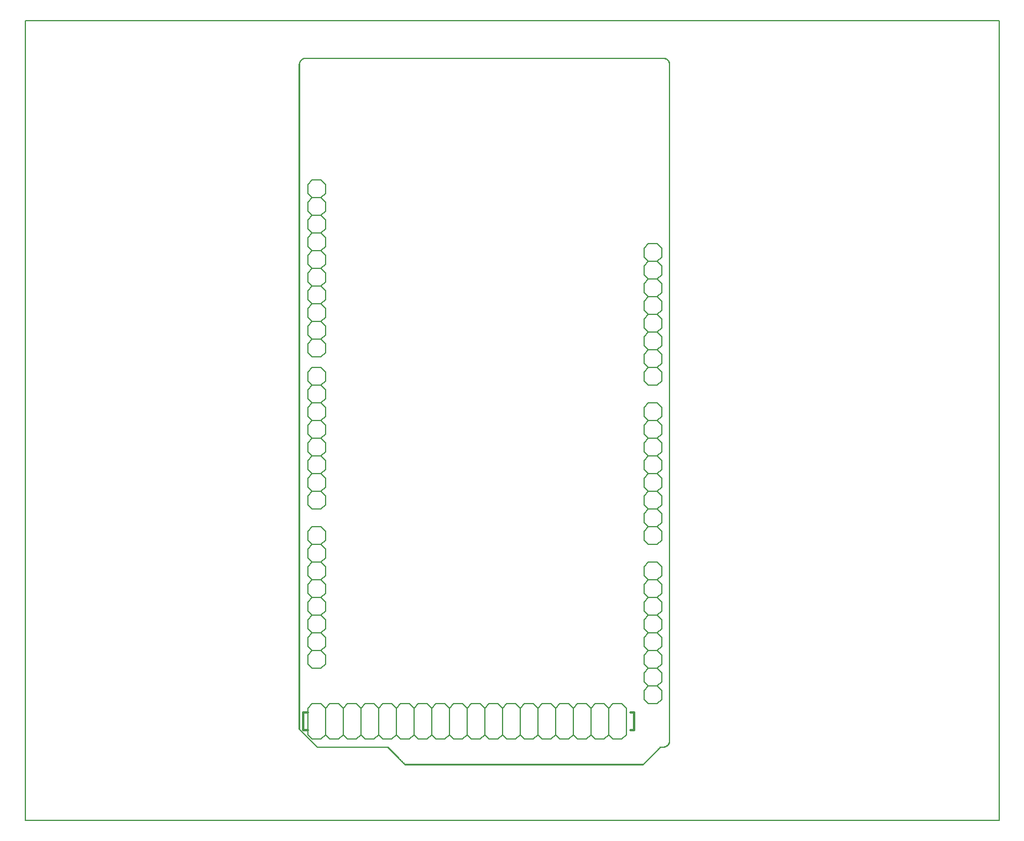
<source format=gbo>
G04 MADE WITH FRITZING*
G04 WWW.FRITZING.ORG*
G04 DOUBLE SIDED*
G04 HOLES PLATED*
G04 CONTOUR ON CENTER OF CONTOUR VECTOR*
%ASAXBY*%
%FSLAX23Y23*%
%MOIN*%
%OFA0B0*%
%SFA1.0B1.0*%
%ADD10R,5.511820X4.527570X5.495820X4.511570*%
%ADD11C,0.008000*%
%ADD12C,0.012000*%
%ADD13C,0.006000*%
%ADD14R,0.001000X0.001000*%
%LNSILK0*%
G90*
G70*
G54D11*
X4Y4524D02*
X5508Y4524D01*
X5508Y4D01*
X4Y4D01*
X4Y4524D01*
D02*
G54D12*
X3426Y613D02*
X3446Y613D01*
D02*
X3446Y613D02*
X3446Y513D01*
D02*
X3446Y513D02*
X3426Y513D01*
D02*
X1601Y613D02*
X1576Y613D01*
D02*
X1576Y613D02*
X1576Y513D01*
D02*
X1576Y513D02*
X1601Y513D01*
G54D13*
D02*
X3501Y838D02*
X3501Y788D01*
D02*
X3501Y788D02*
X3526Y763D01*
D02*
X3526Y763D02*
X3576Y763D01*
D02*
X3576Y763D02*
X3601Y788D01*
D02*
X3526Y963D02*
X3501Y938D01*
D02*
X3501Y938D02*
X3501Y888D01*
D02*
X3501Y888D02*
X3526Y863D01*
D02*
X3526Y863D02*
X3576Y863D01*
D02*
X3576Y863D02*
X3601Y888D01*
D02*
X3601Y888D02*
X3601Y938D01*
D02*
X3601Y938D02*
X3576Y963D01*
D02*
X3501Y838D02*
X3526Y863D01*
D02*
X3576Y863D02*
X3601Y838D01*
D02*
X3601Y788D02*
X3601Y838D01*
D02*
X3501Y1138D02*
X3501Y1088D01*
D02*
X3501Y1088D02*
X3526Y1063D01*
D02*
X3526Y1063D02*
X3576Y1063D01*
D02*
X3576Y1063D02*
X3601Y1088D01*
D02*
X3526Y1063D02*
X3501Y1038D01*
D02*
X3501Y1038D02*
X3501Y988D01*
D02*
X3501Y988D02*
X3526Y963D01*
D02*
X3526Y963D02*
X3576Y963D01*
D02*
X3576Y963D02*
X3601Y988D01*
D02*
X3601Y988D02*
X3601Y1038D01*
D02*
X3601Y1038D02*
X3576Y1063D01*
D02*
X3526Y1263D02*
X3501Y1238D01*
D02*
X3501Y1238D02*
X3501Y1188D01*
D02*
X3501Y1188D02*
X3526Y1163D01*
D02*
X3526Y1163D02*
X3576Y1163D01*
D02*
X3576Y1163D02*
X3601Y1188D01*
D02*
X3601Y1188D02*
X3601Y1238D01*
D02*
X3601Y1238D02*
X3576Y1263D01*
D02*
X3501Y1138D02*
X3526Y1163D01*
D02*
X3576Y1163D02*
X3601Y1138D01*
D02*
X3601Y1088D02*
X3601Y1138D01*
D02*
X3501Y1438D02*
X3501Y1388D01*
D02*
X3501Y1388D02*
X3526Y1363D01*
D02*
X3526Y1363D02*
X3576Y1363D01*
D02*
X3576Y1363D02*
X3601Y1388D01*
D02*
X3526Y1363D02*
X3501Y1338D01*
D02*
X3501Y1338D02*
X3501Y1288D01*
D02*
X3501Y1288D02*
X3526Y1263D01*
D02*
X3526Y1263D02*
X3576Y1263D01*
D02*
X3576Y1263D02*
X3601Y1288D01*
D02*
X3601Y1288D02*
X3601Y1338D01*
D02*
X3601Y1338D02*
X3576Y1363D01*
D02*
X3526Y1463D02*
X3576Y1463D01*
D02*
X3501Y1438D02*
X3526Y1463D01*
D02*
X3576Y1463D02*
X3601Y1438D01*
D02*
X3601Y1388D02*
X3601Y1438D01*
D02*
X3501Y738D02*
X3501Y688D01*
D02*
X3501Y688D02*
X3526Y663D01*
D02*
X3526Y663D02*
X3576Y663D01*
D02*
X3576Y663D02*
X3601Y688D01*
D02*
X3501Y738D02*
X3526Y763D01*
D02*
X3576Y763D02*
X3601Y738D01*
D02*
X3601Y688D02*
X3601Y738D01*
D02*
X3501Y1738D02*
X3501Y1688D01*
D02*
X3501Y1688D02*
X3526Y1663D01*
D02*
X3526Y1663D02*
X3576Y1663D01*
D02*
X3576Y1663D02*
X3601Y1688D01*
D02*
X3526Y1863D02*
X3501Y1838D01*
D02*
X3501Y1838D02*
X3501Y1788D01*
D02*
X3501Y1788D02*
X3526Y1763D01*
D02*
X3526Y1763D02*
X3576Y1763D01*
D02*
X3576Y1763D02*
X3601Y1788D01*
D02*
X3601Y1788D02*
X3601Y1838D01*
D02*
X3601Y1838D02*
X3576Y1863D01*
D02*
X3501Y1738D02*
X3526Y1763D01*
D02*
X3576Y1763D02*
X3601Y1738D01*
D02*
X3601Y1688D02*
X3601Y1738D01*
D02*
X3501Y2038D02*
X3501Y1988D01*
D02*
X3501Y1988D02*
X3526Y1963D01*
D02*
X3526Y1963D02*
X3576Y1963D01*
D02*
X3576Y1963D02*
X3601Y1988D01*
D02*
X3526Y1963D02*
X3501Y1938D01*
D02*
X3501Y1938D02*
X3501Y1888D01*
D02*
X3501Y1888D02*
X3526Y1863D01*
D02*
X3526Y1863D02*
X3576Y1863D01*
D02*
X3576Y1863D02*
X3601Y1888D01*
D02*
X3601Y1888D02*
X3601Y1938D01*
D02*
X3601Y1938D02*
X3576Y1963D01*
D02*
X3526Y2163D02*
X3501Y2138D01*
D02*
X3501Y2138D02*
X3501Y2088D01*
D02*
X3501Y2088D02*
X3526Y2063D01*
D02*
X3526Y2063D02*
X3576Y2063D01*
D02*
X3576Y2063D02*
X3601Y2088D01*
D02*
X3601Y2088D02*
X3601Y2138D01*
D02*
X3601Y2138D02*
X3576Y2163D01*
D02*
X3501Y2038D02*
X3526Y2063D01*
D02*
X3576Y2063D02*
X3601Y2038D01*
D02*
X3601Y1988D02*
X3601Y2038D01*
D02*
X3501Y2338D02*
X3501Y2288D01*
D02*
X3501Y2288D02*
X3526Y2263D01*
D02*
X3526Y2263D02*
X3576Y2263D01*
D02*
X3576Y2263D02*
X3601Y2288D01*
D02*
X3526Y2263D02*
X3501Y2238D01*
D02*
X3501Y2238D02*
X3501Y2188D01*
D02*
X3501Y2188D02*
X3526Y2163D01*
D02*
X3526Y2163D02*
X3576Y2163D01*
D02*
X3576Y2163D02*
X3601Y2188D01*
D02*
X3601Y2188D02*
X3601Y2238D01*
D02*
X3601Y2238D02*
X3576Y2263D01*
D02*
X3526Y2363D02*
X3576Y2363D01*
D02*
X3501Y2338D02*
X3526Y2363D01*
D02*
X3576Y2363D02*
X3601Y2338D01*
D02*
X3601Y2288D02*
X3601Y2338D01*
D02*
X3501Y1638D02*
X3501Y1588D01*
D02*
X3501Y1588D02*
X3526Y1563D01*
D02*
X3526Y1563D02*
X3576Y1563D01*
D02*
X3576Y1563D02*
X3601Y1588D01*
D02*
X3501Y1638D02*
X3526Y1663D01*
D02*
X3576Y1663D02*
X3601Y1638D01*
D02*
X3601Y1588D02*
X3601Y1638D01*
D02*
X1701Y1488D02*
X1701Y1538D01*
D02*
X1701Y1538D02*
X1676Y1563D01*
D02*
X1676Y1563D02*
X1626Y1563D01*
D02*
X1626Y1563D02*
X1601Y1538D01*
D02*
X1676Y1363D02*
X1701Y1388D01*
D02*
X1701Y1388D02*
X1701Y1438D01*
D02*
X1701Y1438D02*
X1676Y1463D01*
D02*
X1676Y1463D02*
X1626Y1463D01*
D02*
X1626Y1463D02*
X1601Y1438D01*
D02*
X1601Y1438D02*
X1601Y1388D01*
D02*
X1601Y1388D02*
X1626Y1363D01*
D02*
X1701Y1488D02*
X1676Y1463D01*
D02*
X1626Y1463D02*
X1601Y1488D01*
D02*
X1601Y1538D02*
X1601Y1488D01*
D02*
X1701Y1188D02*
X1701Y1238D01*
D02*
X1701Y1238D02*
X1676Y1263D01*
D02*
X1676Y1263D02*
X1626Y1263D01*
D02*
X1626Y1263D02*
X1601Y1238D01*
D02*
X1676Y1263D02*
X1701Y1288D01*
D02*
X1701Y1288D02*
X1701Y1338D01*
D02*
X1701Y1338D02*
X1676Y1363D01*
D02*
X1676Y1363D02*
X1626Y1363D01*
D02*
X1626Y1363D02*
X1601Y1338D01*
D02*
X1601Y1338D02*
X1601Y1288D01*
D02*
X1601Y1288D02*
X1626Y1263D01*
D02*
X1676Y1063D02*
X1701Y1088D01*
D02*
X1701Y1088D02*
X1701Y1138D01*
D02*
X1701Y1138D02*
X1676Y1163D01*
D02*
X1676Y1163D02*
X1626Y1163D01*
D02*
X1626Y1163D02*
X1601Y1138D01*
D02*
X1601Y1138D02*
X1601Y1088D01*
D02*
X1601Y1088D02*
X1626Y1063D01*
D02*
X1701Y1188D02*
X1676Y1163D01*
D02*
X1626Y1163D02*
X1601Y1188D01*
D02*
X1601Y1238D02*
X1601Y1188D01*
D02*
X1701Y888D02*
X1701Y938D01*
D02*
X1701Y938D02*
X1676Y963D01*
D02*
X1676Y963D02*
X1626Y963D01*
D02*
X1626Y963D02*
X1601Y938D01*
D02*
X1676Y963D02*
X1701Y988D01*
D02*
X1701Y988D02*
X1701Y1038D01*
D02*
X1701Y1038D02*
X1676Y1063D01*
D02*
X1676Y1063D02*
X1626Y1063D01*
D02*
X1626Y1063D02*
X1601Y1038D01*
D02*
X1601Y1038D02*
X1601Y988D01*
D02*
X1601Y988D02*
X1626Y963D01*
D02*
X1676Y863D02*
X1626Y863D01*
D02*
X1701Y888D02*
X1676Y863D01*
D02*
X1626Y863D02*
X1601Y888D01*
D02*
X1601Y938D02*
X1601Y888D01*
D02*
X1701Y1588D02*
X1701Y1638D01*
D02*
X1701Y1638D02*
X1676Y1663D01*
D02*
X1676Y1663D02*
X1626Y1663D01*
D02*
X1626Y1663D02*
X1601Y1638D01*
D02*
X1701Y1588D02*
X1676Y1563D01*
D02*
X1626Y1563D02*
X1601Y1588D01*
D02*
X1601Y1638D02*
X1601Y1588D01*
D02*
X1626Y2823D02*
X1601Y2798D01*
D02*
X1601Y2798D02*
X1601Y2748D01*
D02*
X1601Y2748D02*
X1626Y2723D01*
D02*
X1626Y2723D02*
X1676Y2723D01*
D02*
X1676Y2723D02*
X1701Y2748D01*
D02*
X1701Y2748D02*
X1701Y2798D01*
D02*
X1701Y2798D02*
X1676Y2823D01*
D02*
X1601Y2998D02*
X1601Y2948D01*
D02*
X1601Y2948D02*
X1626Y2923D01*
D02*
X1626Y2923D02*
X1676Y2923D01*
D02*
X1676Y2923D02*
X1701Y2948D01*
D02*
X1626Y2923D02*
X1601Y2898D01*
D02*
X1601Y2898D02*
X1601Y2848D01*
D02*
X1601Y2848D02*
X1626Y2823D01*
D02*
X1626Y2823D02*
X1676Y2823D01*
D02*
X1676Y2823D02*
X1701Y2848D01*
D02*
X1701Y2848D02*
X1701Y2898D01*
D02*
X1701Y2898D02*
X1676Y2923D01*
D02*
X1626Y3123D02*
X1601Y3098D01*
D02*
X1601Y3098D02*
X1601Y3048D01*
D02*
X1601Y3048D02*
X1626Y3023D01*
D02*
X1626Y3023D02*
X1676Y3023D01*
D02*
X1676Y3023D02*
X1701Y3048D01*
D02*
X1701Y3048D02*
X1701Y3098D01*
D02*
X1701Y3098D02*
X1676Y3123D01*
D02*
X1601Y2998D02*
X1626Y3023D01*
D02*
X1676Y3023D02*
X1701Y2998D01*
D02*
X1701Y2948D02*
X1701Y2998D01*
D02*
X1601Y3298D02*
X1601Y3248D01*
D02*
X1601Y3248D02*
X1626Y3223D01*
D02*
X1626Y3223D02*
X1676Y3223D01*
D02*
X1676Y3223D02*
X1701Y3248D01*
D02*
X1626Y3223D02*
X1601Y3198D01*
D02*
X1601Y3198D02*
X1601Y3148D01*
D02*
X1601Y3148D02*
X1626Y3123D01*
D02*
X1626Y3123D02*
X1676Y3123D01*
D02*
X1676Y3123D02*
X1701Y3148D01*
D02*
X1701Y3148D02*
X1701Y3198D01*
D02*
X1701Y3198D02*
X1676Y3223D01*
D02*
X1626Y3423D02*
X1601Y3398D01*
D02*
X1601Y3398D02*
X1601Y3348D01*
D02*
X1601Y3348D02*
X1626Y3323D01*
D02*
X1626Y3323D02*
X1676Y3323D01*
D02*
X1676Y3323D02*
X1701Y3348D01*
D02*
X1701Y3348D02*
X1701Y3398D01*
D02*
X1701Y3398D02*
X1676Y3423D01*
D02*
X1601Y3298D02*
X1626Y3323D01*
D02*
X1676Y3323D02*
X1701Y3298D01*
D02*
X1701Y3248D02*
X1701Y3298D01*
D02*
X1601Y3598D02*
X1601Y3548D01*
D02*
X1601Y3548D02*
X1626Y3523D01*
D02*
X1626Y3523D02*
X1676Y3523D01*
D02*
X1676Y3523D02*
X1701Y3548D01*
D02*
X1626Y3523D02*
X1601Y3498D01*
D02*
X1601Y3498D02*
X1601Y3448D01*
D02*
X1601Y3448D02*
X1626Y3423D01*
D02*
X1626Y3423D02*
X1676Y3423D01*
D02*
X1676Y3423D02*
X1701Y3448D01*
D02*
X1701Y3448D02*
X1701Y3498D01*
D02*
X1701Y3498D02*
X1676Y3523D01*
D02*
X1626Y3623D02*
X1676Y3623D01*
D02*
X1601Y3598D02*
X1626Y3623D01*
D02*
X1676Y3623D02*
X1701Y3598D01*
D02*
X1701Y3548D02*
X1701Y3598D01*
D02*
X1601Y2698D02*
X1601Y2648D01*
D02*
X1601Y2648D02*
X1626Y2623D01*
D02*
X1626Y2623D02*
X1676Y2623D01*
D02*
X1676Y2623D02*
X1701Y2648D01*
D02*
X1601Y2698D02*
X1626Y2723D01*
D02*
X1676Y2723D02*
X1701Y2698D01*
D02*
X1701Y2648D02*
X1701Y2698D01*
D02*
X3501Y2638D02*
X3501Y2588D01*
D02*
X3501Y2588D02*
X3526Y2563D01*
D02*
X3526Y2563D02*
X3576Y2563D01*
D02*
X3576Y2563D02*
X3601Y2588D01*
D02*
X3526Y2763D02*
X3501Y2738D01*
D02*
X3501Y2738D02*
X3501Y2688D01*
D02*
X3501Y2688D02*
X3526Y2663D01*
D02*
X3526Y2663D02*
X3576Y2663D01*
D02*
X3576Y2663D02*
X3601Y2688D01*
D02*
X3601Y2688D02*
X3601Y2738D01*
D02*
X3601Y2738D02*
X3576Y2763D01*
D02*
X3501Y2638D02*
X3526Y2663D01*
D02*
X3576Y2663D02*
X3601Y2638D01*
D02*
X3601Y2588D02*
X3601Y2638D01*
D02*
X3501Y2938D02*
X3501Y2888D01*
D02*
X3501Y2888D02*
X3526Y2863D01*
D02*
X3526Y2863D02*
X3576Y2863D01*
D02*
X3576Y2863D02*
X3601Y2888D01*
D02*
X3526Y2863D02*
X3501Y2838D01*
D02*
X3501Y2838D02*
X3501Y2788D01*
D02*
X3501Y2788D02*
X3526Y2763D01*
D02*
X3526Y2763D02*
X3576Y2763D01*
D02*
X3576Y2763D02*
X3601Y2788D01*
D02*
X3601Y2788D02*
X3601Y2838D01*
D02*
X3601Y2838D02*
X3576Y2863D01*
D02*
X3526Y3063D02*
X3501Y3038D01*
D02*
X3501Y3038D02*
X3501Y2988D01*
D02*
X3501Y2988D02*
X3526Y2963D01*
D02*
X3526Y2963D02*
X3576Y2963D01*
D02*
X3576Y2963D02*
X3601Y2988D01*
D02*
X3601Y2988D02*
X3601Y3038D01*
D02*
X3601Y3038D02*
X3576Y3063D01*
D02*
X3501Y2938D02*
X3526Y2963D01*
D02*
X3576Y2963D02*
X3601Y2938D01*
D02*
X3601Y2888D02*
X3601Y2938D01*
D02*
X3501Y3238D02*
X3501Y3188D01*
D02*
X3501Y3188D02*
X3526Y3163D01*
D02*
X3526Y3163D02*
X3576Y3163D01*
D02*
X3576Y3163D02*
X3601Y3188D01*
D02*
X3526Y3163D02*
X3501Y3138D01*
D02*
X3501Y3138D02*
X3501Y3088D01*
D02*
X3501Y3088D02*
X3526Y3063D01*
D02*
X3526Y3063D02*
X3576Y3063D01*
D02*
X3576Y3063D02*
X3601Y3088D01*
D02*
X3601Y3088D02*
X3601Y3138D01*
D02*
X3601Y3138D02*
X3576Y3163D01*
D02*
X3526Y3263D02*
X3576Y3263D01*
D02*
X3501Y3238D02*
X3526Y3263D01*
D02*
X3576Y3263D02*
X3601Y3238D01*
D02*
X3601Y3188D02*
X3601Y3238D01*
D02*
X3501Y2538D02*
X3501Y2488D01*
D02*
X3501Y2488D02*
X3526Y2463D01*
D02*
X3526Y2463D02*
X3576Y2463D01*
D02*
X3576Y2463D02*
X3601Y2488D01*
D02*
X3501Y2538D02*
X3526Y2563D01*
D02*
X3576Y2563D02*
X3601Y2538D01*
D02*
X3601Y2488D02*
X3601Y2538D01*
D02*
X1701Y2388D02*
X1701Y2438D01*
D02*
X1701Y2438D02*
X1676Y2463D01*
D02*
X1676Y2463D02*
X1626Y2463D01*
D02*
X1626Y2463D02*
X1601Y2438D01*
D02*
X1676Y2263D02*
X1701Y2288D01*
D02*
X1701Y2288D02*
X1701Y2338D01*
D02*
X1701Y2338D02*
X1676Y2363D01*
D02*
X1676Y2363D02*
X1626Y2363D01*
D02*
X1626Y2363D02*
X1601Y2338D01*
D02*
X1601Y2338D02*
X1601Y2288D01*
D02*
X1601Y2288D02*
X1626Y2263D01*
D02*
X1701Y2388D02*
X1676Y2363D01*
D02*
X1626Y2363D02*
X1601Y2388D01*
D02*
X1601Y2438D02*
X1601Y2388D01*
D02*
X1701Y2088D02*
X1701Y2138D01*
D02*
X1701Y2138D02*
X1676Y2163D01*
D02*
X1676Y2163D02*
X1626Y2163D01*
D02*
X1626Y2163D02*
X1601Y2138D01*
D02*
X1676Y2163D02*
X1701Y2188D01*
D02*
X1701Y2188D02*
X1701Y2238D01*
D02*
X1701Y2238D02*
X1676Y2263D01*
D02*
X1676Y2263D02*
X1626Y2263D01*
D02*
X1626Y2263D02*
X1601Y2238D01*
D02*
X1601Y2238D02*
X1601Y2188D01*
D02*
X1601Y2188D02*
X1626Y2163D01*
D02*
X1676Y1963D02*
X1701Y1988D01*
D02*
X1701Y1988D02*
X1701Y2038D01*
D02*
X1701Y2038D02*
X1676Y2063D01*
D02*
X1676Y2063D02*
X1626Y2063D01*
D02*
X1626Y2063D02*
X1601Y2038D01*
D02*
X1601Y2038D02*
X1601Y1988D01*
D02*
X1601Y1988D02*
X1626Y1963D01*
D02*
X1701Y2088D02*
X1676Y2063D01*
D02*
X1626Y2063D02*
X1601Y2088D01*
D02*
X1601Y2138D02*
X1601Y2088D01*
D02*
X1701Y1788D02*
X1701Y1838D01*
D02*
X1701Y1838D02*
X1676Y1863D01*
D02*
X1676Y1863D02*
X1626Y1863D01*
D02*
X1626Y1863D02*
X1601Y1838D01*
D02*
X1676Y1863D02*
X1701Y1888D01*
D02*
X1701Y1888D02*
X1701Y1938D01*
D02*
X1701Y1938D02*
X1676Y1963D01*
D02*
X1676Y1963D02*
X1626Y1963D01*
D02*
X1626Y1963D02*
X1601Y1938D01*
D02*
X1601Y1938D02*
X1601Y1888D01*
D02*
X1601Y1888D02*
X1626Y1863D01*
D02*
X1676Y1763D02*
X1626Y1763D01*
D02*
X1701Y1788D02*
X1676Y1763D01*
D02*
X1626Y1763D02*
X1601Y1788D01*
D02*
X1601Y1838D02*
X1601Y1788D01*
D02*
X1701Y2488D02*
X1701Y2538D01*
D02*
X1701Y2538D02*
X1676Y2563D01*
D02*
X1676Y2563D02*
X1626Y2563D01*
D02*
X1626Y2563D02*
X1601Y2538D01*
D02*
X1701Y2488D02*
X1676Y2463D01*
D02*
X1626Y2463D02*
X1601Y2488D01*
D02*
X1601Y2538D02*
X1601Y2488D01*
D02*
X1601Y638D02*
X1626Y663D01*
D02*
X1626Y663D02*
X1676Y663D01*
D02*
X1676Y663D02*
X1701Y638D01*
D02*
X1701Y638D02*
X1726Y663D01*
D02*
X1726Y663D02*
X1776Y663D01*
D02*
X1776Y663D02*
X1801Y638D01*
D02*
X1801Y638D02*
X1826Y663D01*
D02*
X1826Y663D02*
X1876Y663D01*
D02*
X1876Y663D02*
X1901Y638D01*
D02*
X1901Y638D02*
X1926Y663D01*
D02*
X1926Y663D02*
X1976Y663D01*
D02*
X1976Y663D02*
X2001Y638D01*
D02*
X2001Y638D02*
X2026Y663D01*
D02*
X2026Y663D02*
X2076Y663D01*
D02*
X2076Y663D02*
X2101Y638D01*
D02*
X2101Y638D02*
X2126Y663D01*
D02*
X2126Y663D02*
X2176Y663D01*
D02*
X2176Y663D02*
X2201Y638D01*
D02*
X1601Y638D02*
X1601Y488D01*
D02*
X1601Y488D02*
X1626Y463D01*
D02*
X1626Y463D02*
X1676Y463D01*
D02*
X1676Y463D02*
X1701Y488D01*
D02*
X1701Y488D02*
X1726Y463D01*
D02*
X1726Y463D02*
X1776Y463D01*
D02*
X1776Y463D02*
X1801Y488D01*
D02*
X1801Y488D02*
X1826Y463D01*
D02*
X1826Y463D02*
X1876Y463D01*
D02*
X1876Y463D02*
X1901Y488D01*
D02*
X1901Y488D02*
X1926Y463D01*
D02*
X1926Y463D02*
X1976Y463D01*
D02*
X1976Y463D02*
X2001Y488D01*
D02*
X2001Y488D02*
X2026Y463D01*
D02*
X2026Y463D02*
X2076Y463D01*
D02*
X2076Y463D02*
X2101Y488D01*
D02*
X2101Y488D02*
X2126Y463D01*
D02*
X2126Y463D02*
X2176Y463D01*
D02*
X2176Y463D02*
X2201Y488D01*
D02*
X2201Y488D02*
X2226Y463D01*
D02*
X2226Y463D02*
X2276Y463D01*
D02*
X2276Y463D02*
X2301Y488D01*
D02*
X2301Y488D02*
X2326Y463D01*
D02*
X2326Y463D02*
X2376Y463D01*
D02*
X2376Y463D02*
X2401Y488D01*
D02*
X2401Y488D02*
X2426Y463D01*
D02*
X2426Y463D02*
X2476Y463D01*
D02*
X2476Y463D02*
X2501Y488D01*
D02*
X2501Y488D02*
X2526Y463D01*
D02*
X2526Y463D02*
X2576Y463D01*
D02*
X2576Y463D02*
X2601Y488D01*
D02*
X2601Y488D02*
X2626Y463D01*
D02*
X2626Y463D02*
X2676Y463D01*
D02*
X2676Y463D02*
X2701Y488D01*
D02*
X2701Y488D02*
X2726Y463D01*
D02*
X2726Y463D02*
X2776Y463D01*
D02*
X2801Y488D02*
X2776Y463D01*
D02*
X2801Y488D02*
X2826Y463D01*
D02*
X2876Y463D02*
X2826Y463D01*
D02*
X2876Y463D02*
X2901Y488D01*
D02*
X2901Y488D02*
X2926Y463D01*
D02*
X2976Y463D02*
X2926Y463D01*
D02*
X2976Y463D02*
X3001Y488D01*
D02*
X3001Y488D02*
X3026Y463D01*
D02*
X3076Y463D02*
X3026Y463D01*
D02*
X3076Y463D02*
X3101Y488D01*
D02*
X3101Y488D02*
X3126Y463D01*
D02*
X3176Y463D02*
X3126Y463D01*
D02*
X3176Y463D02*
X3201Y488D01*
D02*
X3201Y488D02*
X3226Y463D01*
D02*
X3276Y463D02*
X3226Y463D01*
D02*
X3276Y463D02*
X3301Y488D01*
D02*
X3301Y488D02*
X3326Y463D01*
D02*
X3376Y463D02*
X3326Y463D01*
D02*
X3376Y463D02*
X3401Y488D01*
D02*
X3401Y638D02*
X3376Y663D01*
D02*
X3376Y663D02*
X3326Y663D01*
D02*
X3301Y638D02*
X3326Y663D01*
D02*
X3301Y638D02*
X3276Y663D01*
D02*
X3276Y663D02*
X3226Y663D01*
D02*
X3201Y638D02*
X3226Y663D01*
D02*
X3201Y638D02*
X3176Y663D01*
D02*
X3126Y663D02*
X3176Y663D01*
D02*
X3126Y663D02*
X3101Y638D01*
D02*
X3101Y638D02*
X3076Y663D01*
D02*
X3026Y663D02*
X3076Y663D01*
D02*
X3026Y663D02*
X3001Y638D01*
D02*
X3001Y638D02*
X2976Y663D01*
D02*
X2976Y663D02*
X2926Y663D01*
D02*
X2901Y638D02*
X2926Y663D01*
D02*
X2901Y638D02*
X2876Y663D01*
D02*
X2876Y663D02*
X2826Y663D01*
D02*
X2801Y638D02*
X2826Y663D01*
D02*
X2801Y638D02*
X2776Y663D01*
D02*
X2776Y663D02*
X2726Y663D01*
D02*
X2701Y638D02*
X2726Y663D01*
D02*
X2701Y638D02*
X2676Y663D01*
D02*
X2676Y663D02*
X2626Y663D01*
D02*
X2601Y638D02*
X2626Y663D01*
D02*
X2601Y638D02*
X2576Y663D01*
D02*
X2576Y663D02*
X2526Y663D01*
D02*
X2501Y638D02*
X2526Y663D01*
D02*
X2501Y638D02*
X2476Y663D01*
D02*
X2476Y663D02*
X2426Y663D01*
D02*
X2401Y638D02*
X2426Y663D01*
D02*
X2401Y638D02*
X2376Y663D01*
D02*
X2376Y663D02*
X2326Y663D01*
D02*
X2301Y638D02*
X2326Y663D01*
D02*
X2301Y638D02*
X2276Y663D01*
D02*
X2276Y663D02*
X2226Y663D01*
D02*
X2201Y638D02*
X2226Y663D01*
D02*
X1701Y488D02*
X1701Y638D01*
D02*
X1801Y488D02*
X1801Y638D01*
D02*
X1901Y488D02*
X1901Y638D01*
D02*
X2001Y488D02*
X2001Y638D01*
D02*
X2101Y488D02*
X2101Y638D01*
D02*
X2201Y488D02*
X2201Y638D01*
D02*
X2301Y488D02*
X2301Y638D01*
D02*
X2401Y488D02*
X2401Y638D01*
D02*
X2501Y488D02*
X2501Y638D01*
D02*
X2601Y488D02*
X2601Y638D01*
D02*
X2701Y488D02*
X2701Y638D01*
D02*
X2801Y488D02*
X2801Y638D01*
D02*
X2901Y488D02*
X2901Y638D01*
D02*
X3001Y488D02*
X3001Y638D01*
D02*
X3101Y488D02*
X3101Y638D01*
D02*
X3201Y488D02*
X3201Y638D01*
D02*
X3301Y488D02*
X3301Y638D01*
D02*
X3401Y488D02*
X3401Y638D01*
G54D14*
X1586Y4314D02*
X3616Y4314D01*
X1580Y4313D02*
X3621Y4313D01*
X1577Y4312D02*
X3624Y4312D01*
X1575Y4311D02*
X3626Y4311D01*
X1572Y4310D02*
X3628Y4310D01*
X1571Y4309D02*
X3630Y4309D01*
X1569Y4308D02*
X3632Y4308D01*
X1567Y4307D02*
X3633Y4307D01*
X1566Y4306D02*
X1584Y4306D01*
X3616Y4306D02*
X3635Y4306D01*
X1565Y4305D02*
X1580Y4305D01*
X3621Y4305D02*
X3636Y4305D01*
X1564Y4304D02*
X1577Y4304D01*
X3624Y4304D02*
X3637Y4304D01*
X1563Y4303D02*
X1575Y4303D01*
X3626Y4303D02*
X3638Y4303D01*
X1562Y4302D02*
X1573Y4302D01*
X3628Y4302D02*
X3639Y4302D01*
X1561Y4301D02*
X1572Y4301D01*
X3629Y4301D02*
X3640Y4301D01*
X1560Y4300D02*
X1570Y4300D01*
X3631Y4300D02*
X3641Y4300D01*
X1559Y4299D02*
X1569Y4299D01*
X3632Y4299D02*
X3642Y4299D01*
X1558Y4298D02*
X1568Y4298D01*
X3633Y4298D02*
X3643Y4298D01*
X1558Y4297D02*
X1567Y4297D01*
X3634Y4297D02*
X3643Y4297D01*
X1557Y4296D02*
X1566Y4296D01*
X3635Y4296D02*
X3644Y4296D01*
X1556Y4295D02*
X1565Y4295D01*
X3636Y4295D02*
X3644Y4295D01*
X1556Y4294D02*
X1564Y4294D01*
X3637Y4294D02*
X3645Y4294D01*
X1555Y4293D02*
X1563Y4293D01*
X3637Y4293D02*
X3646Y4293D01*
X1555Y4292D02*
X1563Y4292D01*
X3638Y4292D02*
X3646Y4292D01*
X1554Y4291D02*
X1562Y4291D01*
X3639Y4291D02*
X3647Y4291D01*
X1554Y4290D02*
X1562Y4290D01*
X3639Y4290D02*
X3647Y4290D01*
X1554Y4289D02*
X1561Y4289D01*
X3640Y4289D02*
X3647Y4289D01*
X1553Y4288D02*
X1561Y4288D01*
X3640Y4288D02*
X3648Y4288D01*
X1553Y4287D02*
X1560Y4287D01*
X3641Y4287D02*
X3648Y4287D01*
X1553Y4286D02*
X1560Y4286D01*
X3641Y4286D02*
X3648Y4286D01*
X1552Y4285D02*
X1559Y4285D01*
X3641Y4285D02*
X3649Y4285D01*
X1552Y4284D02*
X1559Y4284D01*
X3642Y4284D02*
X3649Y4284D01*
X1552Y4283D02*
X1559Y4283D01*
X3642Y4283D02*
X3649Y4283D01*
X1552Y4282D02*
X1559Y4282D01*
X3642Y4282D02*
X3649Y4282D01*
X1551Y4281D02*
X1558Y4281D01*
X3643Y4281D02*
X3649Y4281D01*
X1551Y4280D02*
X1558Y4280D01*
X3643Y4280D02*
X3650Y4280D01*
X1551Y4279D02*
X1558Y4279D01*
X3643Y4279D02*
X3650Y4279D01*
X1551Y4278D02*
X1558Y4278D01*
X3643Y4278D02*
X3650Y4278D01*
X1551Y4277D02*
X1558Y4277D01*
X3643Y4277D02*
X3650Y4277D01*
X1551Y4276D02*
X1558Y4276D01*
X3643Y4276D02*
X3650Y4276D01*
X1551Y4275D02*
X1558Y4275D01*
X3643Y4275D02*
X3650Y4275D01*
X1551Y4274D02*
X1558Y4274D01*
X3643Y4274D02*
X3650Y4274D01*
X1551Y4273D02*
X1558Y4273D01*
X3643Y4273D02*
X3650Y4273D01*
X1551Y4272D02*
X1558Y4272D01*
X3643Y4272D02*
X3650Y4272D01*
X1551Y4271D02*
X1558Y4271D01*
X3643Y4271D02*
X3650Y4271D01*
X1551Y4270D02*
X1558Y4270D01*
X3643Y4270D02*
X3650Y4270D01*
X1551Y4269D02*
X1558Y4269D01*
X3643Y4269D02*
X3650Y4269D01*
X1551Y4268D02*
X1558Y4268D01*
X3643Y4268D02*
X3650Y4268D01*
X1551Y4267D02*
X1558Y4267D01*
X3643Y4267D02*
X3650Y4267D01*
X1551Y4266D02*
X1558Y4266D01*
X3643Y4266D02*
X3650Y4266D01*
X1551Y4265D02*
X1558Y4265D01*
X3643Y4265D02*
X3650Y4265D01*
X1551Y4264D02*
X1558Y4264D01*
X3643Y4264D02*
X3650Y4264D01*
X1551Y4263D02*
X1558Y4263D01*
X3643Y4263D02*
X3650Y4263D01*
X1551Y4262D02*
X1558Y4262D01*
X3643Y4262D02*
X3650Y4262D01*
X1551Y4261D02*
X1558Y4261D01*
X3643Y4261D02*
X3650Y4261D01*
X1551Y4260D02*
X1558Y4260D01*
X3643Y4260D02*
X3650Y4260D01*
X1551Y4259D02*
X1558Y4259D01*
X3643Y4259D02*
X3650Y4259D01*
X1551Y4258D02*
X1558Y4258D01*
X3643Y4258D02*
X3650Y4258D01*
X1551Y4257D02*
X1558Y4257D01*
X3643Y4257D02*
X3650Y4257D01*
X1551Y4256D02*
X1558Y4256D01*
X3643Y4256D02*
X3650Y4256D01*
X1551Y4255D02*
X1558Y4255D01*
X3643Y4255D02*
X3650Y4255D01*
X1551Y4254D02*
X1558Y4254D01*
X3643Y4254D02*
X3650Y4254D01*
X1551Y4253D02*
X1558Y4253D01*
X3643Y4253D02*
X3650Y4253D01*
X1551Y4252D02*
X1558Y4252D01*
X3643Y4252D02*
X3650Y4252D01*
X1551Y4251D02*
X1558Y4251D01*
X3643Y4251D02*
X3650Y4251D01*
X1551Y4250D02*
X1558Y4250D01*
X3643Y4250D02*
X3650Y4250D01*
X1551Y4249D02*
X1558Y4249D01*
X3643Y4249D02*
X3650Y4249D01*
X1551Y4248D02*
X1558Y4248D01*
X3643Y4248D02*
X3650Y4248D01*
X1551Y4247D02*
X1558Y4247D01*
X3643Y4247D02*
X3650Y4247D01*
X1551Y4246D02*
X1558Y4246D01*
X3643Y4246D02*
X3650Y4246D01*
X1551Y4245D02*
X1558Y4245D01*
X3643Y4245D02*
X3650Y4245D01*
X1551Y4244D02*
X1558Y4244D01*
X3643Y4244D02*
X3650Y4244D01*
X1551Y4243D02*
X1558Y4243D01*
X3643Y4243D02*
X3650Y4243D01*
X1551Y4242D02*
X1558Y4242D01*
X3643Y4242D02*
X3650Y4242D01*
X1551Y4241D02*
X1558Y4241D01*
X3643Y4241D02*
X3650Y4241D01*
X1551Y4240D02*
X1558Y4240D01*
X3643Y4240D02*
X3650Y4240D01*
X1551Y4239D02*
X1558Y4239D01*
X3643Y4239D02*
X3650Y4239D01*
X1551Y4238D02*
X1558Y4238D01*
X3643Y4238D02*
X3650Y4238D01*
X1551Y4237D02*
X1558Y4237D01*
X3643Y4237D02*
X3650Y4237D01*
X1551Y4236D02*
X1558Y4236D01*
X3643Y4236D02*
X3650Y4236D01*
X1551Y4235D02*
X1558Y4235D01*
X3643Y4235D02*
X3650Y4235D01*
X1551Y4234D02*
X1558Y4234D01*
X3643Y4234D02*
X3650Y4234D01*
X1551Y4233D02*
X1558Y4233D01*
X3643Y4233D02*
X3650Y4233D01*
X1551Y4232D02*
X1558Y4232D01*
X3643Y4232D02*
X3650Y4232D01*
X1551Y4231D02*
X1558Y4231D01*
X3643Y4231D02*
X3650Y4231D01*
X1551Y4230D02*
X1558Y4230D01*
X3643Y4230D02*
X3650Y4230D01*
X1551Y4229D02*
X1558Y4229D01*
X3643Y4229D02*
X3650Y4229D01*
X1551Y4228D02*
X1558Y4228D01*
X3643Y4228D02*
X3650Y4228D01*
X1551Y4227D02*
X1558Y4227D01*
X3643Y4227D02*
X3650Y4227D01*
X1551Y4226D02*
X1558Y4226D01*
X3643Y4226D02*
X3650Y4226D01*
X1551Y4225D02*
X1558Y4225D01*
X3643Y4225D02*
X3650Y4225D01*
X1551Y4224D02*
X1558Y4224D01*
X3643Y4224D02*
X3650Y4224D01*
X1551Y4223D02*
X1558Y4223D01*
X3643Y4223D02*
X3650Y4223D01*
X1551Y4222D02*
X1558Y4222D01*
X3643Y4222D02*
X3650Y4222D01*
X1551Y4221D02*
X1558Y4221D01*
X3643Y4221D02*
X3650Y4221D01*
X1551Y4220D02*
X1558Y4220D01*
X3643Y4220D02*
X3650Y4220D01*
X1551Y4219D02*
X1558Y4219D01*
X3643Y4219D02*
X3650Y4219D01*
X1551Y4218D02*
X1558Y4218D01*
X3643Y4218D02*
X3650Y4218D01*
X1551Y4217D02*
X1558Y4217D01*
X3643Y4217D02*
X3650Y4217D01*
X1551Y4216D02*
X1558Y4216D01*
X3643Y4216D02*
X3650Y4216D01*
X1551Y4215D02*
X1558Y4215D01*
X3643Y4215D02*
X3650Y4215D01*
X1551Y4214D02*
X1558Y4214D01*
X3643Y4214D02*
X3650Y4214D01*
X1551Y4213D02*
X1558Y4213D01*
X3643Y4213D02*
X3650Y4213D01*
X1551Y4212D02*
X1558Y4212D01*
X3643Y4212D02*
X3650Y4212D01*
X1551Y4211D02*
X1558Y4211D01*
X3643Y4211D02*
X3650Y4211D01*
X1551Y4210D02*
X1558Y4210D01*
X3643Y4210D02*
X3650Y4210D01*
X1551Y4209D02*
X1558Y4209D01*
X3643Y4209D02*
X3650Y4209D01*
X1551Y4208D02*
X1558Y4208D01*
X3643Y4208D02*
X3650Y4208D01*
X1551Y4207D02*
X1558Y4207D01*
X3643Y4207D02*
X3650Y4207D01*
X1551Y4206D02*
X1558Y4206D01*
X3643Y4206D02*
X3650Y4206D01*
X1551Y4205D02*
X1558Y4205D01*
X3643Y4205D02*
X3650Y4205D01*
X1551Y4204D02*
X1558Y4204D01*
X3643Y4204D02*
X3650Y4204D01*
X1551Y4203D02*
X1558Y4203D01*
X3643Y4203D02*
X3650Y4203D01*
X1551Y4202D02*
X1558Y4202D01*
X3643Y4202D02*
X3650Y4202D01*
X1551Y4201D02*
X1558Y4201D01*
X3643Y4201D02*
X3650Y4201D01*
X1551Y4200D02*
X1558Y4200D01*
X3643Y4200D02*
X3650Y4200D01*
X1551Y4199D02*
X1558Y4199D01*
X3643Y4199D02*
X3650Y4199D01*
X1551Y4198D02*
X1558Y4198D01*
X3643Y4198D02*
X3650Y4198D01*
X1551Y4197D02*
X1558Y4197D01*
X3643Y4197D02*
X3650Y4197D01*
X1551Y4196D02*
X1558Y4196D01*
X3643Y4196D02*
X3650Y4196D01*
X1551Y4195D02*
X1558Y4195D01*
X3643Y4195D02*
X3650Y4195D01*
X1551Y4194D02*
X1558Y4194D01*
X3643Y4194D02*
X3650Y4194D01*
X1551Y4193D02*
X1558Y4193D01*
X3643Y4193D02*
X3650Y4193D01*
X1551Y4192D02*
X1558Y4192D01*
X3643Y4192D02*
X3650Y4192D01*
X1551Y4191D02*
X1558Y4191D01*
X3643Y4191D02*
X3650Y4191D01*
X1551Y4190D02*
X1558Y4190D01*
X3643Y4190D02*
X3650Y4190D01*
X1551Y4189D02*
X1558Y4189D01*
X3643Y4189D02*
X3650Y4189D01*
X1551Y4188D02*
X1558Y4188D01*
X3643Y4188D02*
X3650Y4188D01*
X1551Y4187D02*
X1558Y4187D01*
X3643Y4187D02*
X3650Y4187D01*
X1551Y4186D02*
X1558Y4186D01*
X3643Y4186D02*
X3650Y4186D01*
X1551Y4185D02*
X1558Y4185D01*
X3643Y4185D02*
X3650Y4185D01*
X1551Y4184D02*
X1558Y4184D01*
X3643Y4184D02*
X3650Y4184D01*
X1551Y4183D02*
X1558Y4183D01*
X3643Y4183D02*
X3650Y4183D01*
X1551Y4182D02*
X1558Y4182D01*
X3643Y4182D02*
X3650Y4182D01*
X1551Y4181D02*
X1558Y4181D01*
X3643Y4181D02*
X3650Y4181D01*
X1551Y4180D02*
X1558Y4180D01*
X3643Y4180D02*
X3650Y4180D01*
X1551Y4179D02*
X1558Y4179D01*
X3643Y4179D02*
X3650Y4179D01*
X1551Y4178D02*
X1558Y4178D01*
X3643Y4178D02*
X3650Y4178D01*
X1551Y4177D02*
X1558Y4177D01*
X3643Y4177D02*
X3650Y4177D01*
X1551Y4176D02*
X1558Y4176D01*
X3643Y4176D02*
X3650Y4176D01*
X1551Y4175D02*
X1558Y4175D01*
X3643Y4175D02*
X3650Y4175D01*
X1551Y4174D02*
X1558Y4174D01*
X3643Y4174D02*
X3650Y4174D01*
X1551Y4173D02*
X1558Y4173D01*
X3643Y4173D02*
X3650Y4173D01*
X1551Y4172D02*
X1558Y4172D01*
X3643Y4172D02*
X3650Y4172D01*
X1551Y4171D02*
X1558Y4171D01*
X3643Y4171D02*
X3650Y4171D01*
X1551Y4170D02*
X1558Y4170D01*
X3643Y4170D02*
X3650Y4170D01*
X1551Y4169D02*
X1558Y4169D01*
X3643Y4169D02*
X3650Y4169D01*
X1551Y4168D02*
X1558Y4168D01*
X3643Y4168D02*
X3650Y4168D01*
X1551Y4167D02*
X1558Y4167D01*
X3643Y4167D02*
X3650Y4167D01*
X1551Y4166D02*
X1558Y4166D01*
X3643Y4166D02*
X3650Y4166D01*
X1551Y4165D02*
X1558Y4165D01*
X3643Y4165D02*
X3650Y4165D01*
X1551Y4164D02*
X1558Y4164D01*
X3643Y4164D02*
X3650Y4164D01*
X1551Y4163D02*
X1558Y4163D01*
X3643Y4163D02*
X3650Y4163D01*
X1551Y4162D02*
X1558Y4162D01*
X3643Y4162D02*
X3650Y4162D01*
X1551Y4161D02*
X1558Y4161D01*
X3643Y4161D02*
X3650Y4161D01*
X1551Y4160D02*
X1558Y4160D01*
X3643Y4160D02*
X3650Y4160D01*
X1551Y4159D02*
X1558Y4159D01*
X3643Y4159D02*
X3650Y4159D01*
X1551Y4158D02*
X1558Y4158D01*
X3643Y4158D02*
X3650Y4158D01*
X1551Y4157D02*
X1558Y4157D01*
X3643Y4157D02*
X3650Y4157D01*
X1551Y4156D02*
X1558Y4156D01*
X3643Y4156D02*
X3650Y4156D01*
X1551Y4155D02*
X1558Y4155D01*
X3643Y4155D02*
X3650Y4155D01*
X1551Y4154D02*
X1558Y4154D01*
X3643Y4154D02*
X3650Y4154D01*
X1551Y4153D02*
X1558Y4153D01*
X3643Y4153D02*
X3650Y4153D01*
X1551Y4152D02*
X1558Y4152D01*
X3643Y4152D02*
X3650Y4152D01*
X1551Y4151D02*
X1558Y4151D01*
X3643Y4151D02*
X3650Y4151D01*
X1551Y4150D02*
X1558Y4150D01*
X3643Y4150D02*
X3650Y4150D01*
X1551Y4149D02*
X1558Y4149D01*
X3643Y4149D02*
X3650Y4149D01*
X1551Y4148D02*
X1558Y4148D01*
X3643Y4148D02*
X3650Y4148D01*
X1551Y4147D02*
X1558Y4147D01*
X3643Y4147D02*
X3650Y4147D01*
X1551Y4146D02*
X1558Y4146D01*
X3643Y4146D02*
X3650Y4146D01*
X1551Y4145D02*
X1558Y4145D01*
X3643Y4145D02*
X3650Y4145D01*
X1551Y4144D02*
X1558Y4144D01*
X3643Y4144D02*
X3650Y4144D01*
X1551Y4143D02*
X1558Y4143D01*
X3643Y4143D02*
X3650Y4143D01*
X1551Y4142D02*
X1558Y4142D01*
X3643Y4142D02*
X3650Y4142D01*
X1551Y4141D02*
X1558Y4141D01*
X3643Y4141D02*
X3650Y4141D01*
X1551Y4140D02*
X1558Y4140D01*
X3643Y4140D02*
X3650Y4140D01*
X1551Y4139D02*
X1558Y4139D01*
X3643Y4139D02*
X3650Y4139D01*
X1551Y4138D02*
X1558Y4138D01*
X3643Y4138D02*
X3650Y4138D01*
X1551Y4137D02*
X1558Y4137D01*
X3643Y4137D02*
X3650Y4137D01*
X1551Y4136D02*
X1558Y4136D01*
X3643Y4136D02*
X3650Y4136D01*
X1551Y4135D02*
X1558Y4135D01*
X3643Y4135D02*
X3650Y4135D01*
X1551Y4134D02*
X1558Y4134D01*
X3643Y4134D02*
X3650Y4134D01*
X1551Y4133D02*
X1558Y4133D01*
X3643Y4133D02*
X3650Y4133D01*
X1551Y4132D02*
X1558Y4132D01*
X3643Y4132D02*
X3650Y4132D01*
X1551Y4131D02*
X1558Y4131D01*
X3643Y4131D02*
X3650Y4131D01*
X1551Y4130D02*
X1558Y4130D01*
X3643Y4130D02*
X3650Y4130D01*
X1551Y4129D02*
X1558Y4129D01*
X3643Y4129D02*
X3650Y4129D01*
X1551Y4128D02*
X1558Y4128D01*
X3643Y4128D02*
X3650Y4128D01*
X1551Y4127D02*
X1558Y4127D01*
X3643Y4127D02*
X3650Y4127D01*
X1551Y4126D02*
X1558Y4126D01*
X3643Y4126D02*
X3650Y4126D01*
X1551Y4125D02*
X1558Y4125D01*
X3643Y4125D02*
X3650Y4125D01*
X1551Y4124D02*
X1558Y4124D01*
X3643Y4124D02*
X3650Y4124D01*
X1551Y4123D02*
X1558Y4123D01*
X3643Y4123D02*
X3650Y4123D01*
X1551Y4122D02*
X1558Y4122D01*
X3643Y4122D02*
X3650Y4122D01*
X1551Y4121D02*
X1558Y4121D01*
X3643Y4121D02*
X3650Y4121D01*
X1551Y4120D02*
X1558Y4120D01*
X3643Y4120D02*
X3650Y4120D01*
X1551Y4119D02*
X1558Y4119D01*
X3643Y4119D02*
X3650Y4119D01*
X1551Y4118D02*
X1558Y4118D01*
X3643Y4118D02*
X3650Y4118D01*
X1551Y4117D02*
X1558Y4117D01*
X3643Y4117D02*
X3650Y4117D01*
X1551Y4116D02*
X1558Y4116D01*
X3643Y4116D02*
X3650Y4116D01*
X1551Y4115D02*
X1558Y4115D01*
X3643Y4115D02*
X3650Y4115D01*
X1551Y4114D02*
X1558Y4114D01*
X3643Y4114D02*
X3650Y4114D01*
X1551Y4113D02*
X1558Y4113D01*
X3643Y4113D02*
X3650Y4113D01*
X1551Y4112D02*
X1558Y4112D01*
X3643Y4112D02*
X3650Y4112D01*
X1551Y4111D02*
X1558Y4111D01*
X3643Y4111D02*
X3650Y4111D01*
X1551Y4110D02*
X1558Y4110D01*
X3643Y4110D02*
X3650Y4110D01*
X1551Y4109D02*
X1558Y4109D01*
X3643Y4109D02*
X3650Y4109D01*
X1551Y4108D02*
X1558Y4108D01*
X3643Y4108D02*
X3650Y4108D01*
X1551Y4107D02*
X1558Y4107D01*
X3643Y4107D02*
X3650Y4107D01*
X1551Y4106D02*
X1558Y4106D01*
X3643Y4106D02*
X3650Y4106D01*
X1551Y4105D02*
X1558Y4105D01*
X3643Y4105D02*
X3650Y4105D01*
X1551Y4104D02*
X1558Y4104D01*
X3643Y4104D02*
X3650Y4104D01*
X1551Y4103D02*
X1558Y4103D01*
X3643Y4103D02*
X3650Y4103D01*
X1551Y4102D02*
X1558Y4102D01*
X3643Y4102D02*
X3650Y4102D01*
X1551Y4101D02*
X1558Y4101D01*
X3643Y4101D02*
X3650Y4101D01*
X1551Y4100D02*
X1558Y4100D01*
X3643Y4100D02*
X3650Y4100D01*
X1551Y4099D02*
X1558Y4099D01*
X3643Y4099D02*
X3650Y4099D01*
X1551Y4098D02*
X1558Y4098D01*
X3643Y4098D02*
X3650Y4098D01*
X1551Y4097D02*
X1558Y4097D01*
X3643Y4097D02*
X3650Y4097D01*
X1551Y4096D02*
X1558Y4096D01*
X3643Y4096D02*
X3650Y4096D01*
X1551Y4095D02*
X1558Y4095D01*
X3643Y4095D02*
X3650Y4095D01*
X1551Y4094D02*
X1558Y4094D01*
X3643Y4094D02*
X3650Y4094D01*
X1551Y4093D02*
X1558Y4093D01*
X3643Y4093D02*
X3650Y4093D01*
X1551Y4092D02*
X1558Y4092D01*
X3643Y4092D02*
X3650Y4092D01*
X1551Y4091D02*
X1558Y4091D01*
X3643Y4091D02*
X3650Y4091D01*
X1551Y4090D02*
X1558Y4090D01*
X3643Y4090D02*
X3650Y4090D01*
X1551Y4089D02*
X1558Y4089D01*
X3643Y4089D02*
X3650Y4089D01*
X1551Y4088D02*
X1558Y4088D01*
X3643Y4088D02*
X3650Y4088D01*
X1551Y4087D02*
X1558Y4087D01*
X3643Y4087D02*
X3650Y4087D01*
X1551Y4086D02*
X1558Y4086D01*
X3643Y4086D02*
X3650Y4086D01*
X1551Y4085D02*
X1558Y4085D01*
X3643Y4085D02*
X3650Y4085D01*
X1551Y4084D02*
X1558Y4084D01*
X3643Y4084D02*
X3650Y4084D01*
X1551Y4083D02*
X1558Y4083D01*
X3643Y4083D02*
X3650Y4083D01*
X1551Y4082D02*
X1558Y4082D01*
X3643Y4082D02*
X3650Y4082D01*
X1551Y4081D02*
X1558Y4081D01*
X3643Y4081D02*
X3650Y4081D01*
X1551Y4080D02*
X1558Y4080D01*
X3643Y4080D02*
X3650Y4080D01*
X1551Y4079D02*
X1558Y4079D01*
X3643Y4079D02*
X3650Y4079D01*
X1551Y4078D02*
X1558Y4078D01*
X3643Y4078D02*
X3650Y4078D01*
X1551Y4077D02*
X1558Y4077D01*
X3643Y4077D02*
X3650Y4077D01*
X1551Y4076D02*
X1558Y4076D01*
X3643Y4076D02*
X3650Y4076D01*
X1551Y4075D02*
X1558Y4075D01*
X3643Y4075D02*
X3650Y4075D01*
X1551Y4074D02*
X1558Y4074D01*
X3643Y4074D02*
X3650Y4074D01*
X1551Y4073D02*
X1558Y4073D01*
X3643Y4073D02*
X3650Y4073D01*
X1551Y4072D02*
X1558Y4072D01*
X3643Y4072D02*
X3650Y4072D01*
X1551Y4071D02*
X1558Y4071D01*
X3643Y4071D02*
X3650Y4071D01*
X1551Y4070D02*
X1558Y4070D01*
X3643Y4070D02*
X3650Y4070D01*
X1551Y4069D02*
X1558Y4069D01*
X3643Y4069D02*
X3650Y4069D01*
X1551Y4068D02*
X1558Y4068D01*
X3643Y4068D02*
X3650Y4068D01*
X1551Y4067D02*
X1558Y4067D01*
X3643Y4067D02*
X3650Y4067D01*
X1551Y4066D02*
X1558Y4066D01*
X3643Y4066D02*
X3650Y4066D01*
X1551Y4065D02*
X1558Y4065D01*
X3643Y4065D02*
X3650Y4065D01*
X1551Y4064D02*
X1558Y4064D01*
X3643Y4064D02*
X3650Y4064D01*
X1551Y4063D02*
X1558Y4063D01*
X3643Y4063D02*
X3650Y4063D01*
X1551Y4062D02*
X1558Y4062D01*
X3643Y4062D02*
X3650Y4062D01*
X1551Y4061D02*
X1558Y4061D01*
X3643Y4061D02*
X3650Y4061D01*
X1551Y4060D02*
X1558Y4060D01*
X3643Y4060D02*
X3650Y4060D01*
X1551Y4059D02*
X1558Y4059D01*
X3643Y4059D02*
X3650Y4059D01*
X1551Y4058D02*
X1558Y4058D01*
X3643Y4058D02*
X3650Y4058D01*
X1551Y4057D02*
X1558Y4057D01*
X3643Y4057D02*
X3650Y4057D01*
X1551Y4056D02*
X1558Y4056D01*
X3643Y4056D02*
X3650Y4056D01*
X1551Y4055D02*
X1558Y4055D01*
X3643Y4055D02*
X3650Y4055D01*
X1551Y4054D02*
X1558Y4054D01*
X3643Y4054D02*
X3650Y4054D01*
X1551Y4053D02*
X1558Y4053D01*
X3643Y4053D02*
X3650Y4053D01*
X1551Y4052D02*
X1558Y4052D01*
X3643Y4052D02*
X3650Y4052D01*
X1551Y4051D02*
X1558Y4051D01*
X3643Y4051D02*
X3650Y4051D01*
X1551Y4050D02*
X1558Y4050D01*
X3643Y4050D02*
X3650Y4050D01*
X1551Y4049D02*
X1558Y4049D01*
X3643Y4049D02*
X3650Y4049D01*
X1551Y4048D02*
X1558Y4048D01*
X3643Y4048D02*
X3650Y4048D01*
X1551Y4047D02*
X1558Y4047D01*
X3643Y4047D02*
X3650Y4047D01*
X1551Y4046D02*
X1558Y4046D01*
X3643Y4046D02*
X3650Y4046D01*
X1551Y4045D02*
X1558Y4045D01*
X3643Y4045D02*
X3650Y4045D01*
X1551Y4044D02*
X1558Y4044D01*
X3643Y4044D02*
X3650Y4044D01*
X1551Y4043D02*
X1558Y4043D01*
X3643Y4043D02*
X3650Y4043D01*
X1551Y4042D02*
X1558Y4042D01*
X3643Y4042D02*
X3650Y4042D01*
X1551Y4041D02*
X1558Y4041D01*
X3643Y4041D02*
X3650Y4041D01*
X1551Y4040D02*
X1558Y4040D01*
X3643Y4040D02*
X3650Y4040D01*
X1551Y4039D02*
X1558Y4039D01*
X3643Y4039D02*
X3650Y4039D01*
X1551Y4038D02*
X1558Y4038D01*
X3643Y4038D02*
X3650Y4038D01*
X1551Y4037D02*
X1558Y4037D01*
X3643Y4037D02*
X3650Y4037D01*
X1551Y4036D02*
X1558Y4036D01*
X3643Y4036D02*
X3650Y4036D01*
X1551Y4035D02*
X1558Y4035D01*
X3643Y4035D02*
X3650Y4035D01*
X1551Y4034D02*
X1558Y4034D01*
X3643Y4034D02*
X3650Y4034D01*
X1551Y4033D02*
X1558Y4033D01*
X3643Y4033D02*
X3650Y4033D01*
X1551Y4032D02*
X1558Y4032D01*
X3643Y4032D02*
X3650Y4032D01*
X1551Y4031D02*
X1558Y4031D01*
X3643Y4031D02*
X3650Y4031D01*
X1551Y4030D02*
X1558Y4030D01*
X3643Y4030D02*
X3650Y4030D01*
X1551Y4029D02*
X1558Y4029D01*
X3643Y4029D02*
X3650Y4029D01*
X1551Y4028D02*
X1558Y4028D01*
X3643Y4028D02*
X3650Y4028D01*
X1551Y4027D02*
X1558Y4027D01*
X3643Y4027D02*
X3650Y4027D01*
X1551Y4026D02*
X1558Y4026D01*
X3643Y4026D02*
X3650Y4026D01*
X1551Y4025D02*
X1558Y4025D01*
X3643Y4025D02*
X3650Y4025D01*
X1551Y4024D02*
X1558Y4024D01*
X3643Y4024D02*
X3650Y4024D01*
X1551Y4023D02*
X1558Y4023D01*
X3643Y4023D02*
X3650Y4023D01*
X1551Y4022D02*
X1558Y4022D01*
X3643Y4022D02*
X3650Y4022D01*
X1551Y4021D02*
X1558Y4021D01*
X3643Y4021D02*
X3650Y4021D01*
X1551Y4020D02*
X1558Y4020D01*
X3643Y4020D02*
X3650Y4020D01*
X1551Y4019D02*
X1558Y4019D01*
X3643Y4019D02*
X3650Y4019D01*
X1551Y4018D02*
X1558Y4018D01*
X3643Y4018D02*
X3650Y4018D01*
X1551Y4017D02*
X1558Y4017D01*
X3643Y4017D02*
X3650Y4017D01*
X1551Y4016D02*
X1558Y4016D01*
X3643Y4016D02*
X3650Y4016D01*
X1551Y4015D02*
X1558Y4015D01*
X3643Y4015D02*
X3650Y4015D01*
X1551Y4014D02*
X1558Y4014D01*
X3643Y4014D02*
X3650Y4014D01*
X1551Y4013D02*
X1558Y4013D01*
X3643Y4013D02*
X3650Y4013D01*
X1551Y4012D02*
X1558Y4012D01*
X3643Y4012D02*
X3650Y4012D01*
X1551Y4011D02*
X1558Y4011D01*
X3643Y4011D02*
X3650Y4011D01*
X1551Y4010D02*
X1558Y4010D01*
X3643Y4010D02*
X3650Y4010D01*
X1551Y4009D02*
X1558Y4009D01*
X3643Y4009D02*
X3650Y4009D01*
X1551Y4008D02*
X1558Y4008D01*
X3643Y4008D02*
X3650Y4008D01*
X1551Y4007D02*
X1558Y4007D01*
X3643Y4007D02*
X3650Y4007D01*
X1551Y4006D02*
X1558Y4006D01*
X3643Y4006D02*
X3650Y4006D01*
X1551Y4005D02*
X1558Y4005D01*
X3643Y4005D02*
X3650Y4005D01*
X1551Y4004D02*
X1558Y4004D01*
X3643Y4004D02*
X3650Y4004D01*
X1551Y4003D02*
X1558Y4003D01*
X3643Y4003D02*
X3650Y4003D01*
X1551Y4002D02*
X1558Y4002D01*
X3643Y4002D02*
X3650Y4002D01*
X1551Y4001D02*
X1558Y4001D01*
X3643Y4001D02*
X3650Y4001D01*
X1551Y4000D02*
X1558Y4000D01*
X3643Y4000D02*
X3650Y4000D01*
X1551Y3999D02*
X1558Y3999D01*
X3643Y3999D02*
X3650Y3999D01*
X1551Y3998D02*
X1558Y3998D01*
X3643Y3998D02*
X3650Y3998D01*
X1551Y3997D02*
X1558Y3997D01*
X3643Y3997D02*
X3650Y3997D01*
X1551Y3996D02*
X1558Y3996D01*
X3643Y3996D02*
X3650Y3996D01*
X1551Y3995D02*
X1558Y3995D01*
X3643Y3995D02*
X3650Y3995D01*
X1551Y3994D02*
X1558Y3994D01*
X3643Y3994D02*
X3650Y3994D01*
X1551Y3993D02*
X1558Y3993D01*
X3643Y3993D02*
X3650Y3993D01*
X1551Y3992D02*
X1558Y3992D01*
X3643Y3992D02*
X3650Y3992D01*
X1551Y3991D02*
X1558Y3991D01*
X3643Y3991D02*
X3650Y3991D01*
X1551Y3990D02*
X1558Y3990D01*
X3643Y3990D02*
X3650Y3990D01*
X1551Y3989D02*
X1558Y3989D01*
X3643Y3989D02*
X3650Y3989D01*
X1551Y3988D02*
X1558Y3988D01*
X3643Y3988D02*
X3650Y3988D01*
X1551Y3987D02*
X1558Y3987D01*
X3643Y3987D02*
X3650Y3987D01*
X1551Y3986D02*
X1558Y3986D01*
X3643Y3986D02*
X3650Y3986D01*
X1551Y3985D02*
X1558Y3985D01*
X3643Y3985D02*
X3650Y3985D01*
X1551Y3984D02*
X1558Y3984D01*
X3643Y3984D02*
X3650Y3984D01*
X1551Y3983D02*
X1558Y3983D01*
X3643Y3983D02*
X3650Y3983D01*
X1551Y3982D02*
X1558Y3982D01*
X3643Y3982D02*
X3650Y3982D01*
X1551Y3981D02*
X1558Y3981D01*
X3643Y3981D02*
X3650Y3981D01*
X1551Y3980D02*
X1558Y3980D01*
X3643Y3980D02*
X3650Y3980D01*
X1551Y3979D02*
X1558Y3979D01*
X3643Y3979D02*
X3650Y3979D01*
X1551Y3978D02*
X1558Y3978D01*
X3643Y3978D02*
X3650Y3978D01*
X1551Y3977D02*
X1558Y3977D01*
X3643Y3977D02*
X3650Y3977D01*
X1551Y3976D02*
X1558Y3976D01*
X3643Y3976D02*
X3650Y3976D01*
X1551Y3975D02*
X1558Y3975D01*
X3643Y3975D02*
X3650Y3975D01*
X1551Y3974D02*
X1558Y3974D01*
X3643Y3974D02*
X3650Y3974D01*
X1551Y3973D02*
X1558Y3973D01*
X3643Y3973D02*
X3650Y3973D01*
X1551Y3972D02*
X1558Y3972D01*
X3643Y3972D02*
X3650Y3972D01*
X1551Y3971D02*
X1558Y3971D01*
X3643Y3971D02*
X3650Y3971D01*
X1551Y3970D02*
X1558Y3970D01*
X3643Y3970D02*
X3650Y3970D01*
X1551Y3969D02*
X1558Y3969D01*
X3643Y3969D02*
X3650Y3969D01*
X1551Y3968D02*
X1558Y3968D01*
X3643Y3968D02*
X3650Y3968D01*
X1551Y3967D02*
X1558Y3967D01*
X3643Y3967D02*
X3650Y3967D01*
X1551Y3966D02*
X1558Y3966D01*
X3643Y3966D02*
X3650Y3966D01*
X1551Y3965D02*
X1558Y3965D01*
X3643Y3965D02*
X3650Y3965D01*
X1551Y3964D02*
X1558Y3964D01*
X3643Y3964D02*
X3650Y3964D01*
X1551Y3963D02*
X1558Y3963D01*
X3643Y3963D02*
X3650Y3963D01*
X1551Y3962D02*
X1558Y3962D01*
X3643Y3962D02*
X3650Y3962D01*
X1551Y3961D02*
X1558Y3961D01*
X3643Y3961D02*
X3650Y3961D01*
X1551Y3960D02*
X1558Y3960D01*
X3643Y3960D02*
X3650Y3960D01*
X1551Y3959D02*
X1558Y3959D01*
X3643Y3959D02*
X3650Y3959D01*
X1551Y3958D02*
X1558Y3958D01*
X3643Y3958D02*
X3650Y3958D01*
X1551Y3957D02*
X1558Y3957D01*
X3643Y3957D02*
X3650Y3957D01*
X1551Y3956D02*
X1558Y3956D01*
X3643Y3956D02*
X3650Y3956D01*
X1551Y3955D02*
X1558Y3955D01*
X3643Y3955D02*
X3650Y3955D01*
X1551Y3954D02*
X1558Y3954D01*
X3643Y3954D02*
X3650Y3954D01*
X1551Y3953D02*
X1558Y3953D01*
X3643Y3953D02*
X3650Y3953D01*
X1551Y3952D02*
X1558Y3952D01*
X3643Y3952D02*
X3650Y3952D01*
X1551Y3951D02*
X1558Y3951D01*
X3643Y3951D02*
X3650Y3951D01*
X1551Y3950D02*
X1558Y3950D01*
X3643Y3950D02*
X3650Y3950D01*
X1551Y3949D02*
X1558Y3949D01*
X3643Y3949D02*
X3650Y3949D01*
X1551Y3948D02*
X1558Y3948D01*
X3643Y3948D02*
X3650Y3948D01*
X1551Y3947D02*
X1558Y3947D01*
X3643Y3947D02*
X3650Y3947D01*
X1551Y3946D02*
X1558Y3946D01*
X3643Y3946D02*
X3650Y3946D01*
X1551Y3945D02*
X1558Y3945D01*
X3643Y3945D02*
X3650Y3945D01*
X1551Y3944D02*
X1558Y3944D01*
X3643Y3944D02*
X3650Y3944D01*
X1551Y3943D02*
X1558Y3943D01*
X3643Y3943D02*
X3650Y3943D01*
X1551Y3942D02*
X1558Y3942D01*
X3643Y3942D02*
X3650Y3942D01*
X1551Y3941D02*
X1558Y3941D01*
X3643Y3941D02*
X3650Y3941D01*
X1551Y3940D02*
X1558Y3940D01*
X3643Y3940D02*
X3650Y3940D01*
X1551Y3939D02*
X1558Y3939D01*
X3643Y3939D02*
X3650Y3939D01*
X1551Y3938D02*
X1558Y3938D01*
X3643Y3938D02*
X3650Y3938D01*
X1551Y3937D02*
X1558Y3937D01*
X3643Y3937D02*
X3650Y3937D01*
X1551Y3936D02*
X1558Y3936D01*
X3643Y3936D02*
X3650Y3936D01*
X1551Y3935D02*
X1558Y3935D01*
X3643Y3935D02*
X3650Y3935D01*
X1551Y3934D02*
X1558Y3934D01*
X3643Y3934D02*
X3650Y3934D01*
X1551Y3933D02*
X1558Y3933D01*
X3643Y3933D02*
X3650Y3933D01*
X1551Y3932D02*
X1558Y3932D01*
X3643Y3932D02*
X3650Y3932D01*
X1551Y3931D02*
X1558Y3931D01*
X3643Y3931D02*
X3650Y3931D01*
X1551Y3930D02*
X1558Y3930D01*
X3643Y3930D02*
X3650Y3930D01*
X1551Y3929D02*
X1558Y3929D01*
X3643Y3929D02*
X3650Y3929D01*
X1551Y3928D02*
X1558Y3928D01*
X3643Y3928D02*
X3650Y3928D01*
X1551Y3927D02*
X1558Y3927D01*
X3643Y3927D02*
X3650Y3927D01*
X1551Y3926D02*
X1558Y3926D01*
X3643Y3926D02*
X3650Y3926D01*
X1551Y3925D02*
X1558Y3925D01*
X3643Y3925D02*
X3650Y3925D01*
X1551Y3924D02*
X1558Y3924D01*
X3643Y3924D02*
X3650Y3924D01*
X1551Y3923D02*
X1558Y3923D01*
X3643Y3923D02*
X3650Y3923D01*
X1551Y3922D02*
X1558Y3922D01*
X3643Y3922D02*
X3650Y3922D01*
X1551Y3921D02*
X1558Y3921D01*
X3643Y3921D02*
X3650Y3921D01*
X1551Y3920D02*
X1558Y3920D01*
X3643Y3920D02*
X3650Y3920D01*
X1551Y3919D02*
X1558Y3919D01*
X3643Y3919D02*
X3650Y3919D01*
X1551Y3918D02*
X1558Y3918D01*
X3643Y3918D02*
X3650Y3918D01*
X1551Y3917D02*
X1558Y3917D01*
X3643Y3917D02*
X3650Y3917D01*
X1551Y3916D02*
X1558Y3916D01*
X3643Y3916D02*
X3650Y3916D01*
X1551Y3915D02*
X1558Y3915D01*
X3643Y3915D02*
X3650Y3915D01*
X1551Y3914D02*
X1558Y3914D01*
X3643Y3914D02*
X3650Y3914D01*
X1551Y3913D02*
X1558Y3913D01*
X3643Y3913D02*
X3650Y3913D01*
X1551Y3912D02*
X1558Y3912D01*
X3643Y3912D02*
X3650Y3912D01*
X1551Y3911D02*
X1558Y3911D01*
X3643Y3911D02*
X3650Y3911D01*
X1551Y3910D02*
X1558Y3910D01*
X3643Y3910D02*
X3650Y3910D01*
X1551Y3909D02*
X1558Y3909D01*
X3643Y3909D02*
X3650Y3909D01*
X1551Y3908D02*
X1558Y3908D01*
X3643Y3908D02*
X3650Y3908D01*
X1551Y3907D02*
X1558Y3907D01*
X3643Y3907D02*
X3650Y3907D01*
X1551Y3906D02*
X1558Y3906D01*
X3643Y3906D02*
X3650Y3906D01*
X1551Y3905D02*
X1558Y3905D01*
X3643Y3905D02*
X3650Y3905D01*
X1551Y3904D02*
X1558Y3904D01*
X3643Y3904D02*
X3650Y3904D01*
X1551Y3903D02*
X1558Y3903D01*
X3643Y3903D02*
X3650Y3903D01*
X1551Y3902D02*
X1558Y3902D01*
X3643Y3902D02*
X3650Y3902D01*
X1551Y3901D02*
X1558Y3901D01*
X3643Y3901D02*
X3650Y3901D01*
X1551Y3900D02*
X1558Y3900D01*
X3643Y3900D02*
X3650Y3900D01*
X1551Y3899D02*
X1558Y3899D01*
X3643Y3899D02*
X3650Y3899D01*
X1551Y3898D02*
X1558Y3898D01*
X3643Y3898D02*
X3650Y3898D01*
X1551Y3897D02*
X1558Y3897D01*
X3643Y3897D02*
X3650Y3897D01*
X1551Y3896D02*
X1558Y3896D01*
X3643Y3896D02*
X3650Y3896D01*
X1551Y3895D02*
X1558Y3895D01*
X3643Y3895D02*
X3650Y3895D01*
X1551Y3894D02*
X1558Y3894D01*
X3643Y3894D02*
X3650Y3894D01*
X1551Y3893D02*
X1558Y3893D01*
X3643Y3893D02*
X3650Y3893D01*
X1551Y3892D02*
X1558Y3892D01*
X3643Y3892D02*
X3650Y3892D01*
X1551Y3891D02*
X1558Y3891D01*
X3643Y3891D02*
X3650Y3891D01*
X1551Y3890D02*
X1558Y3890D01*
X3643Y3890D02*
X3650Y3890D01*
X1551Y3889D02*
X1558Y3889D01*
X3643Y3889D02*
X3650Y3889D01*
X1551Y3888D02*
X1558Y3888D01*
X3643Y3888D02*
X3650Y3888D01*
X1551Y3887D02*
X1558Y3887D01*
X3643Y3887D02*
X3650Y3887D01*
X1551Y3886D02*
X1558Y3886D01*
X3643Y3886D02*
X3650Y3886D01*
X1551Y3885D02*
X1558Y3885D01*
X3643Y3885D02*
X3650Y3885D01*
X1551Y3884D02*
X1558Y3884D01*
X3643Y3884D02*
X3650Y3884D01*
X1551Y3883D02*
X1558Y3883D01*
X3643Y3883D02*
X3650Y3883D01*
X1551Y3882D02*
X1558Y3882D01*
X3643Y3882D02*
X3650Y3882D01*
X1551Y3881D02*
X1558Y3881D01*
X3643Y3881D02*
X3650Y3881D01*
X1551Y3880D02*
X1558Y3880D01*
X3643Y3880D02*
X3650Y3880D01*
X1551Y3879D02*
X1558Y3879D01*
X3643Y3879D02*
X3650Y3879D01*
X1551Y3878D02*
X1558Y3878D01*
X3643Y3878D02*
X3650Y3878D01*
X1551Y3877D02*
X1558Y3877D01*
X3643Y3877D02*
X3650Y3877D01*
X1551Y3876D02*
X1558Y3876D01*
X3643Y3876D02*
X3650Y3876D01*
X1551Y3875D02*
X1558Y3875D01*
X3643Y3875D02*
X3650Y3875D01*
X1551Y3874D02*
X1558Y3874D01*
X3643Y3874D02*
X3650Y3874D01*
X1551Y3873D02*
X1558Y3873D01*
X3643Y3873D02*
X3650Y3873D01*
X1551Y3872D02*
X1558Y3872D01*
X3643Y3872D02*
X3650Y3872D01*
X1551Y3871D02*
X1558Y3871D01*
X3643Y3871D02*
X3650Y3871D01*
X1551Y3870D02*
X1558Y3870D01*
X3643Y3870D02*
X3650Y3870D01*
X1551Y3869D02*
X1558Y3869D01*
X3643Y3869D02*
X3650Y3869D01*
X1551Y3868D02*
X1558Y3868D01*
X3643Y3868D02*
X3650Y3868D01*
X1551Y3867D02*
X1558Y3867D01*
X3643Y3867D02*
X3650Y3867D01*
X1551Y3866D02*
X1558Y3866D01*
X3643Y3866D02*
X3650Y3866D01*
X1551Y3865D02*
X1558Y3865D01*
X3643Y3865D02*
X3650Y3865D01*
X1551Y3864D02*
X1558Y3864D01*
X3643Y3864D02*
X3650Y3864D01*
X1551Y3863D02*
X1558Y3863D01*
X3643Y3863D02*
X3650Y3863D01*
X1551Y3862D02*
X1558Y3862D01*
X3643Y3862D02*
X3650Y3862D01*
X1551Y3861D02*
X1558Y3861D01*
X3643Y3861D02*
X3650Y3861D01*
X1551Y3860D02*
X1558Y3860D01*
X3643Y3860D02*
X3650Y3860D01*
X1551Y3859D02*
X1558Y3859D01*
X3643Y3859D02*
X3650Y3859D01*
X1551Y3858D02*
X1558Y3858D01*
X3643Y3858D02*
X3650Y3858D01*
X1551Y3857D02*
X1558Y3857D01*
X3643Y3857D02*
X3650Y3857D01*
X1551Y3856D02*
X1558Y3856D01*
X3643Y3856D02*
X3650Y3856D01*
X1551Y3855D02*
X1558Y3855D01*
X3643Y3855D02*
X3650Y3855D01*
X1551Y3854D02*
X1558Y3854D01*
X3643Y3854D02*
X3650Y3854D01*
X1551Y3853D02*
X1558Y3853D01*
X3643Y3853D02*
X3650Y3853D01*
X1551Y3852D02*
X1558Y3852D01*
X3643Y3852D02*
X3650Y3852D01*
X1551Y3851D02*
X1558Y3851D01*
X3643Y3851D02*
X3650Y3851D01*
X1551Y3850D02*
X1558Y3850D01*
X3643Y3850D02*
X3650Y3850D01*
X1551Y3849D02*
X1558Y3849D01*
X3643Y3849D02*
X3650Y3849D01*
X1551Y3848D02*
X1558Y3848D01*
X3643Y3848D02*
X3650Y3848D01*
X1551Y3847D02*
X1558Y3847D01*
X3643Y3847D02*
X3650Y3847D01*
X1551Y3846D02*
X1558Y3846D01*
X3643Y3846D02*
X3650Y3846D01*
X1551Y3845D02*
X1558Y3845D01*
X3643Y3845D02*
X3650Y3845D01*
X1551Y3844D02*
X1558Y3844D01*
X3643Y3844D02*
X3650Y3844D01*
X1551Y3843D02*
X1558Y3843D01*
X3643Y3843D02*
X3650Y3843D01*
X1551Y3842D02*
X1558Y3842D01*
X3643Y3842D02*
X3650Y3842D01*
X1551Y3841D02*
X1558Y3841D01*
X3643Y3841D02*
X3650Y3841D01*
X1551Y3840D02*
X1558Y3840D01*
X3643Y3840D02*
X3650Y3840D01*
X1551Y3839D02*
X1558Y3839D01*
X3643Y3839D02*
X3650Y3839D01*
X1551Y3838D02*
X1558Y3838D01*
X3643Y3838D02*
X3650Y3838D01*
X1551Y3837D02*
X1558Y3837D01*
X3643Y3837D02*
X3650Y3837D01*
X1551Y3836D02*
X1558Y3836D01*
X3643Y3836D02*
X3650Y3836D01*
X1551Y3835D02*
X1558Y3835D01*
X3643Y3835D02*
X3650Y3835D01*
X1551Y3834D02*
X1558Y3834D01*
X3643Y3834D02*
X3650Y3834D01*
X1551Y3833D02*
X1558Y3833D01*
X3643Y3833D02*
X3650Y3833D01*
X1551Y3832D02*
X1558Y3832D01*
X3643Y3832D02*
X3650Y3832D01*
X1551Y3831D02*
X1558Y3831D01*
X3643Y3831D02*
X3650Y3831D01*
X1551Y3830D02*
X1558Y3830D01*
X3643Y3830D02*
X3650Y3830D01*
X1551Y3829D02*
X1558Y3829D01*
X3643Y3829D02*
X3650Y3829D01*
X1551Y3828D02*
X1558Y3828D01*
X3643Y3828D02*
X3650Y3828D01*
X1551Y3827D02*
X1558Y3827D01*
X3643Y3827D02*
X3650Y3827D01*
X1551Y3826D02*
X1558Y3826D01*
X3643Y3826D02*
X3650Y3826D01*
X1551Y3825D02*
X1558Y3825D01*
X3643Y3825D02*
X3650Y3825D01*
X1551Y3824D02*
X1558Y3824D01*
X3643Y3824D02*
X3650Y3824D01*
X1551Y3823D02*
X1558Y3823D01*
X3643Y3823D02*
X3650Y3823D01*
X1551Y3822D02*
X1558Y3822D01*
X3643Y3822D02*
X3650Y3822D01*
X1551Y3821D02*
X1558Y3821D01*
X3643Y3821D02*
X3650Y3821D01*
X1551Y3820D02*
X1558Y3820D01*
X3643Y3820D02*
X3650Y3820D01*
X1551Y3819D02*
X1558Y3819D01*
X3643Y3819D02*
X3650Y3819D01*
X1551Y3818D02*
X1558Y3818D01*
X3643Y3818D02*
X3650Y3818D01*
X1551Y3817D02*
X1558Y3817D01*
X3643Y3817D02*
X3650Y3817D01*
X1551Y3816D02*
X1558Y3816D01*
X3643Y3816D02*
X3650Y3816D01*
X1551Y3815D02*
X1558Y3815D01*
X3643Y3815D02*
X3650Y3815D01*
X1551Y3814D02*
X1558Y3814D01*
X3643Y3814D02*
X3650Y3814D01*
X1551Y3813D02*
X1558Y3813D01*
X3643Y3813D02*
X3650Y3813D01*
X1551Y3812D02*
X1558Y3812D01*
X3643Y3812D02*
X3650Y3812D01*
X1551Y3811D02*
X1558Y3811D01*
X3643Y3811D02*
X3650Y3811D01*
X1551Y3810D02*
X1558Y3810D01*
X3643Y3810D02*
X3650Y3810D01*
X1551Y3809D02*
X1558Y3809D01*
X3643Y3809D02*
X3650Y3809D01*
X1551Y3808D02*
X1558Y3808D01*
X3643Y3808D02*
X3650Y3808D01*
X1551Y3807D02*
X1558Y3807D01*
X3643Y3807D02*
X3650Y3807D01*
X1551Y3806D02*
X1558Y3806D01*
X3643Y3806D02*
X3650Y3806D01*
X1551Y3805D02*
X1558Y3805D01*
X3643Y3805D02*
X3650Y3805D01*
X1551Y3804D02*
X1558Y3804D01*
X3643Y3804D02*
X3650Y3804D01*
X1551Y3803D02*
X1558Y3803D01*
X3643Y3803D02*
X3650Y3803D01*
X1551Y3802D02*
X1558Y3802D01*
X3643Y3802D02*
X3650Y3802D01*
X1551Y3801D02*
X1558Y3801D01*
X3643Y3801D02*
X3650Y3801D01*
X1551Y3800D02*
X1558Y3800D01*
X3643Y3800D02*
X3650Y3800D01*
X1551Y3799D02*
X1558Y3799D01*
X3643Y3799D02*
X3650Y3799D01*
X1551Y3798D02*
X1558Y3798D01*
X3643Y3798D02*
X3650Y3798D01*
X1551Y3797D02*
X1558Y3797D01*
X3643Y3797D02*
X3650Y3797D01*
X1551Y3796D02*
X1558Y3796D01*
X3643Y3796D02*
X3650Y3796D01*
X1551Y3795D02*
X1558Y3795D01*
X3643Y3795D02*
X3650Y3795D01*
X1551Y3794D02*
X1558Y3794D01*
X3643Y3794D02*
X3650Y3794D01*
X1551Y3793D02*
X1558Y3793D01*
X3643Y3793D02*
X3650Y3793D01*
X1551Y3792D02*
X1558Y3792D01*
X3643Y3792D02*
X3650Y3792D01*
X1551Y3791D02*
X1558Y3791D01*
X3643Y3791D02*
X3650Y3791D01*
X1551Y3790D02*
X1558Y3790D01*
X3643Y3790D02*
X3650Y3790D01*
X1551Y3789D02*
X1558Y3789D01*
X3643Y3789D02*
X3650Y3789D01*
X1551Y3788D02*
X1558Y3788D01*
X3643Y3788D02*
X3650Y3788D01*
X1551Y3787D02*
X1558Y3787D01*
X3643Y3787D02*
X3650Y3787D01*
X1551Y3786D02*
X1558Y3786D01*
X3643Y3786D02*
X3650Y3786D01*
X1551Y3785D02*
X1558Y3785D01*
X3643Y3785D02*
X3650Y3785D01*
X1551Y3784D02*
X1558Y3784D01*
X3643Y3784D02*
X3650Y3784D01*
X1551Y3783D02*
X1558Y3783D01*
X3643Y3783D02*
X3650Y3783D01*
X1551Y3782D02*
X1558Y3782D01*
X3643Y3782D02*
X3650Y3782D01*
X1551Y3781D02*
X1558Y3781D01*
X3643Y3781D02*
X3650Y3781D01*
X1551Y3780D02*
X1558Y3780D01*
X3643Y3780D02*
X3650Y3780D01*
X1551Y3779D02*
X1558Y3779D01*
X3643Y3779D02*
X3650Y3779D01*
X1551Y3778D02*
X1558Y3778D01*
X3643Y3778D02*
X3650Y3778D01*
X1551Y3777D02*
X1558Y3777D01*
X3643Y3777D02*
X3650Y3777D01*
X1551Y3776D02*
X1558Y3776D01*
X3643Y3776D02*
X3650Y3776D01*
X1551Y3775D02*
X1558Y3775D01*
X3643Y3775D02*
X3650Y3775D01*
X1551Y3774D02*
X1558Y3774D01*
X3643Y3774D02*
X3650Y3774D01*
X1551Y3773D02*
X1558Y3773D01*
X3643Y3773D02*
X3650Y3773D01*
X1551Y3772D02*
X1558Y3772D01*
X3643Y3772D02*
X3650Y3772D01*
X1551Y3771D02*
X1558Y3771D01*
X3643Y3771D02*
X3650Y3771D01*
X1551Y3770D02*
X1558Y3770D01*
X3643Y3770D02*
X3650Y3770D01*
X1551Y3769D02*
X1558Y3769D01*
X3643Y3769D02*
X3650Y3769D01*
X1551Y3768D02*
X1558Y3768D01*
X3643Y3768D02*
X3650Y3768D01*
X1551Y3767D02*
X1558Y3767D01*
X3643Y3767D02*
X3650Y3767D01*
X1551Y3766D02*
X1558Y3766D01*
X3643Y3766D02*
X3650Y3766D01*
X1551Y3765D02*
X1558Y3765D01*
X3643Y3765D02*
X3650Y3765D01*
X1551Y3764D02*
X1558Y3764D01*
X3643Y3764D02*
X3650Y3764D01*
X1551Y3763D02*
X1558Y3763D01*
X3643Y3763D02*
X3650Y3763D01*
X1551Y3762D02*
X1558Y3762D01*
X3643Y3762D02*
X3650Y3762D01*
X1551Y3761D02*
X1558Y3761D01*
X3643Y3761D02*
X3650Y3761D01*
X1551Y3760D02*
X1558Y3760D01*
X3643Y3760D02*
X3650Y3760D01*
X1551Y3759D02*
X1558Y3759D01*
X3643Y3759D02*
X3650Y3759D01*
X1551Y3758D02*
X1558Y3758D01*
X3643Y3758D02*
X3650Y3758D01*
X1551Y3757D02*
X1558Y3757D01*
X3643Y3757D02*
X3650Y3757D01*
X1551Y3756D02*
X1558Y3756D01*
X3643Y3756D02*
X3650Y3756D01*
X1551Y3755D02*
X1558Y3755D01*
X3643Y3755D02*
X3650Y3755D01*
X1551Y3754D02*
X1558Y3754D01*
X3643Y3754D02*
X3650Y3754D01*
X1551Y3753D02*
X1558Y3753D01*
X3643Y3753D02*
X3650Y3753D01*
X1551Y3752D02*
X1558Y3752D01*
X3643Y3752D02*
X3650Y3752D01*
X1551Y3751D02*
X1558Y3751D01*
X3643Y3751D02*
X3650Y3751D01*
X1551Y3750D02*
X1558Y3750D01*
X3643Y3750D02*
X3650Y3750D01*
X1551Y3749D02*
X1558Y3749D01*
X3643Y3749D02*
X3650Y3749D01*
X1551Y3748D02*
X1558Y3748D01*
X3643Y3748D02*
X3650Y3748D01*
X1551Y3747D02*
X1558Y3747D01*
X3643Y3747D02*
X3650Y3747D01*
X1551Y3746D02*
X1558Y3746D01*
X3643Y3746D02*
X3650Y3746D01*
X1551Y3745D02*
X1558Y3745D01*
X3643Y3745D02*
X3650Y3745D01*
X1551Y3744D02*
X1558Y3744D01*
X3643Y3744D02*
X3650Y3744D01*
X1551Y3743D02*
X1558Y3743D01*
X3643Y3743D02*
X3650Y3743D01*
X1551Y3742D02*
X1558Y3742D01*
X3643Y3742D02*
X3650Y3742D01*
X1551Y3741D02*
X1558Y3741D01*
X3643Y3741D02*
X3650Y3741D01*
X1551Y3740D02*
X1558Y3740D01*
X3643Y3740D02*
X3650Y3740D01*
X1551Y3739D02*
X1558Y3739D01*
X3643Y3739D02*
X3650Y3739D01*
X1551Y3738D02*
X1558Y3738D01*
X3643Y3738D02*
X3650Y3738D01*
X1551Y3737D02*
X1558Y3737D01*
X3643Y3737D02*
X3650Y3737D01*
X1551Y3736D02*
X1558Y3736D01*
X3643Y3736D02*
X3650Y3736D01*
X1551Y3735D02*
X1558Y3735D01*
X3643Y3735D02*
X3650Y3735D01*
X1551Y3734D02*
X1558Y3734D01*
X3643Y3734D02*
X3650Y3734D01*
X1551Y3733D02*
X1558Y3733D01*
X3643Y3733D02*
X3650Y3733D01*
X1551Y3732D02*
X1558Y3732D01*
X3643Y3732D02*
X3650Y3732D01*
X1551Y3731D02*
X1558Y3731D01*
X3643Y3731D02*
X3650Y3731D01*
X1551Y3730D02*
X1558Y3730D01*
X3643Y3730D02*
X3650Y3730D01*
X1551Y3729D02*
X1558Y3729D01*
X3643Y3729D02*
X3650Y3729D01*
X1551Y3728D02*
X1558Y3728D01*
X3643Y3728D02*
X3650Y3728D01*
X1551Y3727D02*
X1558Y3727D01*
X3643Y3727D02*
X3650Y3727D01*
X1551Y3726D02*
X1558Y3726D01*
X3643Y3726D02*
X3650Y3726D01*
X1551Y3725D02*
X1558Y3725D01*
X3643Y3725D02*
X3650Y3725D01*
X1551Y3724D02*
X1558Y3724D01*
X3643Y3724D02*
X3650Y3724D01*
X1551Y3723D02*
X1558Y3723D01*
X3643Y3723D02*
X3650Y3723D01*
X1551Y3722D02*
X1558Y3722D01*
X3643Y3722D02*
X3650Y3722D01*
X1551Y3721D02*
X1558Y3721D01*
X3643Y3721D02*
X3650Y3721D01*
X1551Y3720D02*
X1558Y3720D01*
X3643Y3720D02*
X3650Y3720D01*
X1551Y3719D02*
X1558Y3719D01*
X3643Y3719D02*
X3650Y3719D01*
X1551Y3718D02*
X1558Y3718D01*
X3643Y3718D02*
X3650Y3718D01*
X1551Y3717D02*
X1558Y3717D01*
X3643Y3717D02*
X3650Y3717D01*
X1551Y3716D02*
X1558Y3716D01*
X3643Y3716D02*
X3650Y3716D01*
X1551Y3715D02*
X1558Y3715D01*
X3643Y3715D02*
X3650Y3715D01*
X1551Y3714D02*
X1558Y3714D01*
X3643Y3714D02*
X3650Y3714D01*
X1551Y3713D02*
X1558Y3713D01*
X3643Y3713D02*
X3650Y3713D01*
X1551Y3712D02*
X1558Y3712D01*
X3643Y3712D02*
X3650Y3712D01*
X1551Y3711D02*
X1558Y3711D01*
X3643Y3711D02*
X3650Y3711D01*
X1551Y3710D02*
X1558Y3710D01*
X3643Y3710D02*
X3650Y3710D01*
X1551Y3709D02*
X1558Y3709D01*
X3643Y3709D02*
X3650Y3709D01*
X1551Y3708D02*
X1558Y3708D01*
X3643Y3708D02*
X3650Y3708D01*
X1551Y3707D02*
X1558Y3707D01*
X3643Y3707D02*
X3650Y3707D01*
X1551Y3706D02*
X1558Y3706D01*
X3643Y3706D02*
X3650Y3706D01*
X1551Y3705D02*
X1558Y3705D01*
X3643Y3705D02*
X3650Y3705D01*
X1551Y3704D02*
X1558Y3704D01*
X3643Y3704D02*
X3650Y3704D01*
X1551Y3703D02*
X1558Y3703D01*
X3643Y3703D02*
X3650Y3703D01*
X1551Y3702D02*
X1558Y3702D01*
X3643Y3702D02*
X3650Y3702D01*
X1551Y3701D02*
X1558Y3701D01*
X3643Y3701D02*
X3650Y3701D01*
X1551Y3700D02*
X1558Y3700D01*
X3643Y3700D02*
X3650Y3700D01*
X1551Y3699D02*
X1558Y3699D01*
X3643Y3699D02*
X3650Y3699D01*
X1551Y3698D02*
X1558Y3698D01*
X3643Y3698D02*
X3650Y3698D01*
X1551Y3697D02*
X1558Y3697D01*
X3643Y3697D02*
X3650Y3697D01*
X1551Y3696D02*
X1558Y3696D01*
X3643Y3696D02*
X3650Y3696D01*
X1551Y3695D02*
X1558Y3695D01*
X3643Y3695D02*
X3650Y3695D01*
X1551Y3694D02*
X1558Y3694D01*
X3643Y3694D02*
X3650Y3694D01*
X1551Y3693D02*
X1558Y3693D01*
X3643Y3693D02*
X3650Y3693D01*
X1551Y3692D02*
X1558Y3692D01*
X3643Y3692D02*
X3650Y3692D01*
X1551Y3691D02*
X1558Y3691D01*
X3643Y3691D02*
X3650Y3691D01*
X1551Y3690D02*
X1558Y3690D01*
X3643Y3690D02*
X3650Y3690D01*
X1551Y3689D02*
X1558Y3689D01*
X3643Y3689D02*
X3650Y3689D01*
X1551Y3688D02*
X1558Y3688D01*
X3643Y3688D02*
X3650Y3688D01*
X1551Y3687D02*
X1558Y3687D01*
X3643Y3687D02*
X3650Y3687D01*
X1551Y3686D02*
X1558Y3686D01*
X3643Y3686D02*
X3650Y3686D01*
X1551Y3685D02*
X1558Y3685D01*
X3643Y3685D02*
X3650Y3685D01*
X1551Y3684D02*
X1558Y3684D01*
X3643Y3684D02*
X3650Y3684D01*
X1551Y3683D02*
X1558Y3683D01*
X3643Y3683D02*
X3650Y3683D01*
X1551Y3682D02*
X1558Y3682D01*
X3643Y3682D02*
X3650Y3682D01*
X1551Y3681D02*
X1558Y3681D01*
X3643Y3681D02*
X3650Y3681D01*
X1551Y3680D02*
X1558Y3680D01*
X3643Y3680D02*
X3650Y3680D01*
X1551Y3679D02*
X1558Y3679D01*
X3643Y3679D02*
X3650Y3679D01*
X1551Y3678D02*
X1558Y3678D01*
X3643Y3678D02*
X3650Y3678D01*
X1551Y3677D02*
X1558Y3677D01*
X3643Y3677D02*
X3650Y3677D01*
X1551Y3676D02*
X1558Y3676D01*
X3643Y3676D02*
X3650Y3676D01*
X1551Y3675D02*
X1558Y3675D01*
X3643Y3675D02*
X3650Y3675D01*
X1551Y3674D02*
X1558Y3674D01*
X3643Y3674D02*
X3650Y3674D01*
X1551Y3673D02*
X1558Y3673D01*
X3643Y3673D02*
X3650Y3673D01*
X1551Y3672D02*
X1558Y3672D01*
X3643Y3672D02*
X3650Y3672D01*
X1551Y3671D02*
X1558Y3671D01*
X3643Y3671D02*
X3650Y3671D01*
X1551Y3670D02*
X1558Y3670D01*
X3643Y3670D02*
X3650Y3670D01*
X1551Y3669D02*
X1558Y3669D01*
X3643Y3669D02*
X3650Y3669D01*
X1551Y3668D02*
X1558Y3668D01*
X3643Y3668D02*
X3650Y3668D01*
X1551Y3667D02*
X1558Y3667D01*
X3643Y3667D02*
X3650Y3667D01*
X1551Y3666D02*
X1558Y3666D01*
X3643Y3666D02*
X3650Y3666D01*
X1551Y3665D02*
X1558Y3665D01*
X3643Y3665D02*
X3650Y3665D01*
X1551Y3664D02*
X1558Y3664D01*
X3643Y3664D02*
X3650Y3664D01*
X1551Y3663D02*
X1558Y3663D01*
X3643Y3663D02*
X3650Y3663D01*
X1551Y3662D02*
X1558Y3662D01*
X3643Y3662D02*
X3650Y3662D01*
X1551Y3661D02*
X1558Y3661D01*
X3643Y3661D02*
X3650Y3661D01*
X1551Y3660D02*
X1558Y3660D01*
X3643Y3660D02*
X3650Y3660D01*
X1551Y3659D02*
X1558Y3659D01*
X3643Y3659D02*
X3650Y3659D01*
X1551Y3658D02*
X1558Y3658D01*
X3643Y3658D02*
X3650Y3658D01*
X1551Y3657D02*
X1558Y3657D01*
X3643Y3657D02*
X3650Y3657D01*
X1551Y3656D02*
X1558Y3656D01*
X3643Y3656D02*
X3650Y3656D01*
X1551Y3655D02*
X1558Y3655D01*
X3643Y3655D02*
X3650Y3655D01*
X1551Y3654D02*
X1558Y3654D01*
X3643Y3654D02*
X3650Y3654D01*
X1551Y3653D02*
X1558Y3653D01*
X3643Y3653D02*
X3650Y3653D01*
X1551Y3652D02*
X1558Y3652D01*
X3643Y3652D02*
X3650Y3652D01*
X1551Y3651D02*
X1558Y3651D01*
X3643Y3651D02*
X3650Y3651D01*
X1551Y3650D02*
X1558Y3650D01*
X3643Y3650D02*
X3650Y3650D01*
X1551Y3649D02*
X1558Y3649D01*
X3643Y3649D02*
X3650Y3649D01*
X1551Y3648D02*
X1558Y3648D01*
X3643Y3648D02*
X3650Y3648D01*
X1551Y3647D02*
X1558Y3647D01*
X3643Y3647D02*
X3650Y3647D01*
X1551Y3646D02*
X1558Y3646D01*
X3643Y3646D02*
X3650Y3646D01*
X1551Y3645D02*
X1558Y3645D01*
X3643Y3645D02*
X3650Y3645D01*
X1551Y3644D02*
X1558Y3644D01*
X3643Y3644D02*
X3650Y3644D01*
X1551Y3643D02*
X1558Y3643D01*
X3643Y3643D02*
X3650Y3643D01*
X1551Y3642D02*
X1558Y3642D01*
X3643Y3642D02*
X3650Y3642D01*
X1551Y3641D02*
X1558Y3641D01*
X3643Y3641D02*
X3650Y3641D01*
X1551Y3640D02*
X1558Y3640D01*
X3643Y3640D02*
X3650Y3640D01*
X1551Y3639D02*
X1558Y3639D01*
X3643Y3639D02*
X3650Y3639D01*
X1551Y3638D02*
X1558Y3638D01*
X3643Y3638D02*
X3650Y3638D01*
X1551Y3637D02*
X1558Y3637D01*
X3643Y3637D02*
X3650Y3637D01*
X1551Y3636D02*
X1558Y3636D01*
X3643Y3636D02*
X3650Y3636D01*
X1551Y3635D02*
X1558Y3635D01*
X3643Y3635D02*
X3650Y3635D01*
X1551Y3634D02*
X1558Y3634D01*
X3643Y3634D02*
X3650Y3634D01*
X1551Y3633D02*
X1558Y3633D01*
X3643Y3633D02*
X3650Y3633D01*
X1551Y3632D02*
X1558Y3632D01*
X3643Y3632D02*
X3650Y3632D01*
X1551Y3631D02*
X1558Y3631D01*
X3643Y3631D02*
X3650Y3631D01*
X1551Y3630D02*
X1558Y3630D01*
X3643Y3630D02*
X3650Y3630D01*
X1551Y3629D02*
X1558Y3629D01*
X3643Y3629D02*
X3650Y3629D01*
X1551Y3628D02*
X1558Y3628D01*
X3643Y3628D02*
X3650Y3628D01*
X1551Y3627D02*
X1558Y3627D01*
X3643Y3627D02*
X3650Y3627D01*
X1551Y3626D02*
X1558Y3626D01*
X3643Y3626D02*
X3650Y3626D01*
X1551Y3625D02*
X1558Y3625D01*
X3643Y3625D02*
X3650Y3625D01*
X1551Y3624D02*
X1558Y3624D01*
X3643Y3624D02*
X3650Y3624D01*
X1551Y3623D02*
X1558Y3623D01*
X3643Y3623D02*
X3650Y3623D01*
X1551Y3622D02*
X1558Y3622D01*
X3643Y3622D02*
X3650Y3622D01*
X1551Y3621D02*
X1558Y3621D01*
X3643Y3621D02*
X3650Y3621D01*
X1551Y3620D02*
X1558Y3620D01*
X3643Y3620D02*
X3650Y3620D01*
X1551Y3619D02*
X1558Y3619D01*
X3643Y3619D02*
X3650Y3619D01*
X1551Y3618D02*
X1558Y3618D01*
X3643Y3618D02*
X3650Y3618D01*
X1551Y3617D02*
X1558Y3617D01*
X3643Y3617D02*
X3650Y3617D01*
X1551Y3616D02*
X1558Y3616D01*
X3643Y3616D02*
X3650Y3616D01*
X1551Y3615D02*
X1558Y3615D01*
X3643Y3615D02*
X3650Y3615D01*
X1551Y3614D02*
X1558Y3614D01*
X3643Y3614D02*
X3650Y3614D01*
X1551Y3613D02*
X1558Y3613D01*
X3643Y3613D02*
X3650Y3613D01*
X1551Y3612D02*
X1558Y3612D01*
X3643Y3612D02*
X3650Y3612D01*
X1551Y3611D02*
X1558Y3611D01*
X3643Y3611D02*
X3650Y3611D01*
X1551Y3610D02*
X1558Y3610D01*
X3643Y3610D02*
X3650Y3610D01*
X1551Y3609D02*
X1558Y3609D01*
X3643Y3609D02*
X3650Y3609D01*
X1551Y3608D02*
X1558Y3608D01*
X3643Y3608D02*
X3650Y3608D01*
X1551Y3607D02*
X1558Y3607D01*
X3643Y3607D02*
X3650Y3607D01*
X1551Y3606D02*
X1558Y3606D01*
X3643Y3606D02*
X3650Y3606D01*
X1551Y3605D02*
X1558Y3605D01*
X3643Y3605D02*
X3650Y3605D01*
X1551Y3604D02*
X1558Y3604D01*
X3643Y3604D02*
X3650Y3604D01*
X1551Y3603D02*
X1558Y3603D01*
X3643Y3603D02*
X3650Y3603D01*
X1551Y3602D02*
X1558Y3602D01*
X3643Y3602D02*
X3650Y3602D01*
X1551Y3601D02*
X1558Y3601D01*
X3643Y3601D02*
X3650Y3601D01*
X1551Y3600D02*
X1558Y3600D01*
X3643Y3600D02*
X3650Y3600D01*
X1551Y3599D02*
X1558Y3599D01*
X3643Y3599D02*
X3650Y3599D01*
X1551Y3598D02*
X1558Y3598D01*
X3643Y3598D02*
X3650Y3598D01*
X1551Y3597D02*
X1558Y3597D01*
X3643Y3597D02*
X3650Y3597D01*
X1551Y3596D02*
X1558Y3596D01*
X3643Y3596D02*
X3650Y3596D01*
X1551Y3595D02*
X1558Y3595D01*
X3643Y3595D02*
X3650Y3595D01*
X1551Y3594D02*
X1558Y3594D01*
X3643Y3594D02*
X3650Y3594D01*
X1551Y3593D02*
X1558Y3593D01*
X3643Y3593D02*
X3650Y3593D01*
X1551Y3592D02*
X1558Y3592D01*
X3643Y3592D02*
X3650Y3592D01*
X1551Y3591D02*
X1558Y3591D01*
X3643Y3591D02*
X3650Y3591D01*
X1551Y3590D02*
X1558Y3590D01*
X3643Y3590D02*
X3650Y3590D01*
X1551Y3589D02*
X1558Y3589D01*
X3643Y3589D02*
X3650Y3589D01*
X1551Y3588D02*
X1558Y3588D01*
X3643Y3588D02*
X3650Y3588D01*
X1551Y3587D02*
X1558Y3587D01*
X3643Y3587D02*
X3650Y3587D01*
X1551Y3586D02*
X1558Y3586D01*
X3643Y3586D02*
X3650Y3586D01*
X1551Y3585D02*
X1558Y3585D01*
X3643Y3585D02*
X3650Y3585D01*
X1551Y3584D02*
X1558Y3584D01*
X3643Y3584D02*
X3650Y3584D01*
X1551Y3583D02*
X1558Y3583D01*
X3643Y3583D02*
X3650Y3583D01*
X1551Y3582D02*
X1558Y3582D01*
X3643Y3582D02*
X3650Y3582D01*
X1551Y3581D02*
X1558Y3581D01*
X3643Y3581D02*
X3650Y3581D01*
X1551Y3580D02*
X1558Y3580D01*
X3643Y3580D02*
X3650Y3580D01*
X1551Y3579D02*
X1558Y3579D01*
X3643Y3579D02*
X3650Y3579D01*
X1551Y3578D02*
X1558Y3578D01*
X3643Y3578D02*
X3650Y3578D01*
X1551Y3577D02*
X1558Y3577D01*
X3643Y3577D02*
X3650Y3577D01*
X1551Y3576D02*
X1558Y3576D01*
X3643Y3576D02*
X3650Y3576D01*
X1551Y3575D02*
X1558Y3575D01*
X3643Y3575D02*
X3650Y3575D01*
X1551Y3574D02*
X1558Y3574D01*
X3643Y3574D02*
X3650Y3574D01*
X1551Y3573D02*
X1558Y3573D01*
X3643Y3573D02*
X3650Y3573D01*
X1551Y3572D02*
X1558Y3572D01*
X3643Y3572D02*
X3650Y3572D01*
X1551Y3571D02*
X1558Y3571D01*
X3643Y3571D02*
X3650Y3571D01*
X1551Y3570D02*
X1558Y3570D01*
X3643Y3570D02*
X3650Y3570D01*
X1551Y3569D02*
X1558Y3569D01*
X3643Y3569D02*
X3650Y3569D01*
X1551Y3568D02*
X1558Y3568D01*
X3643Y3568D02*
X3650Y3568D01*
X1551Y3567D02*
X1558Y3567D01*
X3643Y3567D02*
X3650Y3567D01*
X1551Y3566D02*
X1558Y3566D01*
X3643Y3566D02*
X3650Y3566D01*
X1551Y3565D02*
X1558Y3565D01*
X3643Y3565D02*
X3650Y3565D01*
X1551Y3564D02*
X1558Y3564D01*
X3643Y3564D02*
X3650Y3564D01*
X1551Y3563D02*
X1558Y3563D01*
X3643Y3563D02*
X3650Y3563D01*
X1551Y3562D02*
X1558Y3562D01*
X3643Y3562D02*
X3650Y3562D01*
X1551Y3561D02*
X1558Y3561D01*
X3643Y3561D02*
X3650Y3561D01*
X1551Y3560D02*
X1558Y3560D01*
X3643Y3560D02*
X3650Y3560D01*
X1551Y3559D02*
X1558Y3559D01*
X3643Y3559D02*
X3650Y3559D01*
X1551Y3558D02*
X1558Y3558D01*
X3643Y3558D02*
X3650Y3558D01*
X1551Y3557D02*
X1558Y3557D01*
X3643Y3557D02*
X3650Y3557D01*
X1551Y3556D02*
X1558Y3556D01*
X3643Y3556D02*
X3650Y3556D01*
X1551Y3555D02*
X1558Y3555D01*
X3643Y3555D02*
X3650Y3555D01*
X1551Y3554D02*
X1558Y3554D01*
X3643Y3554D02*
X3650Y3554D01*
X1551Y3553D02*
X1558Y3553D01*
X3643Y3553D02*
X3650Y3553D01*
X1551Y3552D02*
X1558Y3552D01*
X3643Y3552D02*
X3650Y3552D01*
X1551Y3551D02*
X1558Y3551D01*
X3643Y3551D02*
X3650Y3551D01*
X1551Y3550D02*
X1558Y3550D01*
X3643Y3550D02*
X3650Y3550D01*
X1551Y3549D02*
X1558Y3549D01*
X3643Y3549D02*
X3650Y3549D01*
X1551Y3548D02*
X1558Y3548D01*
X3643Y3548D02*
X3650Y3548D01*
X1551Y3547D02*
X1558Y3547D01*
X3643Y3547D02*
X3650Y3547D01*
X1551Y3546D02*
X1558Y3546D01*
X3643Y3546D02*
X3650Y3546D01*
X1551Y3545D02*
X1558Y3545D01*
X3643Y3545D02*
X3650Y3545D01*
X1551Y3544D02*
X1558Y3544D01*
X3643Y3544D02*
X3650Y3544D01*
X1551Y3543D02*
X1558Y3543D01*
X3643Y3543D02*
X3650Y3543D01*
X1551Y3542D02*
X1558Y3542D01*
X3643Y3542D02*
X3650Y3542D01*
X1551Y3541D02*
X1558Y3541D01*
X3643Y3541D02*
X3650Y3541D01*
X1551Y3540D02*
X1558Y3540D01*
X3643Y3540D02*
X3650Y3540D01*
X1551Y3539D02*
X1558Y3539D01*
X3643Y3539D02*
X3650Y3539D01*
X1551Y3538D02*
X1558Y3538D01*
X3643Y3538D02*
X3650Y3538D01*
X1551Y3537D02*
X1558Y3537D01*
X3643Y3537D02*
X3650Y3537D01*
X1551Y3536D02*
X1558Y3536D01*
X3643Y3536D02*
X3650Y3536D01*
X1551Y3535D02*
X1558Y3535D01*
X3643Y3535D02*
X3650Y3535D01*
X1551Y3534D02*
X1558Y3534D01*
X3643Y3534D02*
X3650Y3534D01*
X1551Y3533D02*
X1558Y3533D01*
X3643Y3533D02*
X3650Y3533D01*
X1551Y3532D02*
X1558Y3532D01*
X3643Y3532D02*
X3650Y3532D01*
X1551Y3531D02*
X1558Y3531D01*
X3643Y3531D02*
X3650Y3531D01*
X1551Y3530D02*
X1558Y3530D01*
X3643Y3530D02*
X3650Y3530D01*
X1551Y3529D02*
X1558Y3529D01*
X3643Y3529D02*
X3650Y3529D01*
X1551Y3528D02*
X1558Y3528D01*
X3643Y3528D02*
X3650Y3528D01*
X1551Y3527D02*
X1558Y3527D01*
X3643Y3527D02*
X3650Y3527D01*
X1551Y3526D02*
X1558Y3526D01*
X3643Y3526D02*
X3650Y3526D01*
X1551Y3525D02*
X1558Y3525D01*
X3643Y3525D02*
X3650Y3525D01*
X1551Y3524D02*
X1558Y3524D01*
X3643Y3524D02*
X3650Y3524D01*
X1551Y3523D02*
X1558Y3523D01*
X3643Y3523D02*
X3650Y3523D01*
X1551Y3522D02*
X1558Y3522D01*
X3643Y3522D02*
X3650Y3522D01*
X1551Y3521D02*
X1558Y3521D01*
X3643Y3521D02*
X3650Y3521D01*
X1551Y3520D02*
X1558Y3520D01*
X3643Y3520D02*
X3650Y3520D01*
X1551Y3519D02*
X1558Y3519D01*
X3643Y3519D02*
X3650Y3519D01*
X1551Y3518D02*
X1558Y3518D01*
X3643Y3518D02*
X3650Y3518D01*
X1551Y3517D02*
X1558Y3517D01*
X3643Y3517D02*
X3650Y3517D01*
X1551Y3516D02*
X1558Y3516D01*
X3643Y3516D02*
X3650Y3516D01*
X1551Y3515D02*
X1558Y3515D01*
X3643Y3515D02*
X3650Y3515D01*
X1551Y3514D02*
X1558Y3514D01*
X3643Y3514D02*
X3650Y3514D01*
X1551Y3513D02*
X1558Y3513D01*
X3643Y3513D02*
X3650Y3513D01*
X1551Y3512D02*
X1558Y3512D01*
X3643Y3512D02*
X3650Y3512D01*
X1551Y3511D02*
X1558Y3511D01*
X3643Y3511D02*
X3650Y3511D01*
X1551Y3510D02*
X1558Y3510D01*
X3643Y3510D02*
X3650Y3510D01*
X1551Y3509D02*
X1558Y3509D01*
X3643Y3509D02*
X3650Y3509D01*
X1551Y3508D02*
X1558Y3508D01*
X3643Y3508D02*
X3650Y3508D01*
X1551Y3507D02*
X1558Y3507D01*
X3643Y3507D02*
X3650Y3507D01*
X1551Y3506D02*
X1558Y3506D01*
X3643Y3506D02*
X3650Y3506D01*
X1551Y3505D02*
X1558Y3505D01*
X3643Y3505D02*
X3650Y3505D01*
X1551Y3504D02*
X1558Y3504D01*
X3643Y3504D02*
X3650Y3504D01*
X1551Y3503D02*
X1558Y3503D01*
X3643Y3503D02*
X3650Y3503D01*
X1551Y3502D02*
X1558Y3502D01*
X3643Y3502D02*
X3650Y3502D01*
X1551Y3501D02*
X1558Y3501D01*
X3643Y3501D02*
X3650Y3501D01*
X1551Y3500D02*
X1558Y3500D01*
X3643Y3500D02*
X3650Y3500D01*
X1551Y3499D02*
X1558Y3499D01*
X3643Y3499D02*
X3650Y3499D01*
X1551Y3498D02*
X1558Y3498D01*
X3643Y3498D02*
X3650Y3498D01*
X1551Y3497D02*
X1558Y3497D01*
X3643Y3497D02*
X3650Y3497D01*
X1551Y3496D02*
X1558Y3496D01*
X3643Y3496D02*
X3650Y3496D01*
X1551Y3495D02*
X1558Y3495D01*
X3643Y3495D02*
X3650Y3495D01*
X1551Y3494D02*
X1558Y3494D01*
X3643Y3494D02*
X3650Y3494D01*
X1551Y3493D02*
X1558Y3493D01*
X3643Y3493D02*
X3650Y3493D01*
X1551Y3492D02*
X1558Y3492D01*
X3643Y3492D02*
X3650Y3492D01*
X1551Y3491D02*
X1558Y3491D01*
X3643Y3491D02*
X3650Y3491D01*
X1551Y3490D02*
X1558Y3490D01*
X3643Y3490D02*
X3650Y3490D01*
X1551Y3489D02*
X1558Y3489D01*
X3643Y3489D02*
X3650Y3489D01*
X1551Y3488D02*
X1558Y3488D01*
X3643Y3488D02*
X3650Y3488D01*
X1551Y3487D02*
X1558Y3487D01*
X3643Y3487D02*
X3650Y3487D01*
X1551Y3486D02*
X1558Y3486D01*
X3643Y3486D02*
X3650Y3486D01*
X1551Y3485D02*
X1558Y3485D01*
X3643Y3485D02*
X3650Y3485D01*
X1551Y3484D02*
X1558Y3484D01*
X3643Y3484D02*
X3650Y3484D01*
X1551Y3483D02*
X1558Y3483D01*
X3643Y3483D02*
X3650Y3483D01*
X1551Y3482D02*
X1558Y3482D01*
X3643Y3482D02*
X3650Y3482D01*
X1551Y3481D02*
X1558Y3481D01*
X3643Y3481D02*
X3650Y3481D01*
X1551Y3480D02*
X1558Y3480D01*
X3643Y3480D02*
X3650Y3480D01*
X1551Y3479D02*
X1558Y3479D01*
X3643Y3479D02*
X3650Y3479D01*
X1551Y3478D02*
X1558Y3478D01*
X3643Y3478D02*
X3650Y3478D01*
X1551Y3477D02*
X1558Y3477D01*
X3643Y3477D02*
X3650Y3477D01*
X1551Y3476D02*
X1558Y3476D01*
X3643Y3476D02*
X3650Y3476D01*
X1551Y3475D02*
X1558Y3475D01*
X3643Y3475D02*
X3650Y3475D01*
X1551Y3474D02*
X1558Y3474D01*
X3643Y3474D02*
X3650Y3474D01*
X1551Y3473D02*
X1558Y3473D01*
X3643Y3473D02*
X3650Y3473D01*
X1551Y3472D02*
X1558Y3472D01*
X3643Y3472D02*
X3650Y3472D01*
X1551Y3471D02*
X1558Y3471D01*
X3643Y3471D02*
X3650Y3471D01*
X1551Y3470D02*
X1558Y3470D01*
X3643Y3470D02*
X3650Y3470D01*
X1551Y3469D02*
X1558Y3469D01*
X3643Y3469D02*
X3650Y3469D01*
X1551Y3468D02*
X1558Y3468D01*
X3643Y3468D02*
X3650Y3468D01*
X1551Y3467D02*
X1558Y3467D01*
X3643Y3467D02*
X3650Y3467D01*
X1551Y3466D02*
X1558Y3466D01*
X3643Y3466D02*
X3650Y3466D01*
X1551Y3465D02*
X1558Y3465D01*
X3643Y3465D02*
X3650Y3465D01*
X1551Y3464D02*
X1558Y3464D01*
X3643Y3464D02*
X3650Y3464D01*
X1551Y3463D02*
X1558Y3463D01*
X3643Y3463D02*
X3650Y3463D01*
X1551Y3462D02*
X1558Y3462D01*
X3643Y3462D02*
X3650Y3462D01*
X1551Y3461D02*
X1558Y3461D01*
X3643Y3461D02*
X3650Y3461D01*
X1551Y3460D02*
X1558Y3460D01*
X3643Y3460D02*
X3650Y3460D01*
X1551Y3459D02*
X1558Y3459D01*
X3643Y3459D02*
X3650Y3459D01*
X1551Y3458D02*
X1558Y3458D01*
X3643Y3458D02*
X3650Y3458D01*
X1551Y3457D02*
X1558Y3457D01*
X3643Y3457D02*
X3650Y3457D01*
X1551Y3456D02*
X1558Y3456D01*
X3643Y3456D02*
X3650Y3456D01*
X1551Y3455D02*
X1558Y3455D01*
X3643Y3455D02*
X3650Y3455D01*
X1551Y3454D02*
X1558Y3454D01*
X3643Y3454D02*
X3650Y3454D01*
X1551Y3453D02*
X1558Y3453D01*
X3643Y3453D02*
X3650Y3453D01*
X1551Y3452D02*
X1558Y3452D01*
X3643Y3452D02*
X3650Y3452D01*
X1551Y3451D02*
X1558Y3451D01*
X3643Y3451D02*
X3650Y3451D01*
X1551Y3450D02*
X1558Y3450D01*
X3643Y3450D02*
X3650Y3450D01*
X1551Y3449D02*
X1558Y3449D01*
X3643Y3449D02*
X3650Y3449D01*
X1551Y3448D02*
X1558Y3448D01*
X3643Y3448D02*
X3650Y3448D01*
X1551Y3447D02*
X1558Y3447D01*
X3643Y3447D02*
X3650Y3447D01*
X1551Y3446D02*
X1558Y3446D01*
X3643Y3446D02*
X3650Y3446D01*
X1551Y3445D02*
X1558Y3445D01*
X3643Y3445D02*
X3650Y3445D01*
X1551Y3444D02*
X1558Y3444D01*
X3643Y3444D02*
X3650Y3444D01*
X1551Y3443D02*
X1558Y3443D01*
X3643Y3443D02*
X3650Y3443D01*
X1551Y3442D02*
X1558Y3442D01*
X3643Y3442D02*
X3650Y3442D01*
X1551Y3441D02*
X1558Y3441D01*
X3643Y3441D02*
X3650Y3441D01*
X1551Y3440D02*
X1558Y3440D01*
X3643Y3440D02*
X3650Y3440D01*
X1551Y3439D02*
X1558Y3439D01*
X3643Y3439D02*
X3650Y3439D01*
X1551Y3438D02*
X1558Y3438D01*
X3643Y3438D02*
X3650Y3438D01*
X1551Y3437D02*
X1558Y3437D01*
X3643Y3437D02*
X3650Y3437D01*
X1551Y3436D02*
X1558Y3436D01*
X3643Y3436D02*
X3650Y3436D01*
X1551Y3435D02*
X1558Y3435D01*
X3643Y3435D02*
X3650Y3435D01*
X1551Y3434D02*
X1558Y3434D01*
X3643Y3434D02*
X3650Y3434D01*
X1551Y3433D02*
X1558Y3433D01*
X3643Y3433D02*
X3650Y3433D01*
X1551Y3432D02*
X1558Y3432D01*
X3643Y3432D02*
X3650Y3432D01*
X1551Y3431D02*
X1558Y3431D01*
X3643Y3431D02*
X3650Y3431D01*
X1551Y3430D02*
X1558Y3430D01*
X3643Y3430D02*
X3650Y3430D01*
X1551Y3429D02*
X1558Y3429D01*
X3643Y3429D02*
X3650Y3429D01*
X1551Y3428D02*
X1558Y3428D01*
X3643Y3428D02*
X3650Y3428D01*
X1551Y3427D02*
X1558Y3427D01*
X3643Y3427D02*
X3650Y3427D01*
X1551Y3426D02*
X1558Y3426D01*
X3643Y3426D02*
X3650Y3426D01*
X1551Y3425D02*
X1558Y3425D01*
X3643Y3425D02*
X3650Y3425D01*
X1551Y3424D02*
X1558Y3424D01*
X3643Y3424D02*
X3650Y3424D01*
X1551Y3423D02*
X1558Y3423D01*
X3643Y3423D02*
X3650Y3423D01*
X1551Y3422D02*
X1558Y3422D01*
X3643Y3422D02*
X3650Y3422D01*
X1551Y3421D02*
X1558Y3421D01*
X3643Y3421D02*
X3650Y3421D01*
X1551Y3420D02*
X1558Y3420D01*
X3643Y3420D02*
X3650Y3420D01*
X1551Y3419D02*
X1558Y3419D01*
X3643Y3419D02*
X3650Y3419D01*
X1551Y3418D02*
X1558Y3418D01*
X3643Y3418D02*
X3650Y3418D01*
X1551Y3417D02*
X1558Y3417D01*
X3643Y3417D02*
X3650Y3417D01*
X1551Y3416D02*
X1558Y3416D01*
X3643Y3416D02*
X3650Y3416D01*
X1551Y3415D02*
X1558Y3415D01*
X3643Y3415D02*
X3650Y3415D01*
X1551Y3414D02*
X1558Y3414D01*
X3643Y3414D02*
X3650Y3414D01*
X1551Y3413D02*
X1558Y3413D01*
X3643Y3413D02*
X3650Y3413D01*
X1551Y3412D02*
X1558Y3412D01*
X3643Y3412D02*
X3650Y3412D01*
X1551Y3411D02*
X1558Y3411D01*
X3643Y3411D02*
X3650Y3411D01*
X1551Y3410D02*
X1558Y3410D01*
X3643Y3410D02*
X3650Y3410D01*
X1551Y3409D02*
X1558Y3409D01*
X3643Y3409D02*
X3650Y3409D01*
X1551Y3408D02*
X1558Y3408D01*
X3643Y3408D02*
X3650Y3408D01*
X1551Y3407D02*
X1558Y3407D01*
X3643Y3407D02*
X3650Y3407D01*
X1551Y3406D02*
X1558Y3406D01*
X3643Y3406D02*
X3650Y3406D01*
X1551Y3405D02*
X1558Y3405D01*
X3643Y3405D02*
X3650Y3405D01*
X1551Y3404D02*
X1558Y3404D01*
X3643Y3404D02*
X3650Y3404D01*
X1551Y3403D02*
X1558Y3403D01*
X3643Y3403D02*
X3650Y3403D01*
X1551Y3402D02*
X1558Y3402D01*
X3643Y3402D02*
X3650Y3402D01*
X1551Y3401D02*
X1558Y3401D01*
X3643Y3401D02*
X3650Y3401D01*
X1551Y3400D02*
X1558Y3400D01*
X3643Y3400D02*
X3650Y3400D01*
X1551Y3399D02*
X1558Y3399D01*
X3643Y3399D02*
X3650Y3399D01*
X1551Y3398D02*
X1558Y3398D01*
X3643Y3398D02*
X3650Y3398D01*
X1551Y3397D02*
X1558Y3397D01*
X3643Y3397D02*
X3650Y3397D01*
X1551Y3396D02*
X1558Y3396D01*
X3643Y3396D02*
X3650Y3396D01*
X1551Y3395D02*
X1558Y3395D01*
X3643Y3395D02*
X3650Y3395D01*
X1551Y3394D02*
X1558Y3394D01*
X3643Y3394D02*
X3650Y3394D01*
X1551Y3393D02*
X1558Y3393D01*
X3643Y3393D02*
X3650Y3393D01*
X1551Y3392D02*
X1558Y3392D01*
X3643Y3392D02*
X3650Y3392D01*
X1551Y3391D02*
X1558Y3391D01*
X3643Y3391D02*
X3650Y3391D01*
X1551Y3390D02*
X1558Y3390D01*
X3643Y3390D02*
X3650Y3390D01*
X1551Y3389D02*
X1558Y3389D01*
X3643Y3389D02*
X3650Y3389D01*
X1551Y3388D02*
X1558Y3388D01*
X3643Y3388D02*
X3650Y3388D01*
X1551Y3387D02*
X1558Y3387D01*
X3643Y3387D02*
X3650Y3387D01*
X1551Y3386D02*
X1558Y3386D01*
X3643Y3386D02*
X3650Y3386D01*
X1551Y3385D02*
X1558Y3385D01*
X3643Y3385D02*
X3650Y3385D01*
X1551Y3384D02*
X1558Y3384D01*
X3643Y3384D02*
X3650Y3384D01*
X1551Y3383D02*
X1558Y3383D01*
X3643Y3383D02*
X3650Y3383D01*
X1551Y3382D02*
X1558Y3382D01*
X3643Y3382D02*
X3650Y3382D01*
X1551Y3381D02*
X1558Y3381D01*
X3643Y3381D02*
X3650Y3381D01*
X1551Y3380D02*
X1558Y3380D01*
X3643Y3380D02*
X3650Y3380D01*
X1551Y3379D02*
X1558Y3379D01*
X3643Y3379D02*
X3650Y3379D01*
X1551Y3378D02*
X1558Y3378D01*
X3643Y3378D02*
X3650Y3378D01*
X1551Y3377D02*
X1558Y3377D01*
X3643Y3377D02*
X3650Y3377D01*
X1551Y3376D02*
X1558Y3376D01*
X3643Y3376D02*
X3650Y3376D01*
X1551Y3375D02*
X1558Y3375D01*
X3643Y3375D02*
X3650Y3375D01*
X1551Y3374D02*
X1558Y3374D01*
X3643Y3374D02*
X3650Y3374D01*
X1551Y3373D02*
X1558Y3373D01*
X3643Y3373D02*
X3650Y3373D01*
X1551Y3372D02*
X1558Y3372D01*
X3643Y3372D02*
X3650Y3372D01*
X1551Y3371D02*
X1558Y3371D01*
X3643Y3371D02*
X3650Y3371D01*
X1551Y3370D02*
X1558Y3370D01*
X3643Y3370D02*
X3650Y3370D01*
X1551Y3369D02*
X1558Y3369D01*
X3643Y3369D02*
X3650Y3369D01*
X1551Y3368D02*
X1558Y3368D01*
X3643Y3368D02*
X3650Y3368D01*
X1551Y3367D02*
X1558Y3367D01*
X3643Y3367D02*
X3650Y3367D01*
X1551Y3366D02*
X1558Y3366D01*
X3643Y3366D02*
X3650Y3366D01*
X1551Y3365D02*
X1558Y3365D01*
X3643Y3365D02*
X3650Y3365D01*
X1551Y3364D02*
X1558Y3364D01*
X3643Y3364D02*
X3650Y3364D01*
X1551Y3363D02*
X1558Y3363D01*
X3643Y3363D02*
X3650Y3363D01*
X1551Y3362D02*
X1558Y3362D01*
X3643Y3362D02*
X3650Y3362D01*
X1551Y3361D02*
X1558Y3361D01*
X3643Y3361D02*
X3650Y3361D01*
X1551Y3360D02*
X1558Y3360D01*
X3643Y3360D02*
X3650Y3360D01*
X1551Y3359D02*
X1558Y3359D01*
X3643Y3359D02*
X3650Y3359D01*
X1551Y3358D02*
X1558Y3358D01*
X3643Y3358D02*
X3650Y3358D01*
X1551Y3357D02*
X1558Y3357D01*
X3643Y3357D02*
X3650Y3357D01*
X1551Y3356D02*
X1558Y3356D01*
X3643Y3356D02*
X3650Y3356D01*
X1551Y3355D02*
X1558Y3355D01*
X3643Y3355D02*
X3650Y3355D01*
X1551Y3354D02*
X1558Y3354D01*
X3643Y3354D02*
X3650Y3354D01*
X1551Y3353D02*
X1558Y3353D01*
X3643Y3353D02*
X3650Y3353D01*
X1551Y3352D02*
X1558Y3352D01*
X3643Y3352D02*
X3650Y3352D01*
X1551Y3351D02*
X1558Y3351D01*
X3643Y3351D02*
X3650Y3351D01*
X1551Y3350D02*
X1558Y3350D01*
X3643Y3350D02*
X3650Y3350D01*
X1551Y3349D02*
X1558Y3349D01*
X3643Y3349D02*
X3650Y3349D01*
X1551Y3348D02*
X1558Y3348D01*
X3643Y3348D02*
X3650Y3348D01*
X1551Y3347D02*
X1558Y3347D01*
X3643Y3347D02*
X3650Y3347D01*
X1551Y3346D02*
X1558Y3346D01*
X3643Y3346D02*
X3650Y3346D01*
X1551Y3345D02*
X1558Y3345D01*
X3643Y3345D02*
X3650Y3345D01*
X1551Y3344D02*
X1558Y3344D01*
X3643Y3344D02*
X3650Y3344D01*
X1551Y3343D02*
X1558Y3343D01*
X3643Y3343D02*
X3650Y3343D01*
X1551Y3342D02*
X1558Y3342D01*
X3643Y3342D02*
X3650Y3342D01*
X1551Y3341D02*
X1558Y3341D01*
X3643Y3341D02*
X3650Y3341D01*
X1551Y3340D02*
X1558Y3340D01*
X3643Y3340D02*
X3650Y3340D01*
X1551Y3339D02*
X1558Y3339D01*
X3643Y3339D02*
X3650Y3339D01*
X1551Y3338D02*
X1558Y3338D01*
X3643Y3338D02*
X3650Y3338D01*
X1551Y3337D02*
X1558Y3337D01*
X3643Y3337D02*
X3650Y3337D01*
X1551Y3336D02*
X1558Y3336D01*
X3643Y3336D02*
X3650Y3336D01*
X1551Y3335D02*
X1558Y3335D01*
X3643Y3335D02*
X3650Y3335D01*
X1551Y3334D02*
X1558Y3334D01*
X3643Y3334D02*
X3650Y3334D01*
X1551Y3333D02*
X1558Y3333D01*
X3643Y3333D02*
X3650Y3333D01*
X1551Y3332D02*
X1558Y3332D01*
X3643Y3332D02*
X3650Y3332D01*
X1551Y3331D02*
X1558Y3331D01*
X3643Y3331D02*
X3650Y3331D01*
X1551Y3330D02*
X1558Y3330D01*
X3643Y3330D02*
X3650Y3330D01*
X1551Y3329D02*
X1558Y3329D01*
X3643Y3329D02*
X3650Y3329D01*
X1551Y3328D02*
X1558Y3328D01*
X3643Y3328D02*
X3650Y3328D01*
X1551Y3327D02*
X1558Y3327D01*
X3643Y3327D02*
X3650Y3327D01*
X1551Y3326D02*
X1558Y3326D01*
X3643Y3326D02*
X3650Y3326D01*
X1551Y3325D02*
X1558Y3325D01*
X3643Y3325D02*
X3650Y3325D01*
X1551Y3324D02*
X1558Y3324D01*
X3643Y3324D02*
X3650Y3324D01*
X1551Y3323D02*
X1558Y3323D01*
X3643Y3323D02*
X3650Y3323D01*
X1551Y3322D02*
X1558Y3322D01*
X3643Y3322D02*
X3650Y3322D01*
X1551Y3321D02*
X1558Y3321D01*
X3643Y3321D02*
X3650Y3321D01*
X1551Y3320D02*
X1558Y3320D01*
X3643Y3320D02*
X3650Y3320D01*
X1551Y3319D02*
X1558Y3319D01*
X3643Y3319D02*
X3650Y3319D01*
X1551Y3318D02*
X1558Y3318D01*
X3643Y3318D02*
X3650Y3318D01*
X1551Y3317D02*
X1558Y3317D01*
X3643Y3317D02*
X3650Y3317D01*
X1551Y3316D02*
X1558Y3316D01*
X3643Y3316D02*
X3650Y3316D01*
X1551Y3315D02*
X1558Y3315D01*
X3643Y3315D02*
X3650Y3315D01*
X1551Y3314D02*
X1558Y3314D01*
X3643Y3314D02*
X3650Y3314D01*
X1551Y3313D02*
X1558Y3313D01*
X3643Y3313D02*
X3650Y3313D01*
X1551Y3312D02*
X1558Y3312D01*
X3643Y3312D02*
X3650Y3312D01*
X1551Y3311D02*
X1558Y3311D01*
X3643Y3311D02*
X3650Y3311D01*
X1551Y3310D02*
X1558Y3310D01*
X3643Y3310D02*
X3650Y3310D01*
X1551Y3309D02*
X1558Y3309D01*
X3643Y3309D02*
X3650Y3309D01*
X1551Y3308D02*
X1558Y3308D01*
X3643Y3308D02*
X3650Y3308D01*
X1551Y3307D02*
X1558Y3307D01*
X3643Y3307D02*
X3650Y3307D01*
X1551Y3306D02*
X1558Y3306D01*
X3643Y3306D02*
X3650Y3306D01*
X1551Y3305D02*
X1558Y3305D01*
X3643Y3305D02*
X3650Y3305D01*
X1551Y3304D02*
X1558Y3304D01*
X3643Y3304D02*
X3650Y3304D01*
X1551Y3303D02*
X1558Y3303D01*
X3643Y3303D02*
X3650Y3303D01*
X1551Y3302D02*
X1558Y3302D01*
X3643Y3302D02*
X3650Y3302D01*
X1551Y3301D02*
X1558Y3301D01*
X3643Y3301D02*
X3650Y3301D01*
X1551Y3300D02*
X1558Y3300D01*
X3643Y3300D02*
X3650Y3300D01*
X1551Y3299D02*
X1558Y3299D01*
X3643Y3299D02*
X3650Y3299D01*
X1551Y3298D02*
X1558Y3298D01*
X3643Y3298D02*
X3650Y3298D01*
X1551Y3297D02*
X1558Y3297D01*
X3643Y3297D02*
X3650Y3297D01*
X1551Y3296D02*
X1558Y3296D01*
X3643Y3296D02*
X3650Y3296D01*
X1551Y3295D02*
X1558Y3295D01*
X3643Y3295D02*
X3650Y3295D01*
X1551Y3294D02*
X1558Y3294D01*
X3643Y3294D02*
X3650Y3294D01*
X1551Y3293D02*
X1558Y3293D01*
X3643Y3293D02*
X3650Y3293D01*
X1551Y3292D02*
X1558Y3292D01*
X3643Y3292D02*
X3650Y3292D01*
X1551Y3291D02*
X1558Y3291D01*
X3643Y3291D02*
X3650Y3291D01*
X1551Y3290D02*
X1558Y3290D01*
X3643Y3290D02*
X3650Y3290D01*
X1551Y3289D02*
X1558Y3289D01*
X3643Y3289D02*
X3650Y3289D01*
X1551Y3288D02*
X1558Y3288D01*
X3643Y3288D02*
X3650Y3288D01*
X1551Y3287D02*
X1558Y3287D01*
X3643Y3287D02*
X3650Y3287D01*
X1551Y3286D02*
X1558Y3286D01*
X3643Y3286D02*
X3650Y3286D01*
X1551Y3285D02*
X1558Y3285D01*
X3643Y3285D02*
X3650Y3285D01*
X1551Y3284D02*
X1558Y3284D01*
X3643Y3284D02*
X3650Y3284D01*
X1551Y3283D02*
X1558Y3283D01*
X3643Y3283D02*
X3650Y3283D01*
X1551Y3282D02*
X1558Y3282D01*
X3643Y3282D02*
X3650Y3282D01*
X1551Y3281D02*
X1558Y3281D01*
X3643Y3281D02*
X3650Y3281D01*
X1551Y3280D02*
X1558Y3280D01*
X3643Y3280D02*
X3650Y3280D01*
X1551Y3279D02*
X1558Y3279D01*
X3643Y3279D02*
X3650Y3279D01*
X1551Y3278D02*
X1558Y3278D01*
X3643Y3278D02*
X3650Y3278D01*
X1551Y3277D02*
X1558Y3277D01*
X3643Y3277D02*
X3650Y3277D01*
X1551Y3276D02*
X1558Y3276D01*
X3643Y3276D02*
X3650Y3276D01*
X1551Y3275D02*
X1558Y3275D01*
X3643Y3275D02*
X3650Y3275D01*
X1551Y3274D02*
X1558Y3274D01*
X3643Y3274D02*
X3650Y3274D01*
X1551Y3273D02*
X1558Y3273D01*
X3643Y3273D02*
X3650Y3273D01*
X1551Y3272D02*
X1558Y3272D01*
X3643Y3272D02*
X3650Y3272D01*
X1551Y3271D02*
X1558Y3271D01*
X3643Y3271D02*
X3650Y3271D01*
X1551Y3270D02*
X1558Y3270D01*
X3643Y3270D02*
X3650Y3270D01*
X1551Y3269D02*
X1558Y3269D01*
X3643Y3269D02*
X3650Y3269D01*
X1551Y3268D02*
X1558Y3268D01*
X3643Y3268D02*
X3650Y3268D01*
X1551Y3267D02*
X1558Y3267D01*
X3643Y3267D02*
X3650Y3267D01*
X1551Y3266D02*
X1558Y3266D01*
X3643Y3266D02*
X3650Y3266D01*
X1551Y3265D02*
X1558Y3265D01*
X3643Y3265D02*
X3650Y3265D01*
X1551Y3264D02*
X1558Y3264D01*
X3643Y3264D02*
X3650Y3264D01*
X1551Y3263D02*
X1558Y3263D01*
X3643Y3263D02*
X3650Y3263D01*
X1551Y3262D02*
X1558Y3262D01*
X3643Y3262D02*
X3650Y3262D01*
X1551Y3261D02*
X1558Y3261D01*
X3643Y3261D02*
X3650Y3261D01*
X1551Y3260D02*
X1558Y3260D01*
X3643Y3260D02*
X3650Y3260D01*
X1551Y3259D02*
X1558Y3259D01*
X3643Y3259D02*
X3650Y3259D01*
X1551Y3258D02*
X1558Y3258D01*
X3643Y3258D02*
X3650Y3258D01*
X1551Y3257D02*
X1558Y3257D01*
X3643Y3257D02*
X3650Y3257D01*
X1551Y3256D02*
X1558Y3256D01*
X3643Y3256D02*
X3650Y3256D01*
X1551Y3255D02*
X1558Y3255D01*
X3643Y3255D02*
X3650Y3255D01*
X1551Y3254D02*
X1558Y3254D01*
X3643Y3254D02*
X3650Y3254D01*
X1551Y3253D02*
X1558Y3253D01*
X3643Y3253D02*
X3650Y3253D01*
X1551Y3252D02*
X1558Y3252D01*
X3643Y3252D02*
X3650Y3252D01*
X1551Y3251D02*
X1558Y3251D01*
X3643Y3251D02*
X3650Y3251D01*
X1551Y3250D02*
X1558Y3250D01*
X3643Y3250D02*
X3650Y3250D01*
X1551Y3249D02*
X1558Y3249D01*
X3643Y3249D02*
X3650Y3249D01*
X1551Y3248D02*
X1558Y3248D01*
X3643Y3248D02*
X3650Y3248D01*
X1551Y3247D02*
X1558Y3247D01*
X3643Y3247D02*
X3650Y3247D01*
X1551Y3246D02*
X1558Y3246D01*
X3643Y3246D02*
X3650Y3246D01*
X1551Y3245D02*
X1558Y3245D01*
X3643Y3245D02*
X3650Y3245D01*
X1551Y3244D02*
X1558Y3244D01*
X3643Y3244D02*
X3650Y3244D01*
X1551Y3243D02*
X1558Y3243D01*
X3643Y3243D02*
X3650Y3243D01*
X1551Y3242D02*
X1558Y3242D01*
X3643Y3242D02*
X3650Y3242D01*
X1551Y3241D02*
X1558Y3241D01*
X3643Y3241D02*
X3650Y3241D01*
X1551Y3240D02*
X1558Y3240D01*
X3643Y3240D02*
X3650Y3240D01*
X1551Y3239D02*
X1558Y3239D01*
X3643Y3239D02*
X3650Y3239D01*
X1551Y3238D02*
X1558Y3238D01*
X3643Y3238D02*
X3650Y3238D01*
X1551Y3237D02*
X1558Y3237D01*
X3643Y3237D02*
X3650Y3237D01*
X1551Y3236D02*
X1558Y3236D01*
X3643Y3236D02*
X3650Y3236D01*
X1551Y3235D02*
X1558Y3235D01*
X3643Y3235D02*
X3650Y3235D01*
X1551Y3234D02*
X1558Y3234D01*
X3643Y3234D02*
X3650Y3234D01*
X1551Y3233D02*
X1558Y3233D01*
X3643Y3233D02*
X3650Y3233D01*
X1551Y3232D02*
X1558Y3232D01*
X3643Y3232D02*
X3650Y3232D01*
X1551Y3231D02*
X1558Y3231D01*
X3643Y3231D02*
X3650Y3231D01*
X1551Y3230D02*
X1558Y3230D01*
X3643Y3230D02*
X3650Y3230D01*
X1551Y3229D02*
X1558Y3229D01*
X3643Y3229D02*
X3650Y3229D01*
X1551Y3228D02*
X1558Y3228D01*
X3643Y3228D02*
X3650Y3228D01*
X1551Y3227D02*
X1558Y3227D01*
X3643Y3227D02*
X3650Y3227D01*
X1551Y3226D02*
X1558Y3226D01*
X3643Y3226D02*
X3650Y3226D01*
X1551Y3225D02*
X1558Y3225D01*
X3643Y3225D02*
X3650Y3225D01*
X1551Y3224D02*
X1558Y3224D01*
X3643Y3224D02*
X3650Y3224D01*
X1551Y3223D02*
X1558Y3223D01*
X3643Y3223D02*
X3650Y3223D01*
X1551Y3222D02*
X1558Y3222D01*
X3643Y3222D02*
X3650Y3222D01*
X1551Y3221D02*
X1558Y3221D01*
X3643Y3221D02*
X3650Y3221D01*
X1551Y3220D02*
X1558Y3220D01*
X3643Y3220D02*
X3650Y3220D01*
X1551Y3219D02*
X1558Y3219D01*
X3643Y3219D02*
X3650Y3219D01*
X1551Y3218D02*
X1558Y3218D01*
X3643Y3218D02*
X3650Y3218D01*
X1551Y3217D02*
X1558Y3217D01*
X3643Y3217D02*
X3650Y3217D01*
X1551Y3216D02*
X1558Y3216D01*
X3643Y3216D02*
X3650Y3216D01*
X1551Y3215D02*
X1558Y3215D01*
X3643Y3215D02*
X3650Y3215D01*
X1551Y3214D02*
X1558Y3214D01*
X3643Y3214D02*
X3650Y3214D01*
X1551Y3213D02*
X1558Y3213D01*
X3643Y3213D02*
X3650Y3213D01*
X1551Y3212D02*
X1558Y3212D01*
X3643Y3212D02*
X3650Y3212D01*
X1551Y3211D02*
X1558Y3211D01*
X3643Y3211D02*
X3650Y3211D01*
X1551Y3210D02*
X1558Y3210D01*
X3643Y3210D02*
X3650Y3210D01*
X1551Y3209D02*
X1558Y3209D01*
X3643Y3209D02*
X3650Y3209D01*
X1551Y3208D02*
X1558Y3208D01*
X3643Y3208D02*
X3650Y3208D01*
X1551Y3207D02*
X1558Y3207D01*
X3643Y3207D02*
X3650Y3207D01*
X1551Y3206D02*
X1558Y3206D01*
X3643Y3206D02*
X3650Y3206D01*
X1551Y3205D02*
X1558Y3205D01*
X3643Y3205D02*
X3650Y3205D01*
X1551Y3204D02*
X1558Y3204D01*
X3643Y3204D02*
X3650Y3204D01*
X1551Y3203D02*
X1558Y3203D01*
X3643Y3203D02*
X3650Y3203D01*
X1551Y3202D02*
X1558Y3202D01*
X3643Y3202D02*
X3650Y3202D01*
X1551Y3201D02*
X1558Y3201D01*
X3643Y3201D02*
X3650Y3201D01*
X1551Y3200D02*
X1558Y3200D01*
X3643Y3200D02*
X3650Y3200D01*
X1551Y3199D02*
X1558Y3199D01*
X3643Y3199D02*
X3650Y3199D01*
X1551Y3198D02*
X1558Y3198D01*
X3643Y3198D02*
X3650Y3198D01*
X1551Y3197D02*
X1558Y3197D01*
X3643Y3197D02*
X3650Y3197D01*
X1551Y3196D02*
X1558Y3196D01*
X3643Y3196D02*
X3650Y3196D01*
X1551Y3195D02*
X1558Y3195D01*
X3643Y3195D02*
X3650Y3195D01*
X1551Y3194D02*
X1558Y3194D01*
X3643Y3194D02*
X3650Y3194D01*
X1551Y3193D02*
X1558Y3193D01*
X3643Y3193D02*
X3650Y3193D01*
X1551Y3192D02*
X1558Y3192D01*
X3643Y3192D02*
X3650Y3192D01*
X1551Y3191D02*
X1558Y3191D01*
X3643Y3191D02*
X3650Y3191D01*
X1551Y3190D02*
X1558Y3190D01*
X3643Y3190D02*
X3650Y3190D01*
X1551Y3189D02*
X1558Y3189D01*
X3643Y3189D02*
X3650Y3189D01*
X1551Y3188D02*
X1558Y3188D01*
X3643Y3188D02*
X3650Y3188D01*
X1551Y3187D02*
X1558Y3187D01*
X3643Y3187D02*
X3650Y3187D01*
X1551Y3186D02*
X1558Y3186D01*
X3643Y3186D02*
X3650Y3186D01*
X1551Y3185D02*
X1558Y3185D01*
X3643Y3185D02*
X3650Y3185D01*
X1551Y3184D02*
X1558Y3184D01*
X3643Y3184D02*
X3650Y3184D01*
X1551Y3183D02*
X1558Y3183D01*
X3643Y3183D02*
X3650Y3183D01*
X1551Y3182D02*
X1558Y3182D01*
X3643Y3182D02*
X3650Y3182D01*
X1551Y3181D02*
X1558Y3181D01*
X3643Y3181D02*
X3650Y3181D01*
X1551Y3180D02*
X1558Y3180D01*
X3643Y3180D02*
X3650Y3180D01*
X1551Y3179D02*
X1558Y3179D01*
X3643Y3179D02*
X3650Y3179D01*
X1551Y3178D02*
X1558Y3178D01*
X3643Y3178D02*
X3650Y3178D01*
X1551Y3177D02*
X1558Y3177D01*
X3643Y3177D02*
X3650Y3177D01*
X1551Y3176D02*
X1558Y3176D01*
X3643Y3176D02*
X3650Y3176D01*
X1551Y3175D02*
X1558Y3175D01*
X3643Y3175D02*
X3650Y3175D01*
X1551Y3174D02*
X1558Y3174D01*
X3643Y3174D02*
X3650Y3174D01*
X1551Y3173D02*
X1558Y3173D01*
X3643Y3173D02*
X3650Y3173D01*
X1551Y3172D02*
X1558Y3172D01*
X3643Y3172D02*
X3650Y3172D01*
X1551Y3171D02*
X1558Y3171D01*
X3643Y3171D02*
X3650Y3171D01*
X1551Y3170D02*
X1558Y3170D01*
X3643Y3170D02*
X3650Y3170D01*
X1551Y3169D02*
X1558Y3169D01*
X3643Y3169D02*
X3650Y3169D01*
X1551Y3168D02*
X1558Y3168D01*
X3643Y3168D02*
X3650Y3168D01*
X1551Y3167D02*
X1558Y3167D01*
X3643Y3167D02*
X3650Y3167D01*
X1551Y3166D02*
X1558Y3166D01*
X3643Y3166D02*
X3650Y3166D01*
X1551Y3165D02*
X1558Y3165D01*
X3643Y3165D02*
X3650Y3165D01*
X1551Y3164D02*
X1558Y3164D01*
X3643Y3164D02*
X3650Y3164D01*
X1551Y3163D02*
X1558Y3163D01*
X3643Y3163D02*
X3650Y3163D01*
X1551Y3162D02*
X1558Y3162D01*
X3643Y3162D02*
X3650Y3162D01*
X1551Y3161D02*
X1558Y3161D01*
X3643Y3161D02*
X3650Y3161D01*
X1551Y3160D02*
X1558Y3160D01*
X3643Y3160D02*
X3650Y3160D01*
X1551Y3159D02*
X1558Y3159D01*
X3643Y3159D02*
X3650Y3159D01*
X1551Y3158D02*
X1558Y3158D01*
X3643Y3158D02*
X3650Y3158D01*
X1551Y3157D02*
X1558Y3157D01*
X3643Y3157D02*
X3650Y3157D01*
X1551Y3156D02*
X1558Y3156D01*
X3643Y3156D02*
X3650Y3156D01*
X1551Y3155D02*
X1558Y3155D01*
X3643Y3155D02*
X3650Y3155D01*
X1551Y3154D02*
X1558Y3154D01*
X3643Y3154D02*
X3650Y3154D01*
X1551Y3153D02*
X1558Y3153D01*
X3643Y3153D02*
X3650Y3153D01*
X1551Y3152D02*
X1558Y3152D01*
X3643Y3152D02*
X3650Y3152D01*
X1551Y3151D02*
X1558Y3151D01*
X3643Y3151D02*
X3650Y3151D01*
X1551Y3150D02*
X1558Y3150D01*
X3643Y3150D02*
X3650Y3150D01*
X1551Y3149D02*
X1558Y3149D01*
X3643Y3149D02*
X3650Y3149D01*
X1551Y3148D02*
X1558Y3148D01*
X3643Y3148D02*
X3650Y3148D01*
X1551Y3147D02*
X1558Y3147D01*
X3643Y3147D02*
X3650Y3147D01*
X1551Y3146D02*
X1558Y3146D01*
X3643Y3146D02*
X3650Y3146D01*
X1551Y3145D02*
X1558Y3145D01*
X3643Y3145D02*
X3650Y3145D01*
X1551Y3144D02*
X1558Y3144D01*
X3643Y3144D02*
X3650Y3144D01*
X1551Y3143D02*
X1558Y3143D01*
X3643Y3143D02*
X3650Y3143D01*
X1551Y3142D02*
X1558Y3142D01*
X3643Y3142D02*
X3650Y3142D01*
X1551Y3141D02*
X1558Y3141D01*
X3643Y3141D02*
X3650Y3141D01*
X1551Y3140D02*
X1558Y3140D01*
X3643Y3140D02*
X3650Y3140D01*
X1551Y3139D02*
X1558Y3139D01*
X3643Y3139D02*
X3650Y3139D01*
X1551Y3138D02*
X1558Y3138D01*
X3643Y3138D02*
X3650Y3138D01*
X1551Y3137D02*
X1558Y3137D01*
X3643Y3137D02*
X3650Y3137D01*
X1551Y3136D02*
X1558Y3136D01*
X3643Y3136D02*
X3650Y3136D01*
X1551Y3135D02*
X1558Y3135D01*
X3643Y3135D02*
X3650Y3135D01*
X1551Y3134D02*
X1558Y3134D01*
X3643Y3134D02*
X3650Y3134D01*
X1551Y3133D02*
X1558Y3133D01*
X3643Y3133D02*
X3650Y3133D01*
X1551Y3132D02*
X1558Y3132D01*
X3643Y3132D02*
X3650Y3132D01*
X1551Y3131D02*
X1558Y3131D01*
X3643Y3131D02*
X3650Y3131D01*
X1551Y3130D02*
X1558Y3130D01*
X3643Y3130D02*
X3650Y3130D01*
X1551Y3129D02*
X1558Y3129D01*
X3643Y3129D02*
X3650Y3129D01*
X1551Y3128D02*
X1558Y3128D01*
X3643Y3128D02*
X3650Y3128D01*
X1551Y3127D02*
X1558Y3127D01*
X3643Y3127D02*
X3650Y3127D01*
X1551Y3126D02*
X1558Y3126D01*
X3643Y3126D02*
X3650Y3126D01*
X1551Y3125D02*
X1558Y3125D01*
X3643Y3125D02*
X3650Y3125D01*
X1551Y3124D02*
X1558Y3124D01*
X3643Y3124D02*
X3650Y3124D01*
X1551Y3123D02*
X1558Y3123D01*
X3643Y3123D02*
X3650Y3123D01*
X1551Y3122D02*
X1558Y3122D01*
X3643Y3122D02*
X3650Y3122D01*
X1551Y3121D02*
X1558Y3121D01*
X3643Y3121D02*
X3650Y3121D01*
X1551Y3120D02*
X1558Y3120D01*
X3643Y3120D02*
X3650Y3120D01*
X1551Y3119D02*
X1558Y3119D01*
X3643Y3119D02*
X3650Y3119D01*
X1551Y3118D02*
X1558Y3118D01*
X3643Y3118D02*
X3650Y3118D01*
X1551Y3117D02*
X1558Y3117D01*
X3643Y3117D02*
X3650Y3117D01*
X1551Y3116D02*
X1558Y3116D01*
X3643Y3116D02*
X3650Y3116D01*
X1551Y3115D02*
X1558Y3115D01*
X3643Y3115D02*
X3650Y3115D01*
X1551Y3114D02*
X1558Y3114D01*
X3643Y3114D02*
X3650Y3114D01*
X1551Y3113D02*
X1558Y3113D01*
X3643Y3113D02*
X3650Y3113D01*
X1551Y3112D02*
X1558Y3112D01*
X3643Y3112D02*
X3650Y3112D01*
X1551Y3111D02*
X1558Y3111D01*
X3643Y3111D02*
X3650Y3111D01*
X1551Y3110D02*
X1558Y3110D01*
X3643Y3110D02*
X3650Y3110D01*
X1551Y3109D02*
X1558Y3109D01*
X3643Y3109D02*
X3650Y3109D01*
X1551Y3108D02*
X1558Y3108D01*
X3643Y3108D02*
X3650Y3108D01*
X1551Y3107D02*
X1558Y3107D01*
X3643Y3107D02*
X3650Y3107D01*
X1551Y3106D02*
X1558Y3106D01*
X3643Y3106D02*
X3650Y3106D01*
X1551Y3105D02*
X1558Y3105D01*
X3643Y3105D02*
X3650Y3105D01*
X1551Y3104D02*
X1558Y3104D01*
X3643Y3104D02*
X3650Y3104D01*
X1551Y3103D02*
X1558Y3103D01*
X3643Y3103D02*
X3650Y3103D01*
X1551Y3102D02*
X1558Y3102D01*
X3643Y3102D02*
X3650Y3102D01*
X1551Y3101D02*
X1558Y3101D01*
X3643Y3101D02*
X3650Y3101D01*
X1551Y3100D02*
X1558Y3100D01*
X3643Y3100D02*
X3650Y3100D01*
X1551Y3099D02*
X1558Y3099D01*
X3643Y3099D02*
X3650Y3099D01*
X1551Y3098D02*
X1558Y3098D01*
X3643Y3098D02*
X3650Y3098D01*
X1551Y3097D02*
X1558Y3097D01*
X3643Y3097D02*
X3650Y3097D01*
X1551Y3096D02*
X1558Y3096D01*
X3643Y3096D02*
X3650Y3096D01*
X1551Y3095D02*
X1558Y3095D01*
X3643Y3095D02*
X3650Y3095D01*
X1551Y3094D02*
X1558Y3094D01*
X3643Y3094D02*
X3650Y3094D01*
X1551Y3093D02*
X1558Y3093D01*
X3643Y3093D02*
X3650Y3093D01*
X1551Y3092D02*
X1558Y3092D01*
X3643Y3092D02*
X3650Y3092D01*
X1551Y3091D02*
X1558Y3091D01*
X3643Y3091D02*
X3650Y3091D01*
X1551Y3090D02*
X1558Y3090D01*
X3643Y3090D02*
X3650Y3090D01*
X1551Y3089D02*
X1558Y3089D01*
X3643Y3089D02*
X3650Y3089D01*
X1551Y3088D02*
X1558Y3088D01*
X3643Y3088D02*
X3650Y3088D01*
X1551Y3087D02*
X1558Y3087D01*
X3643Y3087D02*
X3650Y3087D01*
X1551Y3086D02*
X1558Y3086D01*
X3643Y3086D02*
X3650Y3086D01*
X1551Y3085D02*
X1558Y3085D01*
X3643Y3085D02*
X3650Y3085D01*
X1551Y3084D02*
X1558Y3084D01*
X3643Y3084D02*
X3650Y3084D01*
X1551Y3083D02*
X1558Y3083D01*
X3643Y3083D02*
X3650Y3083D01*
X1551Y3082D02*
X1558Y3082D01*
X3643Y3082D02*
X3650Y3082D01*
X1551Y3081D02*
X1558Y3081D01*
X3643Y3081D02*
X3650Y3081D01*
X1551Y3080D02*
X1558Y3080D01*
X3643Y3080D02*
X3650Y3080D01*
X1551Y3079D02*
X1558Y3079D01*
X3643Y3079D02*
X3650Y3079D01*
X1551Y3078D02*
X1558Y3078D01*
X3643Y3078D02*
X3650Y3078D01*
X1551Y3077D02*
X1558Y3077D01*
X3643Y3077D02*
X3650Y3077D01*
X1551Y3076D02*
X1558Y3076D01*
X3643Y3076D02*
X3650Y3076D01*
X1551Y3075D02*
X1558Y3075D01*
X3643Y3075D02*
X3650Y3075D01*
X1551Y3074D02*
X1558Y3074D01*
X3643Y3074D02*
X3650Y3074D01*
X1551Y3073D02*
X1558Y3073D01*
X3643Y3073D02*
X3650Y3073D01*
X1551Y3072D02*
X1558Y3072D01*
X3643Y3072D02*
X3650Y3072D01*
X1551Y3071D02*
X1558Y3071D01*
X3643Y3071D02*
X3650Y3071D01*
X1551Y3070D02*
X1558Y3070D01*
X3643Y3070D02*
X3650Y3070D01*
X1551Y3069D02*
X1558Y3069D01*
X3643Y3069D02*
X3650Y3069D01*
X1551Y3068D02*
X1558Y3068D01*
X3643Y3068D02*
X3650Y3068D01*
X1551Y3067D02*
X1558Y3067D01*
X3643Y3067D02*
X3650Y3067D01*
X1551Y3066D02*
X1558Y3066D01*
X3643Y3066D02*
X3650Y3066D01*
X1551Y3065D02*
X1558Y3065D01*
X3643Y3065D02*
X3650Y3065D01*
X1551Y3064D02*
X1558Y3064D01*
X3643Y3064D02*
X3650Y3064D01*
X1551Y3063D02*
X1558Y3063D01*
X3643Y3063D02*
X3650Y3063D01*
X1551Y3062D02*
X1558Y3062D01*
X3643Y3062D02*
X3650Y3062D01*
X1551Y3061D02*
X1558Y3061D01*
X3643Y3061D02*
X3650Y3061D01*
X1551Y3060D02*
X1558Y3060D01*
X3643Y3060D02*
X3650Y3060D01*
X1551Y3059D02*
X1558Y3059D01*
X3643Y3059D02*
X3650Y3059D01*
X1551Y3058D02*
X1558Y3058D01*
X3643Y3058D02*
X3650Y3058D01*
X1551Y3057D02*
X1558Y3057D01*
X3643Y3057D02*
X3650Y3057D01*
X1551Y3056D02*
X1558Y3056D01*
X3643Y3056D02*
X3650Y3056D01*
X1551Y3055D02*
X1558Y3055D01*
X3643Y3055D02*
X3650Y3055D01*
X1551Y3054D02*
X1558Y3054D01*
X3643Y3054D02*
X3650Y3054D01*
X1551Y3053D02*
X1558Y3053D01*
X3643Y3053D02*
X3650Y3053D01*
X1551Y3052D02*
X1558Y3052D01*
X3643Y3052D02*
X3650Y3052D01*
X1551Y3051D02*
X1558Y3051D01*
X3643Y3051D02*
X3650Y3051D01*
X1551Y3050D02*
X1558Y3050D01*
X3643Y3050D02*
X3650Y3050D01*
X1551Y3049D02*
X1558Y3049D01*
X3643Y3049D02*
X3650Y3049D01*
X1551Y3048D02*
X1558Y3048D01*
X3643Y3048D02*
X3650Y3048D01*
X1551Y3047D02*
X1558Y3047D01*
X3643Y3047D02*
X3650Y3047D01*
X1551Y3046D02*
X1558Y3046D01*
X3643Y3046D02*
X3650Y3046D01*
X1551Y3045D02*
X1558Y3045D01*
X3643Y3045D02*
X3650Y3045D01*
X1551Y3044D02*
X1558Y3044D01*
X3643Y3044D02*
X3650Y3044D01*
X1551Y3043D02*
X1558Y3043D01*
X3643Y3043D02*
X3650Y3043D01*
X1551Y3042D02*
X1558Y3042D01*
X3643Y3042D02*
X3650Y3042D01*
X1551Y3041D02*
X1558Y3041D01*
X3643Y3041D02*
X3650Y3041D01*
X1551Y3040D02*
X1558Y3040D01*
X3643Y3040D02*
X3650Y3040D01*
X1551Y3039D02*
X1558Y3039D01*
X3643Y3039D02*
X3650Y3039D01*
X1551Y3038D02*
X1558Y3038D01*
X3643Y3038D02*
X3650Y3038D01*
X1551Y3037D02*
X1558Y3037D01*
X3643Y3037D02*
X3650Y3037D01*
X1551Y3036D02*
X1558Y3036D01*
X3643Y3036D02*
X3650Y3036D01*
X1551Y3035D02*
X1558Y3035D01*
X3643Y3035D02*
X3650Y3035D01*
X1551Y3034D02*
X1558Y3034D01*
X3643Y3034D02*
X3650Y3034D01*
X1551Y3033D02*
X1558Y3033D01*
X3643Y3033D02*
X3650Y3033D01*
X1551Y3032D02*
X1558Y3032D01*
X3643Y3032D02*
X3650Y3032D01*
X1551Y3031D02*
X1558Y3031D01*
X3643Y3031D02*
X3650Y3031D01*
X1551Y3030D02*
X1558Y3030D01*
X3643Y3030D02*
X3650Y3030D01*
X1551Y3029D02*
X1558Y3029D01*
X3643Y3029D02*
X3650Y3029D01*
X1551Y3028D02*
X1558Y3028D01*
X3643Y3028D02*
X3650Y3028D01*
X1551Y3027D02*
X1558Y3027D01*
X3643Y3027D02*
X3650Y3027D01*
X1551Y3026D02*
X1558Y3026D01*
X3643Y3026D02*
X3650Y3026D01*
X1551Y3025D02*
X1558Y3025D01*
X3643Y3025D02*
X3650Y3025D01*
X1551Y3024D02*
X1558Y3024D01*
X3643Y3024D02*
X3650Y3024D01*
X1551Y3023D02*
X1558Y3023D01*
X3643Y3023D02*
X3650Y3023D01*
X1551Y3022D02*
X1558Y3022D01*
X3643Y3022D02*
X3650Y3022D01*
X1551Y3021D02*
X1558Y3021D01*
X3643Y3021D02*
X3650Y3021D01*
X1551Y3020D02*
X1558Y3020D01*
X3643Y3020D02*
X3650Y3020D01*
X1551Y3019D02*
X1558Y3019D01*
X3643Y3019D02*
X3650Y3019D01*
X1551Y3018D02*
X1558Y3018D01*
X3643Y3018D02*
X3650Y3018D01*
X1551Y3017D02*
X1558Y3017D01*
X3643Y3017D02*
X3650Y3017D01*
X1551Y3016D02*
X1558Y3016D01*
X3643Y3016D02*
X3650Y3016D01*
X1551Y3015D02*
X1558Y3015D01*
X3643Y3015D02*
X3650Y3015D01*
X1551Y3014D02*
X1558Y3014D01*
X3643Y3014D02*
X3650Y3014D01*
X1551Y3013D02*
X1558Y3013D01*
X3643Y3013D02*
X3650Y3013D01*
X1551Y3012D02*
X1558Y3012D01*
X3643Y3012D02*
X3650Y3012D01*
X1551Y3011D02*
X1558Y3011D01*
X3643Y3011D02*
X3650Y3011D01*
X1551Y3010D02*
X1558Y3010D01*
X3643Y3010D02*
X3650Y3010D01*
X1551Y3009D02*
X1558Y3009D01*
X3643Y3009D02*
X3650Y3009D01*
X1551Y3008D02*
X1558Y3008D01*
X3643Y3008D02*
X3650Y3008D01*
X1551Y3007D02*
X1558Y3007D01*
X3643Y3007D02*
X3650Y3007D01*
X1551Y3006D02*
X1558Y3006D01*
X3643Y3006D02*
X3650Y3006D01*
X1551Y3005D02*
X1558Y3005D01*
X3643Y3005D02*
X3650Y3005D01*
X1551Y3004D02*
X1558Y3004D01*
X3643Y3004D02*
X3650Y3004D01*
X1551Y3003D02*
X1558Y3003D01*
X3643Y3003D02*
X3650Y3003D01*
X1551Y3002D02*
X1558Y3002D01*
X3643Y3002D02*
X3650Y3002D01*
X1551Y3001D02*
X1558Y3001D01*
X3643Y3001D02*
X3650Y3001D01*
X1551Y3000D02*
X1558Y3000D01*
X3643Y3000D02*
X3650Y3000D01*
X1551Y2999D02*
X1558Y2999D01*
X3643Y2999D02*
X3650Y2999D01*
X1551Y2998D02*
X1558Y2998D01*
X3643Y2998D02*
X3650Y2998D01*
X1551Y2997D02*
X1558Y2997D01*
X3643Y2997D02*
X3650Y2997D01*
X1551Y2996D02*
X1558Y2996D01*
X3643Y2996D02*
X3650Y2996D01*
X1551Y2995D02*
X1558Y2995D01*
X3643Y2995D02*
X3650Y2995D01*
X1551Y2994D02*
X1558Y2994D01*
X3643Y2994D02*
X3650Y2994D01*
X1551Y2993D02*
X1558Y2993D01*
X3643Y2993D02*
X3650Y2993D01*
X1551Y2992D02*
X1558Y2992D01*
X3643Y2992D02*
X3650Y2992D01*
X1551Y2991D02*
X1558Y2991D01*
X3643Y2991D02*
X3650Y2991D01*
X1551Y2990D02*
X1558Y2990D01*
X3643Y2990D02*
X3650Y2990D01*
X1551Y2989D02*
X1558Y2989D01*
X3643Y2989D02*
X3650Y2989D01*
X1551Y2988D02*
X1558Y2988D01*
X3643Y2988D02*
X3650Y2988D01*
X1551Y2987D02*
X1558Y2987D01*
X3643Y2987D02*
X3650Y2987D01*
X1551Y2986D02*
X1558Y2986D01*
X3643Y2986D02*
X3650Y2986D01*
X1551Y2985D02*
X1558Y2985D01*
X3643Y2985D02*
X3650Y2985D01*
X1551Y2984D02*
X1558Y2984D01*
X3643Y2984D02*
X3650Y2984D01*
X1551Y2983D02*
X1558Y2983D01*
X3643Y2983D02*
X3650Y2983D01*
X1551Y2982D02*
X1558Y2982D01*
X3643Y2982D02*
X3650Y2982D01*
X1551Y2981D02*
X1558Y2981D01*
X3643Y2981D02*
X3650Y2981D01*
X1551Y2980D02*
X1558Y2980D01*
X3643Y2980D02*
X3650Y2980D01*
X1551Y2979D02*
X1558Y2979D01*
X3643Y2979D02*
X3650Y2979D01*
X1551Y2978D02*
X1558Y2978D01*
X3643Y2978D02*
X3650Y2978D01*
X1551Y2977D02*
X1558Y2977D01*
X3643Y2977D02*
X3650Y2977D01*
X1551Y2976D02*
X1558Y2976D01*
X3643Y2976D02*
X3650Y2976D01*
X1551Y2975D02*
X1558Y2975D01*
X3643Y2975D02*
X3650Y2975D01*
X1551Y2974D02*
X1558Y2974D01*
X3643Y2974D02*
X3650Y2974D01*
X1551Y2973D02*
X1558Y2973D01*
X3643Y2973D02*
X3650Y2973D01*
X1551Y2972D02*
X1558Y2972D01*
X3643Y2972D02*
X3650Y2972D01*
X1551Y2971D02*
X1558Y2971D01*
X3643Y2971D02*
X3650Y2971D01*
X1551Y2970D02*
X1558Y2970D01*
X3643Y2970D02*
X3650Y2970D01*
X1551Y2969D02*
X1558Y2969D01*
X3643Y2969D02*
X3650Y2969D01*
X1551Y2968D02*
X1558Y2968D01*
X3643Y2968D02*
X3650Y2968D01*
X1551Y2967D02*
X1558Y2967D01*
X3643Y2967D02*
X3650Y2967D01*
X1551Y2966D02*
X1558Y2966D01*
X3643Y2966D02*
X3650Y2966D01*
X1551Y2965D02*
X1558Y2965D01*
X3643Y2965D02*
X3650Y2965D01*
X1551Y2964D02*
X1558Y2964D01*
X3643Y2964D02*
X3650Y2964D01*
X1551Y2963D02*
X1558Y2963D01*
X3643Y2963D02*
X3650Y2963D01*
X1551Y2962D02*
X1558Y2962D01*
X3643Y2962D02*
X3650Y2962D01*
X1551Y2961D02*
X1558Y2961D01*
X3643Y2961D02*
X3650Y2961D01*
X1551Y2960D02*
X1558Y2960D01*
X3643Y2960D02*
X3650Y2960D01*
X1551Y2959D02*
X1558Y2959D01*
X3643Y2959D02*
X3650Y2959D01*
X1551Y2958D02*
X1558Y2958D01*
X3643Y2958D02*
X3650Y2958D01*
X1551Y2957D02*
X1558Y2957D01*
X3643Y2957D02*
X3650Y2957D01*
X1551Y2956D02*
X1558Y2956D01*
X3643Y2956D02*
X3650Y2956D01*
X1551Y2955D02*
X1558Y2955D01*
X3643Y2955D02*
X3650Y2955D01*
X1551Y2954D02*
X1558Y2954D01*
X3643Y2954D02*
X3650Y2954D01*
X1551Y2953D02*
X1558Y2953D01*
X3643Y2953D02*
X3650Y2953D01*
X1551Y2952D02*
X1558Y2952D01*
X3643Y2952D02*
X3650Y2952D01*
X1551Y2951D02*
X1558Y2951D01*
X3643Y2951D02*
X3650Y2951D01*
X1551Y2950D02*
X1558Y2950D01*
X3643Y2950D02*
X3650Y2950D01*
X1551Y2949D02*
X1558Y2949D01*
X3643Y2949D02*
X3650Y2949D01*
X1551Y2948D02*
X1558Y2948D01*
X3643Y2948D02*
X3650Y2948D01*
X1551Y2947D02*
X1558Y2947D01*
X3643Y2947D02*
X3650Y2947D01*
X1551Y2946D02*
X1558Y2946D01*
X3643Y2946D02*
X3650Y2946D01*
X1551Y2945D02*
X1558Y2945D01*
X3643Y2945D02*
X3650Y2945D01*
X1551Y2944D02*
X1558Y2944D01*
X3643Y2944D02*
X3650Y2944D01*
X1551Y2943D02*
X1558Y2943D01*
X3643Y2943D02*
X3650Y2943D01*
X1551Y2942D02*
X1558Y2942D01*
X3643Y2942D02*
X3650Y2942D01*
X1551Y2941D02*
X1558Y2941D01*
X3643Y2941D02*
X3650Y2941D01*
X1551Y2940D02*
X1558Y2940D01*
X3643Y2940D02*
X3650Y2940D01*
X1551Y2939D02*
X1558Y2939D01*
X3643Y2939D02*
X3650Y2939D01*
X1551Y2938D02*
X1558Y2938D01*
X3643Y2938D02*
X3650Y2938D01*
X1551Y2937D02*
X1558Y2937D01*
X3643Y2937D02*
X3650Y2937D01*
X1551Y2936D02*
X1558Y2936D01*
X3643Y2936D02*
X3650Y2936D01*
X1551Y2935D02*
X1558Y2935D01*
X3643Y2935D02*
X3650Y2935D01*
X1551Y2934D02*
X1558Y2934D01*
X3643Y2934D02*
X3650Y2934D01*
X1551Y2933D02*
X1558Y2933D01*
X3643Y2933D02*
X3650Y2933D01*
X1551Y2932D02*
X1558Y2932D01*
X3643Y2932D02*
X3650Y2932D01*
X1551Y2931D02*
X1558Y2931D01*
X3643Y2931D02*
X3650Y2931D01*
X1551Y2930D02*
X1558Y2930D01*
X3643Y2930D02*
X3650Y2930D01*
X1551Y2929D02*
X1558Y2929D01*
X3643Y2929D02*
X3650Y2929D01*
X1551Y2928D02*
X1558Y2928D01*
X3643Y2928D02*
X3650Y2928D01*
X1551Y2927D02*
X1558Y2927D01*
X3643Y2927D02*
X3650Y2927D01*
X1551Y2926D02*
X1558Y2926D01*
X3643Y2926D02*
X3650Y2926D01*
X1551Y2925D02*
X1558Y2925D01*
X3643Y2925D02*
X3650Y2925D01*
X1551Y2924D02*
X1558Y2924D01*
X3643Y2924D02*
X3650Y2924D01*
X1551Y2923D02*
X1558Y2923D01*
X3643Y2923D02*
X3650Y2923D01*
X1551Y2922D02*
X1558Y2922D01*
X3643Y2922D02*
X3650Y2922D01*
X1551Y2921D02*
X1558Y2921D01*
X3643Y2921D02*
X3650Y2921D01*
X1551Y2920D02*
X1558Y2920D01*
X3643Y2920D02*
X3650Y2920D01*
X1551Y2919D02*
X1558Y2919D01*
X3643Y2919D02*
X3650Y2919D01*
X1551Y2918D02*
X1558Y2918D01*
X3643Y2918D02*
X3650Y2918D01*
X1551Y2917D02*
X1558Y2917D01*
X3643Y2917D02*
X3650Y2917D01*
X1551Y2916D02*
X1558Y2916D01*
X3643Y2916D02*
X3650Y2916D01*
X1551Y2915D02*
X1558Y2915D01*
X3643Y2915D02*
X3650Y2915D01*
X1551Y2914D02*
X1558Y2914D01*
X3643Y2914D02*
X3650Y2914D01*
X1551Y2913D02*
X1558Y2913D01*
X3643Y2913D02*
X3650Y2913D01*
X1551Y2912D02*
X1558Y2912D01*
X3643Y2912D02*
X3650Y2912D01*
X1551Y2911D02*
X1558Y2911D01*
X3643Y2911D02*
X3650Y2911D01*
X1551Y2910D02*
X1558Y2910D01*
X3643Y2910D02*
X3650Y2910D01*
X1551Y2909D02*
X1558Y2909D01*
X3643Y2909D02*
X3650Y2909D01*
X1551Y2908D02*
X1558Y2908D01*
X3643Y2908D02*
X3650Y2908D01*
X1551Y2907D02*
X1558Y2907D01*
X3643Y2907D02*
X3650Y2907D01*
X1551Y2906D02*
X1558Y2906D01*
X3643Y2906D02*
X3650Y2906D01*
X1551Y2905D02*
X1558Y2905D01*
X3643Y2905D02*
X3650Y2905D01*
X1551Y2904D02*
X1558Y2904D01*
X3643Y2904D02*
X3650Y2904D01*
X1551Y2903D02*
X1558Y2903D01*
X3643Y2903D02*
X3650Y2903D01*
X1551Y2902D02*
X1558Y2902D01*
X3643Y2902D02*
X3650Y2902D01*
X1551Y2901D02*
X1558Y2901D01*
X3643Y2901D02*
X3650Y2901D01*
X1551Y2900D02*
X1558Y2900D01*
X3643Y2900D02*
X3650Y2900D01*
X1551Y2899D02*
X1558Y2899D01*
X3643Y2899D02*
X3650Y2899D01*
X1551Y2898D02*
X1558Y2898D01*
X3643Y2898D02*
X3650Y2898D01*
X1551Y2897D02*
X1558Y2897D01*
X3643Y2897D02*
X3650Y2897D01*
X1551Y2896D02*
X1558Y2896D01*
X3643Y2896D02*
X3650Y2896D01*
X1551Y2895D02*
X1558Y2895D01*
X3643Y2895D02*
X3650Y2895D01*
X1551Y2894D02*
X1558Y2894D01*
X3643Y2894D02*
X3650Y2894D01*
X1551Y2893D02*
X1558Y2893D01*
X3643Y2893D02*
X3650Y2893D01*
X1551Y2892D02*
X1558Y2892D01*
X3643Y2892D02*
X3650Y2892D01*
X1551Y2891D02*
X1558Y2891D01*
X3643Y2891D02*
X3650Y2891D01*
X1551Y2890D02*
X1558Y2890D01*
X3643Y2890D02*
X3650Y2890D01*
X1551Y2889D02*
X1558Y2889D01*
X3643Y2889D02*
X3650Y2889D01*
X1551Y2888D02*
X1558Y2888D01*
X3643Y2888D02*
X3650Y2888D01*
X1551Y2887D02*
X1558Y2887D01*
X3643Y2887D02*
X3650Y2887D01*
X1551Y2886D02*
X1558Y2886D01*
X3643Y2886D02*
X3650Y2886D01*
X1551Y2885D02*
X1558Y2885D01*
X3643Y2885D02*
X3650Y2885D01*
X1551Y2884D02*
X1558Y2884D01*
X3643Y2884D02*
X3650Y2884D01*
X1551Y2883D02*
X1558Y2883D01*
X3643Y2883D02*
X3650Y2883D01*
X1551Y2882D02*
X1558Y2882D01*
X3643Y2882D02*
X3650Y2882D01*
X1551Y2881D02*
X1558Y2881D01*
X3643Y2881D02*
X3650Y2881D01*
X1551Y2880D02*
X1558Y2880D01*
X3643Y2880D02*
X3650Y2880D01*
X1551Y2879D02*
X1558Y2879D01*
X3643Y2879D02*
X3650Y2879D01*
X1551Y2878D02*
X1558Y2878D01*
X3643Y2878D02*
X3650Y2878D01*
X1551Y2877D02*
X1558Y2877D01*
X3643Y2877D02*
X3650Y2877D01*
X1551Y2876D02*
X1558Y2876D01*
X3643Y2876D02*
X3650Y2876D01*
X1551Y2875D02*
X1558Y2875D01*
X3643Y2875D02*
X3650Y2875D01*
X1551Y2874D02*
X1558Y2874D01*
X3643Y2874D02*
X3650Y2874D01*
X1551Y2873D02*
X1558Y2873D01*
X3643Y2873D02*
X3650Y2873D01*
X1551Y2872D02*
X1558Y2872D01*
X3643Y2872D02*
X3650Y2872D01*
X1551Y2871D02*
X1558Y2871D01*
X3643Y2871D02*
X3650Y2871D01*
X1551Y2870D02*
X1558Y2870D01*
X3643Y2870D02*
X3650Y2870D01*
X1551Y2869D02*
X1558Y2869D01*
X3643Y2869D02*
X3650Y2869D01*
X1551Y2868D02*
X1558Y2868D01*
X3643Y2868D02*
X3650Y2868D01*
X1551Y2867D02*
X1558Y2867D01*
X3643Y2867D02*
X3650Y2867D01*
X1551Y2866D02*
X1558Y2866D01*
X3643Y2866D02*
X3650Y2866D01*
X1551Y2865D02*
X1558Y2865D01*
X3643Y2865D02*
X3650Y2865D01*
X1551Y2864D02*
X1558Y2864D01*
X3643Y2864D02*
X3650Y2864D01*
X1551Y2863D02*
X1558Y2863D01*
X3643Y2863D02*
X3650Y2863D01*
X1551Y2862D02*
X1558Y2862D01*
X3643Y2862D02*
X3650Y2862D01*
X1551Y2861D02*
X1558Y2861D01*
X3643Y2861D02*
X3650Y2861D01*
X1551Y2860D02*
X1558Y2860D01*
X3643Y2860D02*
X3650Y2860D01*
X1551Y2859D02*
X1558Y2859D01*
X3643Y2859D02*
X3650Y2859D01*
X1551Y2858D02*
X1558Y2858D01*
X3643Y2858D02*
X3650Y2858D01*
X1551Y2857D02*
X1558Y2857D01*
X3643Y2857D02*
X3650Y2857D01*
X1551Y2856D02*
X1558Y2856D01*
X3643Y2856D02*
X3650Y2856D01*
X1551Y2855D02*
X1558Y2855D01*
X3643Y2855D02*
X3650Y2855D01*
X1551Y2854D02*
X1558Y2854D01*
X3643Y2854D02*
X3650Y2854D01*
X1551Y2853D02*
X1558Y2853D01*
X3643Y2853D02*
X3650Y2853D01*
X1551Y2852D02*
X1558Y2852D01*
X3643Y2852D02*
X3650Y2852D01*
X1551Y2851D02*
X1558Y2851D01*
X3643Y2851D02*
X3650Y2851D01*
X1551Y2850D02*
X1558Y2850D01*
X3643Y2850D02*
X3650Y2850D01*
X1551Y2849D02*
X1558Y2849D01*
X3643Y2849D02*
X3650Y2849D01*
X1551Y2848D02*
X1558Y2848D01*
X3643Y2848D02*
X3650Y2848D01*
X1551Y2847D02*
X1558Y2847D01*
X3643Y2847D02*
X3650Y2847D01*
X1551Y2846D02*
X1558Y2846D01*
X3643Y2846D02*
X3650Y2846D01*
X1551Y2845D02*
X1558Y2845D01*
X3643Y2845D02*
X3650Y2845D01*
X1551Y2844D02*
X1558Y2844D01*
X3643Y2844D02*
X3650Y2844D01*
X1551Y2843D02*
X1558Y2843D01*
X3643Y2843D02*
X3650Y2843D01*
X1551Y2842D02*
X1558Y2842D01*
X3643Y2842D02*
X3650Y2842D01*
X1551Y2841D02*
X1558Y2841D01*
X3643Y2841D02*
X3650Y2841D01*
X1551Y2840D02*
X1558Y2840D01*
X3643Y2840D02*
X3650Y2840D01*
X1551Y2839D02*
X1558Y2839D01*
X3643Y2839D02*
X3650Y2839D01*
X1551Y2838D02*
X1558Y2838D01*
X3643Y2838D02*
X3650Y2838D01*
X1551Y2837D02*
X1558Y2837D01*
X3643Y2837D02*
X3650Y2837D01*
X1551Y2836D02*
X1558Y2836D01*
X3643Y2836D02*
X3650Y2836D01*
X1551Y2835D02*
X1558Y2835D01*
X3643Y2835D02*
X3650Y2835D01*
X1551Y2834D02*
X1558Y2834D01*
X3643Y2834D02*
X3650Y2834D01*
X1551Y2833D02*
X1558Y2833D01*
X3643Y2833D02*
X3650Y2833D01*
X1551Y2832D02*
X1558Y2832D01*
X3643Y2832D02*
X3650Y2832D01*
X1551Y2831D02*
X1558Y2831D01*
X3643Y2831D02*
X3650Y2831D01*
X1551Y2830D02*
X1558Y2830D01*
X3643Y2830D02*
X3650Y2830D01*
X1551Y2829D02*
X1558Y2829D01*
X3643Y2829D02*
X3650Y2829D01*
X1551Y2828D02*
X1558Y2828D01*
X3643Y2828D02*
X3650Y2828D01*
X1551Y2827D02*
X1558Y2827D01*
X3643Y2827D02*
X3650Y2827D01*
X1551Y2826D02*
X1558Y2826D01*
X3643Y2826D02*
X3650Y2826D01*
X1551Y2825D02*
X1558Y2825D01*
X3643Y2825D02*
X3650Y2825D01*
X1551Y2824D02*
X1558Y2824D01*
X3643Y2824D02*
X3650Y2824D01*
X1551Y2823D02*
X1558Y2823D01*
X3643Y2823D02*
X3650Y2823D01*
X1551Y2822D02*
X1558Y2822D01*
X3643Y2822D02*
X3650Y2822D01*
X1551Y2821D02*
X1558Y2821D01*
X3643Y2821D02*
X3650Y2821D01*
X1551Y2820D02*
X1558Y2820D01*
X3643Y2820D02*
X3650Y2820D01*
X1551Y2819D02*
X1558Y2819D01*
X3643Y2819D02*
X3650Y2819D01*
X1551Y2818D02*
X1558Y2818D01*
X3643Y2818D02*
X3650Y2818D01*
X1551Y2817D02*
X1558Y2817D01*
X3643Y2817D02*
X3650Y2817D01*
X1551Y2816D02*
X1558Y2816D01*
X3643Y2816D02*
X3650Y2816D01*
X1551Y2815D02*
X1558Y2815D01*
X3643Y2815D02*
X3650Y2815D01*
X1551Y2814D02*
X1558Y2814D01*
X3643Y2814D02*
X3650Y2814D01*
X1551Y2813D02*
X1558Y2813D01*
X3643Y2813D02*
X3650Y2813D01*
X1551Y2812D02*
X1558Y2812D01*
X3643Y2812D02*
X3650Y2812D01*
X1551Y2811D02*
X1558Y2811D01*
X3643Y2811D02*
X3650Y2811D01*
X1551Y2810D02*
X1558Y2810D01*
X3643Y2810D02*
X3650Y2810D01*
X1551Y2809D02*
X1558Y2809D01*
X3643Y2809D02*
X3650Y2809D01*
X1551Y2808D02*
X1558Y2808D01*
X3643Y2808D02*
X3650Y2808D01*
X1551Y2807D02*
X1558Y2807D01*
X3643Y2807D02*
X3650Y2807D01*
X1551Y2806D02*
X1558Y2806D01*
X3643Y2806D02*
X3650Y2806D01*
X1551Y2805D02*
X1558Y2805D01*
X3643Y2805D02*
X3650Y2805D01*
X1551Y2804D02*
X1558Y2804D01*
X3643Y2804D02*
X3650Y2804D01*
X1551Y2803D02*
X1558Y2803D01*
X3643Y2803D02*
X3650Y2803D01*
X1551Y2802D02*
X1558Y2802D01*
X3643Y2802D02*
X3650Y2802D01*
X1551Y2801D02*
X1558Y2801D01*
X3643Y2801D02*
X3650Y2801D01*
X1551Y2800D02*
X1558Y2800D01*
X3643Y2800D02*
X3650Y2800D01*
X1551Y2799D02*
X1558Y2799D01*
X3643Y2799D02*
X3650Y2799D01*
X1551Y2798D02*
X1558Y2798D01*
X3643Y2798D02*
X3650Y2798D01*
X1551Y2797D02*
X1558Y2797D01*
X3643Y2797D02*
X3650Y2797D01*
X1551Y2796D02*
X1558Y2796D01*
X3643Y2796D02*
X3650Y2796D01*
X1551Y2795D02*
X1558Y2795D01*
X3643Y2795D02*
X3650Y2795D01*
X1551Y2794D02*
X1558Y2794D01*
X3643Y2794D02*
X3650Y2794D01*
X1551Y2793D02*
X1558Y2793D01*
X3643Y2793D02*
X3650Y2793D01*
X1551Y2792D02*
X1558Y2792D01*
X3643Y2792D02*
X3650Y2792D01*
X1551Y2791D02*
X1558Y2791D01*
X3643Y2791D02*
X3650Y2791D01*
X1551Y2790D02*
X1558Y2790D01*
X3643Y2790D02*
X3650Y2790D01*
X1551Y2789D02*
X1558Y2789D01*
X3643Y2789D02*
X3650Y2789D01*
X1551Y2788D02*
X1558Y2788D01*
X3643Y2788D02*
X3650Y2788D01*
X1551Y2787D02*
X1558Y2787D01*
X3643Y2787D02*
X3650Y2787D01*
X1551Y2786D02*
X1558Y2786D01*
X3643Y2786D02*
X3650Y2786D01*
X1551Y2785D02*
X1558Y2785D01*
X3643Y2785D02*
X3650Y2785D01*
X1551Y2784D02*
X1558Y2784D01*
X3643Y2784D02*
X3650Y2784D01*
X1551Y2783D02*
X1558Y2783D01*
X3643Y2783D02*
X3650Y2783D01*
X1551Y2782D02*
X1558Y2782D01*
X3643Y2782D02*
X3650Y2782D01*
X1551Y2781D02*
X1558Y2781D01*
X3643Y2781D02*
X3650Y2781D01*
X1551Y2780D02*
X1558Y2780D01*
X3643Y2780D02*
X3650Y2780D01*
X1551Y2779D02*
X1558Y2779D01*
X3643Y2779D02*
X3650Y2779D01*
X1551Y2778D02*
X1558Y2778D01*
X3643Y2778D02*
X3650Y2778D01*
X1551Y2777D02*
X1558Y2777D01*
X3643Y2777D02*
X3650Y2777D01*
X1551Y2776D02*
X1558Y2776D01*
X3643Y2776D02*
X3650Y2776D01*
X1551Y2775D02*
X1558Y2775D01*
X3643Y2775D02*
X3650Y2775D01*
X1551Y2774D02*
X1558Y2774D01*
X3643Y2774D02*
X3650Y2774D01*
X1551Y2773D02*
X1558Y2773D01*
X3643Y2773D02*
X3650Y2773D01*
X1551Y2772D02*
X1558Y2772D01*
X3643Y2772D02*
X3650Y2772D01*
X1551Y2771D02*
X1558Y2771D01*
X3643Y2771D02*
X3650Y2771D01*
X1551Y2770D02*
X1558Y2770D01*
X3643Y2770D02*
X3650Y2770D01*
X1551Y2769D02*
X1558Y2769D01*
X3643Y2769D02*
X3650Y2769D01*
X1551Y2768D02*
X1558Y2768D01*
X3643Y2768D02*
X3650Y2768D01*
X1551Y2767D02*
X1558Y2767D01*
X3643Y2767D02*
X3650Y2767D01*
X1551Y2766D02*
X1558Y2766D01*
X3643Y2766D02*
X3650Y2766D01*
X1551Y2765D02*
X1558Y2765D01*
X3643Y2765D02*
X3650Y2765D01*
X1551Y2764D02*
X1558Y2764D01*
X3643Y2764D02*
X3650Y2764D01*
X1551Y2763D02*
X1558Y2763D01*
X3643Y2763D02*
X3650Y2763D01*
X1551Y2762D02*
X1558Y2762D01*
X3643Y2762D02*
X3650Y2762D01*
X1551Y2761D02*
X1558Y2761D01*
X3643Y2761D02*
X3650Y2761D01*
X1551Y2760D02*
X1558Y2760D01*
X3643Y2760D02*
X3650Y2760D01*
X1551Y2759D02*
X1558Y2759D01*
X3643Y2759D02*
X3650Y2759D01*
X1551Y2758D02*
X1558Y2758D01*
X3643Y2758D02*
X3650Y2758D01*
X1551Y2757D02*
X1558Y2757D01*
X3643Y2757D02*
X3650Y2757D01*
X1551Y2756D02*
X1558Y2756D01*
X3643Y2756D02*
X3650Y2756D01*
X1551Y2755D02*
X1558Y2755D01*
X3643Y2755D02*
X3650Y2755D01*
X1551Y2754D02*
X1558Y2754D01*
X3643Y2754D02*
X3650Y2754D01*
X1551Y2753D02*
X1558Y2753D01*
X3643Y2753D02*
X3650Y2753D01*
X1551Y2752D02*
X1558Y2752D01*
X3643Y2752D02*
X3650Y2752D01*
X1551Y2751D02*
X1558Y2751D01*
X3643Y2751D02*
X3650Y2751D01*
X1551Y2750D02*
X1558Y2750D01*
X3643Y2750D02*
X3650Y2750D01*
X1551Y2749D02*
X1558Y2749D01*
X3643Y2749D02*
X3650Y2749D01*
X1551Y2748D02*
X1558Y2748D01*
X3643Y2748D02*
X3650Y2748D01*
X1551Y2747D02*
X1558Y2747D01*
X3643Y2747D02*
X3650Y2747D01*
X1551Y2746D02*
X1558Y2746D01*
X3643Y2746D02*
X3650Y2746D01*
X1551Y2745D02*
X1558Y2745D01*
X3643Y2745D02*
X3650Y2745D01*
X1551Y2744D02*
X1558Y2744D01*
X3643Y2744D02*
X3650Y2744D01*
X1551Y2743D02*
X1558Y2743D01*
X3643Y2743D02*
X3650Y2743D01*
X1551Y2742D02*
X1558Y2742D01*
X3643Y2742D02*
X3650Y2742D01*
X1551Y2741D02*
X1558Y2741D01*
X3643Y2741D02*
X3650Y2741D01*
X1551Y2740D02*
X1558Y2740D01*
X3643Y2740D02*
X3650Y2740D01*
X1551Y2739D02*
X1558Y2739D01*
X3643Y2739D02*
X3650Y2739D01*
X1551Y2738D02*
X1558Y2738D01*
X3643Y2738D02*
X3650Y2738D01*
X1551Y2737D02*
X1558Y2737D01*
X3643Y2737D02*
X3650Y2737D01*
X1551Y2736D02*
X1558Y2736D01*
X3643Y2736D02*
X3650Y2736D01*
X1551Y2735D02*
X1558Y2735D01*
X3643Y2735D02*
X3650Y2735D01*
X1551Y2734D02*
X1558Y2734D01*
X3643Y2734D02*
X3650Y2734D01*
X1551Y2733D02*
X1558Y2733D01*
X3643Y2733D02*
X3650Y2733D01*
X1551Y2732D02*
X1558Y2732D01*
X3643Y2732D02*
X3650Y2732D01*
X1551Y2731D02*
X1558Y2731D01*
X3643Y2731D02*
X3650Y2731D01*
X1551Y2730D02*
X1558Y2730D01*
X3643Y2730D02*
X3650Y2730D01*
X1551Y2729D02*
X1558Y2729D01*
X3643Y2729D02*
X3650Y2729D01*
X1551Y2728D02*
X1558Y2728D01*
X3643Y2728D02*
X3650Y2728D01*
X1551Y2727D02*
X1558Y2727D01*
X3643Y2727D02*
X3650Y2727D01*
X1551Y2726D02*
X1558Y2726D01*
X3643Y2726D02*
X3650Y2726D01*
X1551Y2725D02*
X1558Y2725D01*
X3643Y2725D02*
X3650Y2725D01*
X1551Y2724D02*
X1558Y2724D01*
X3643Y2724D02*
X3650Y2724D01*
X1551Y2723D02*
X1558Y2723D01*
X3643Y2723D02*
X3650Y2723D01*
X1551Y2722D02*
X1558Y2722D01*
X3643Y2722D02*
X3650Y2722D01*
X1551Y2721D02*
X1558Y2721D01*
X3643Y2721D02*
X3650Y2721D01*
X1551Y2720D02*
X1558Y2720D01*
X3643Y2720D02*
X3650Y2720D01*
X1551Y2719D02*
X1558Y2719D01*
X3643Y2719D02*
X3650Y2719D01*
X1551Y2718D02*
X1558Y2718D01*
X3643Y2718D02*
X3650Y2718D01*
X1551Y2717D02*
X1558Y2717D01*
X3643Y2717D02*
X3650Y2717D01*
X1551Y2716D02*
X1558Y2716D01*
X3643Y2716D02*
X3650Y2716D01*
X1551Y2715D02*
X1558Y2715D01*
X3643Y2715D02*
X3650Y2715D01*
X1551Y2714D02*
X1558Y2714D01*
X3643Y2714D02*
X3650Y2714D01*
X1551Y2713D02*
X1558Y2713D01*
X3643Y2713D02*
X3650Y2713D01*
X1551Y2712D02*
X1558Y2712D01*
X3643Y2712D02*
X3650Y2712D01*
X1551Y2711D02*
X1558Y2711D01*
X3643Y2711D02*
X3650Y2711D01*
X1551Y2710D02*
X1558Y2710D01*
X3643Y2710D02*
X3650Y2710D01*
X1551Y2709D02*
X1558Y2709D01*
X3643Y2709D02*
X3650Y2709D01*
X1551Y2708D02*
X1558Y2708D01*
X3643Y2708D02*
X3650Y2708D01*
X1551Y2707D02*
X1558Y2707D01*
X3643Y2707D02*
X3650Y2707D01*
X1551Y2706D02*
X1558Y2706D01*
X3643Y2706D02*
X3650Y2706D01*
X1551Y2705D02*
X1558Y2705D01*
X3643Y2705D02*
X3650Y2705D01*
X1551Y2704D02*
X1558Y2704D01*
X3643Y2704D02*
X3650Y2704D01*
X1551Y2703D02*
X1558Y2703D01*
X3643Y2703D02*
X3650Y2703D01*
X1551Y2702D02*
X1558Y2702D01*
X3643Y2702D02*
X3650Y2702D01*
X1551Y2701D02*
X1558Y2701D01*
X3643Y2701D02*
X3650Y2701D01*
X1551Y2700D02*
X1558Y2700D01*
X3643Y2700D02*
X3650Y2700D01*
X1551Y2699D02*
X1558Y2699D01*
X3643Y2699D02*
X3650Y2699D01*
X1551Y2698D02*
X1558Y2698D01*
X3643Y2698D02*
X3650Y2698D01*
X1551Y2697D02*
X1558Y2697D01*
X3643Y2697D02*
X3650Y2697D01*
X1551Y2696D02*
X1558Y2696D01*
X3643Y2696D02*
X3650Y2696D01*
X1551Y2695D02*
X1558Y2695D01*
X3643Y2695D02*
X3650Y2695D01*
X1551Y2694D02*
X1558Y2694D01*
X3643Y2694D02*
X3650Y2694D01*
X1551Y2693D02*
X1558Y2693D01*
X3643Y2693D02*
X3650Y2693D01*
X1551Y2692D02*
X1558Y2692D01*
X3643Y2692D02*
X3650Y2692D01*
X1551Y2691D02*
X1558Y2691D01*
X3643Y2691D02*
X3650Y2691D01*
X1551Y2690D02*
X1558Y2690D01*
X3643Y2690D02*
X3650Y2690D01*
X1551Y2689D02*
X1558Y2689D01*
X3643Y2689D02*
X3650Y2689D01*
X1551Y2688D02*
X1558Y2688D01*
X3643Y2688D02*
X3650Y2688D01*
X1551Y2687D02*
X1558Y2687D01*
X3643Y2687D02*
X3650Y2687D01*
X1551Y2686D02*
X1558Y2686D01*
X3643Y2686D02*
X3650Y2686D01*
X1551Y2685D02*
X1558Y2685D01*
X3643Y2685D02*
X3650Y2685D01*
X1551Y2684D02*
X1558Y2684D01*
X3643Y2684D02*
X3650Y2684D01*
X1551Y2683D02*
X1558Y2683D01*
X3643Y2683D02*
X3650Y2683D01*
X1551Y2682D02*
X1558Y2682D01*
X3643Y2682D02*
X3650Y2682D01*
X1551Y2681D02*
X1558Y2681D01*
X3643Y2681D02*
X3650Y2681D01*
X1551Y2680D02*
X1558Y2680D01*
X3643Y2680D02*
X3650Y2680D01*
X1551Y2679D02*
X1558Y2679D01*
X3643Y2679D02*
X3650Y2679D01*
X1551Y2678D02*
X1558Y2678D01*
X3643Y2678D02*
X3650Y2678D01*
X1551Y2677D02*
X1558Y2677D01*
X3643Y2677D02*
X3650Y2677D01*
X1551Y2676D02*
X1558Y2676D01*
X3643Y2676D02*
X3650Y2676D01*
X1551Y2675D02*
X1558Y2675D01*
X3643Y2675D02*
X3650Y2675D01*
X1551Y2674D02*
X1558Y2674D01*
X3643Y2674D02*
X3650Y2674D01*
X1551Y2673D02*
X1558Y2673D01*
X3643Y2673D02*
X3650Y2673D01*
X1551Y2672D02*
X1558Y2672D01*
X3643Y2672D02*
X3650Y2672D01*
X1551Y2671D02*
X1558Y2671D01*
X3643Y2671D02*
X3650Y2671D01*
X1551Y2670D02*
X1558Y2670D01*
X3643Y2670D02*
X3650Y2670D01*
X1551Y2669D02*
X1558Y2669D01*
X3643Y2669D02*
X3650Y2669D01*
X1551Y2668D02*
X1558Y2668D01*
X3643Y2668D02*
X3650Y2668D01*
X1551Y2667D02*
X1558Y2667D01*
X3643Y2667D02*
X3650Y2667D01*
X1551Y2666D02*
X1558Y2666D01*
X3643Y2666D02*
X3650Y2666D01*
X1551Y2665D02*
X1558Y2665D01*
X3643Y2665D02*
X3650Y2665D01*
X1551Y2664D02*
X1558Y2664D01*
X3643Y2664D02*
X3650Y2664D01*
X1551Y2663D02*
X1558Y2663D01*
X3643Y2663D02*
X3650Y2663D01*
X1551Y2662D02*
X1558Y2662D01*
X3643Y2662D02*
X3650Y2662D01*
X1551Y2661D02*
X1558Y2661D01*
X3643Y2661D02*
X3650Y2661D01*
X1551Y2660D02*
X1558Y2660D01*
X3643Y2660D02*
X3650Y2660D01*
X1551Y2659D02*
X1558Y2659D01*
X3643Y2659D02*
X3650Y2659D01*
X1551Y2658D02*
X1558Y2658D01*
X3643Y2658D02*
X3650Y2658D01*
X1551Y2657D02*
X1558Y2657D01*
X3643Y2657D02*
X3650Y2657D01*
X1551Y2656D02*
X1558Y2656D01*
X3643Y2656D02*
X3650Y2656D01*
X1551Y2655D02*
X1558Y2655D01*
X3643Y2655D02*
X3650Y2655D01*
X1551Y2654D02*
X1558Y2654D01*
X3643Y2654D02*
X3650Y2654D01*
X1551Y2653D02*
X1558Y2653D01*
X3643Y2653D02*
X3650Y2653D01*
X1551Y2652D02*
X1558Y2652D01*
X3643Y2652D02*
X3650Y2652D01*
X1551Y2651D02*
X1558Y2651D01*
X3643Y2651D02*
X3650Y2651D01*
X1551Y2650D02*
X1558Y2650D01*
X3643Y2650D02*
X3650Y2650D01*
X1551Y2649D02*
X1558Y2649D01*
X3643Y2649D02*
X3650Y2649D01*
X1551Y2648D02*
X1558Y2648D01*
X3643Y2648D02*
X3650Y2648D01*
X1551Y2647D02*
X1558Y2647D01*
X3643Y2647D02*
X3650Y2647D01*
X1551Y2646D02*
X1558Y2646D01*
X3643Y2646D02*
X3650Y2646D01*
X1551Y2645D02*
X1558Y2645D01*
X3643Y2645D02*
X3650Y2645D01*
X1551Y2644D02*
X1558Y2644D01*
X3643Y2644D02*
X3650Y2644D01*
X1551Y2643D02*
X1558Y2643D01*
X3643Y2643D02*
X3650Y2643D01*
X1551Y2642D02*
X1558Y2642D01*
X3643Y2642D02*
X3650Y2642D01*
X1551Y2641D02*
X1558Y2641D01*
X3643Y2641D02*
X3650Y2641D01*
X1551Y2640D02*
X1558Y2640D01*
X3643Y2640D02*
X3650Y2640D01*
X1551Y2639D02*
X1558Y2639D01*
X3643Y2639D02*
X3650Y2639D01*
X1551Y2638D02*
X1558Y2638D01*
X3643Y2638D02*
X3650Y2638D01*
X1551Y2637D02*
X1558Y2637D01*
X3643Y2637D02*
X3650Y2637D01*
X1551Y2636D02*
X1558Y2636D01*
X3643Y2636D02*
X3650Y2636D01*
X1551Y2635D02*
X1558Y2635D01*
X3643Y2635D02*
X3650Y2635D01*
X1551Y2634D02*
X1558Y2634D01*
X3643Y2634D02*
X3650Y2634D01*
X1551Y2633D02*
X1558Y2633D01*
X3643Y2633D02*
X3650Y2633D01*
X1551Y2632D02*
X1558Y2632D01*
X3643Y2632D02*
X3650Y2632D01*
X1551Y2631D02*
X1558Y2631D01*
X3643Y2631D02*
X3650Y2631D01*
X1551Y2630D02*
X1558Y2630D01*
X3643Y2630D02*
X3650Y2630D01*
X1551Y2629D02*
X1558Y2629D01*
X3643Y2629D02*
X3650Y2629D01*
X1551Y2628D02*
X1558Y2628D01*
X3643Y2628D02*
X3650Y2628D01*
X1551Y2627D02*
X1558Y2627D01*
X3643Y2627D02*
X3650Y2627D01*
X1551Y2626D02*
X1558Y2626D01*
X3643Y2626D02*
X3650Y2626D01*
X1551Y2625D02*
X1558Y2625D01*
X3643Y2625D02*
X3650Y2625D01*
X1551Y2624D02*
X1558Y2624D01*
X3643Y2624D02*
X3650Y2624D01*
X1551Y2623D02*
X1558Y2623D01*
X3643Y2623D02*
X3650Y2623D01*
X1551Y2622D02*
X1558Y2622D01*
X3643Y2622D02*
X3650Y2622D01*
X1551Y2621D02*
X1558Y2621D01*
X3643Y2621D02*
X3650Y2621D01*
X1551Y2620D02*
X1558Y2620D01*
X3643Y2620D02*
X3650Y2620D01*
X1551Y2619D02*
X1558Y2619D01*
X3643Y2619D02*
X3650Y2619D01*
X1551Y2618D02*
X1558Y2618D01*
X3643Y2618D02*
X3650Y2618D01*
X1551Y2617D02*
X1558Y2617D01*
X3643Y2617D02*
X3650Y2617D01*
X1551Y2616D02*
X1558Y2616D01*
X3643Y2616D02*
X3650Y2616D01*
X1551Y2615D02*
X1558Y2615D01*
X3643Y2615D02*
X3650Y2615D01*
X1551Y2614D02*
X1558Y2614D01*
X3643Y2614D02*
X3650Y2614D01*
X1551Y2613D02*
X1558Y2613D01*
X3643Y2613D02*
X3650Y2613D01*
X1551Y2612D02*
X1558Y2612D01*
X3643Y2612D02*
X3650Y2612D01*
X1551Y2611D02*
X1558Y2611D01*
X3643Y2611D02*
X3650Y2611D01*
X1551Y2610D02*
X1558Y2610D01*
X3643Y2610D02*
X3650Y2610D01*
X1551Y2609D02*
X1558Y2609D01*
X3643Y2609D02*
X3650Y2609D01*
X1551Y2608D02*
X1558Y2608D01*
X3643Y2608D02*
X3650Y2608D01*
X1551Y2607D02*
X1558Y2607D01*
X3643Y2607D02*
X3650Y2607D01*
X1551Y2606D02*
X1558Y2606D01*
X3643Y2606D02*
X3650Y2606D01*
X1551Y2605D02*
X1558Y2605D01*
X3643Y2605D02*
X3650Y2605D01*
X1551Y2604D02*
X1558Y2604D01*
X3643Y2604D02*
X3650Y2604D01*
X1551Y2603D02*
X1558Y2603D01*
X3643Y2603D02*
X3650Y2603D01*
X1551Y2602D02*
X1558Y2602D01*
X3643Y2602D02*
X3650Y2602D01*
X1551Y2601D02*
X1558Y2601D01*
X3643Y2601D02*
X3650Y2601D01*
X1551Y2600D02*
X1558Y2600D01*
X3643Y2600D02*
X3650Y2600D01*
X1551Y2599D02*
X1558Y2599D01*
X3643Y2599D02*
X3650Y2599D01*
X1551Y2598D02*
X1558Y2598D01*
X3643Y2598D02*
X3650Y2598D01*
X1551Y2597D02*
X1558Y2597D01*
X3643Y2597D02*
X3650Y2597D01*
X1551Y2596D02*
X1558Y2596D01*
X3643Y2596D02*
X3650Y2596D01*
X1551Y2595D02*
X1558Y2595D01*
X3643Y2595D02*
X3650Y2595D01*
X1551Y2594D02*
X1558Y2594D01*
X3643Y2594D02*
X3650Y2594D01*
X1551Y2593D02*
X1558Y2593D01*
X3643Y2593D02*
X3650Y2593D01*
X1551Y2592D02*
X1558Y2592D01*
X3643Y2592D02*
X3650Y2592D01*
X1551Y2591D02*
X1558Y2591D01*
X3643Y2591D02*
X3650Y2591D01*
X1551Y2590D02*
X1558Y2590D01*
X3643Y2590D02*
X3650Y2590D01*
X1551Y2589D02*
X1558Y2589D01*
X3643Y2589D02*
X3650Y2589D01*
X1551Y2588D02*
X1558Y2588D01*
X3643Y2588D02*
X3650Y2588D01*
X1551Y2587D02*
X1558Y2587D01*
X3643Y2587D02*
X3650Y2587D01*
X1551Y2586D02*
X1558Y2586D01*
X3643Y2586D02*
X3650Y2586D01*
X1551Y2585D02*
X1558Y2585D01*
X3643Y2585D02*
X3650Y2585D01*
X1551Y2584D02*
X1558Y2584D01*
X3643Y2584D02*
X3650Y2584D01*
X1551Y2583D02*
X1558Y2583D01*
X3643Y2583D02*
X3650Y2583D01*
X1551Y2582D02*
X1558Y2582D01*
X3643Y2582D02*
X3650Y2582D01*
X1551Y2581D02*
X1558Y2581D01*
X3643Y2581D02*
X3650Y2581D01*
X1551Y2580D02*
X1558Y2580D01*
X3643Y2580D02*
X3650Y2580D01*
X1551Y2579D02*
X1558Y2579D01*
X3643Y2579D02*
X3650Y2579D01*
X1551Y2578D02*
X1558Y2578D01*
X3643Y2578D02*
X3650Y2578D01*
X1551Y2577D02*
X1558Y2577D01*
X3643Y2577D02*
X3650Y2577D01*
X1551Y2576D02*
X1558Y2576D01*
X3643Y2576D02*
X3650Y2576D01*
X1551Y2575D02*
X1558Y2575D01*
X3643Y2575D02*
X3650Y2575D01*
X1551Y2574D02*
X1558Y2574D01*
X3643Y2574D02*
X3650Y2574D01*
X1551Y2573D02*
X1558Y2573D01*
X3643Y2573D02*
X3650Y2573D01*
X1551Y2572D02*
X1558Y2572D01*
X3643Y2572D02*
X3650Y2572D01*
X1551Y2571D02*
X1558Y2571D01*
X3643Y2571D02*
X3650Y2571D01*
X1551Y2570D02*
X1558Y2570D01*
X3643Y2570D02*
X3650Y2570D01*
X1551Y2569D02*
X1558Y2569D01*
X3643Y2569D02*
X3650Y2569D01*
X1551Y2568D02*
X1558Y2568D01*
X3643Y2568D02*
X3650Y2568D01*
X1551Y2567D02*
X1558Y2567D01*
X3643Y2567D02*
X3650Y2567D01*
X1551Y2566D02*
X1558Y2566D01*
X3643Y2566D02*
X3650Y2566D01*
X1551Y2565D02*
X1558Y2565D01*
X3643Y2565D02*
X3650Y2565D01*
X1551Y2564D02*
X1558Y2564D01*
X3643Y2564D02*
X3650Y2564D01*
X1551Y2563D02*
X1558Y2563D01*
X3643Y2563D02*
X3650Y2563D01*
X1551Y2562D02*
X1558Y2562D01*
X3643Y2562D02*
X3650Y2562D01*
X1551Y2561D02*
X1558Y2561D01*
X3643Y2561D02*
X3650Y2561D01*
X1551Y2560D02*
X1558Y2560D01*
X3643Y2560D02*
X3650Y2560D01*
X1551Y2559D02*
X1558Y2559D01*
X3643Y2559D02*
X3650Y2559D01*
X1551Y2558D02*
X1558Y2558D01*
X3643Y2558D02*
X3650Y2558D01*
X1551Y2557D02*
X1558Y2557D01*
X3643Y2557D02*
X3650Y2557D01*
X1551Y2556D02*
X1558Y2556D01*
X3643Y2556D02*
X3650Y2556D01*
X1551Y2555D02*
X1558Y2555D01*
X3643Y2555D02*
X3650Y2555D01*
X1551Y2554D02*
X1558Y2554D01*
X3643Y2554D02*
X3650Y2554D01*
X1551Y2553D02*
X1558Y2553D01*
X3643Y2553D02*
X3650Y2553D01*
X1551Y2552D02*
X1558Y2552D01*
X3643Y2552D02*
X3650Y2552D01*
X1551Y2551D02*
X1558Y2551D01*
X3643Y2551D02*
X3650Y2551D01*
X1551Y2550D02*
X1558Y2550D01*
X3643Y2550D02*
X3650Y2550D01*
X1551Y2549D02*
X1558Y2549D01*
X3643Y2549D02*
X3650Y2549D01*
X1551Y2548D02*
X1558Y2548D01*
X3643Y2548D02*
X3650Y2548D01*
X1551Y2547D02*
X1558Y2547D01*
X3643Y2547D02*
X3650Y2547D01*
X1551Y2546D02*
X1558Y2546D01*
X3643Y2546D02*
X3650Y2546D01*
X1551Y2545D02*
X1558Y2545D01*
X3643Y2545D02*
X3650Y2545D01*
X1551Y2544D02*
X1558Y2544D01*
X3643Y2544D02*
X3650Y2544D01*
X1551Y2543D02*
X1558Y2543D01*
X3643Y2543D02*
X3650Y2543D01*
X1551Y2542D02*
X1558Y2542D01*
X3643Y2542D02*
X3650Y2542D01*
X1551Y2541D02*
X1558Y2541D01*
X3643Y2541D02*
X3650Y2541D01*
X1551Y2540D02*
X1558Y2540D01*
X3643Y2540D02*
X3650Y2540D01*
X1551Y2539D02*
X1558Y2539D01*
X3643Y2539D02*
X3650Y2539D01*
X1551Y2538D02*
X1558Y2538D01*
X3643Y2538D02*
X3650Y2538D01*
X1551Y2537D02*
X1558Y2537D01*
X3643Y2537D02*
X3650Y2537D01*
X1551Y2536D02*
X1558Y2536D01*
X3643Y2536D02*
X3650Y2536D01*
X1551Y2535D02*
X1558Y2535D01*
X3643Y2535D02*
X3650Y2535D01*
X1551Y2534D02*
X1558Y2534D01*
X3643Y2534D02*
X3650Y2534D01*
X1551Y2533D02*
X1558Y2533D01*
X3643Y2533D02*
X3650Y2533D01*
X1551Y2532D02*
X1558Y2532D01*
X3643Y2532D02*
X3650Y2532D01*
X1551Y2531D02*
X1558Y2531D01*
X3643Y2531D02*
X3650Y2531D01*
X1551Y2530D02*
X1558Y2530D01*
X3643Y2530D02*
X3650Y2530D01*
X1551Y2529D02*
X1558Y2529D01*
X3643Y2529D02*
X3650Y2529D01*
X1551Y2528D02*
X1558Y2528D01*
X3643Y2528D02*
X3650Y2528D01*
X1551Y2527D02*
X1558Y2527D01*
X3643Y2527D02*
X3650Y2527D01*
X1551Y2526D02*
X1558Y2526D01*
X3643Y2526D02*
X3650Y2526D01*
X1551Y2525D02*
X1558Y2525D01*
X3643Y2525D02*
X3650Y2525D01*
X1551Y2524D02*
X1558Y2524D01*
X3643Y2524D02*
X3650Y2524D01*
X1551Y2523D02*
X1558Y2523D01*
X3643Y2523D02*
X3650Y2523D01*
X1551Y2522D02*
X1558Y2522D01*
X3643Y2522D02*
X3650Y2522D01*
X1551Y2521D02*
X1558Y2521D01*
X3643Y2521D02*
X3650Y2521D01*
X1551Y2520D02*
X1558Y2520D01*
X3643Y2520D02*
X3650Y2520D01*
X1551Y2519D02*
X1558Y2519D01*
X3643Y2519D02*
X3650Y2519D01*
X1551Y2518D02*
X1558Y2518D01*
X3643Y2518D02*
X3650Y2518D01*
X1551Y2517D02*
X1558Y2517D01*
X3643Y2517D02*
X3650Y2517D01*
X1551Y2516D02*
X1558Y2516D01*
X3643Y2516D02*
X3650Y2516D01*
X1551Y2515D02*
X1558Y2515D01*
X3643Y2515D02*
X3650Y2515D01*
X1551Y2514D02*
X1558Y2514D01*
X3643Y2514D02*
X3650Y2514D01*
X1551Y2513D02*
X1558Y2513D01*
X3643Y2513D02*
X3650Y2513D01*
X1551Y2512D02*
X1558Y2512D01*
X3643Y2512D02*
X3650Y2512D01*
X1551Y2511D02*
X1558Y2511D01*
X3643Y2511D02*
X3650Y2511D01*
X1551Y2510D02*
X1558Y2510D01*
X3643Y2510D02*
X3650Y2510D01*
X1551Y2509D02*
X1558Y2509D01*
X3643Y2509D02*
X3650Y2509D01*
X1551Y2508D02*
X1558Y2508D01*
X3643Y2508D02*
X3650Y2508D01*
X1551Y2507D02*
X1558Y2507D01*
X3643Y2507D02*
X3650Y2507D01*
X1551Y2506D02*
X1558Y2506D01*
X3643Y2506D02*
X3650Y2506D01*
X1551Y2505D02*
X1558Y2505D01*
X3643Y2505D02*
X3650Y2505D01*
X1551Y2504D02*
X1558Y2504D01*
X3643Y2504D02*
X3650Y2504D01*
X1551Y2503D02*
X1558Y2503D01*
X3643Y2503D02*
X3650Y2503D01*
X1551Y2502D02*
X1558Y2502D01*
X3643Y2502D02*
X3650Y2502D01*
X1551Y2501D02*
X1558Y2501D01*
X3643Y2501D02*
X3650Y2501D01*
X1551Y2500D02*
X1558Y2500D01*
X3643Y2500D02*
X3650Y2500D01*
X1551Y2499D02*
X1558Y2499D01*
X3643Y2499D02*
X3650Y2499D01*
X1551Y2498D02*
X1558Y2498D01*
X3643Y2498D02*
X3650Y2498D01*
X1551Y2497D02*
X1558Y2497D01*
X3643Y2497D02*
X3650Y2497D01*
X1551Y2496D02*
X1558Y2496D01*
X3643Y2496D02*
X3650Y2496D01*
X1551Y2495D02*
X1558Y2495D01*
X3643Y2495D02*
X3650Y2495D01*
X1551Y2494D02*
X1558Y2494D01*
X3643Y2494D02*
X3650Y2494D01*
X1551Y2493D02*
X1558Y2493D01*
X3643Y2493D02*
X3650Y2493D01*
X1551Y2492D02*
X1558Y2492D01*
X3643Y2492D02*
X3650Y2492D01*
X1551Y2491D02*
X1558Y2491D01*
X3643Y2491D02*
X3650Y2491D01*
X1551Y2490D02*
X1558Y2490D01*
X3643Y2490D02*
X3650Y2490D01*
X1551Y2489D02*
X1558Y2489D01*
X3643Y2489D02*
X3650Y2489D01*
X1551Y2488D02*
X1558Y2488D01*
X3643Y2488D02*
X3650Y2488D01*
X1551Y2487D02*
X1558Y2487D01*
X3643Y2487D02*
X3650Y2487D01*
X1551Y2486D02*
X1558Y2486D01*
X3643Y2486D02*
X3650Y2486D01*
X1551Y2485D02*
X1558Y2485D01*
X3643Y2485D02*
X3650Y2485D01*
X1551Y2484D02*
X1558Y2484D01*
X3643Y2484D02*
X3650Y2484D01*
X1551Y2483D02*
X1558Y2483D01*
X3643Y2483D02*
X3650Y2483D01*
X1551Y2482D02*
X1558Y2482D01*
X3643Y2482D02*
X3650Y2482D01*
X1551Y2481D02*
X1558Y2481D01*
X3643Y2481D02*
X3650Y2481D01*
X1551Y2480D02*
X1558Y2480D01*
X3643Y2480D02*
X3650Y2480D01*
X1551Y2479D02*
X1558Y2479D01*
X3643Y2479D02*
X3650Y2479D01*
X1551Y2478D02*
X1558Y2478D01*
X3643Y2478D02*
X3650Y2478D01*
X1551Y2477D02*
X1558Y2477D01*
X3643Y2477D02*
X3650Y2477D01*
X1551Y2476D02*
X1558Y2476D01*
X3643Y2476D02*
X3650Y2476D01*
X1551Y2475D02*
X1558Y2475D01*
X3643Y2475D02*
X3650Y2475D01*
X1551Y2474D02*
X1558Y2474D01*
X3643Y2474D02*
X3650Y2474D01*
X1551Y2473D02*
X1558Y2473D01*
X3643Y2473D02*
X3650Y2473D01*
X1551Y2472D02*
X1558Y2472D01*
X3643Y2472D02*
X3650Y2472D01*
X1551Y2471D02*
X1558Y2471D01*
X3643Y2471D02*
X3650Y2471D01*
X1551Y2470D02*
X1558Y2470D01*
X3643Y2470D02*
X3650Y2470D01*
X1551Y2469D02*
X1558Y2469D01*
X3643Y2469D02*
X3650Y2469D01*
X1551Y2468D02*
X1558Y2468D01*
X3643Y2468D02*
X3650Y2468D01*
X1551Y2467D02*
X1558Y2467D01*
X3643Y2467D02*
X3650Y2467D01*
X1551Y2466D02*
X1558Y2466D01*
X3643Y2466D02*
X3650Y2466D01*
X1551Y2465D02*
X1558Y2465D01*
X3643Y2465D02*
X3650Y2465D01*
X1551Y2464D02*
X1558Y2464D01*
X3643Y2464D02*
X3650Y2464D01*
X1551Y2463D02*
X1558Y2463D01*
X3643Y2463D02*
X3650Y2463D01*
X1551Y2462D02*
X1558Y2462D01*
X3643Y2462D02*
X3650Y2462D01*
X1551Y2461D02*
X1558Y2461D01*
X3643Y2461D02*
X3650Y2461D01*
X1551Y2460D02*
X1558Y2460D01*
X3643Y2460D02*
X3650Y2460D01*
X1551Y2459D02*
X1558Y2459D01*
X3643Y2459D02*
X3650Y2459D01*
X1551Y2458D02*
X1558Y2458D01*
X3643Y2458D02*
X3650Y2458D01*
X1551Y2457D02*
X1558Y2457D01*
X3643Y2457D02*
X3650Y2457D01*
X1551Y2456D02*
X1558Y2456D01*
X3643Y2456D02*
X3650Y2456D01*
X1551Y2455D02*
X1558Y2455D01*
X3643Y2455D02*
X3650Y2455D01*
X1551Y2454D02*
X1558Y2454D01*
X3643Y2454D02*
X3650Y2454D01*
X1551Y2453D02*
X1558Y2453D01*
X3643Y2453D02*
X3650Y2453D01*
X1551Y2452D02*
X1558Y2452D01*
X3643Y2452D02*
X3650Y2452D01*
X1551Y2451D02*
X1558Y2451D01*
X3643Y2451D02*
X3650Y2451D01*
X1551Y2450D02*
X1558Y2450D01*
X3643Y2450D02*
X3650Y2450D01*
X1551Y2449D02*
X1558Y2449D01*
X3643Y2449D02*
X3650Y2449D01*
X1551Y2448D02*
X1558Y2448D01*
X3643Y2448D02*
X3650Y2448D01*
X1551Y2447D02*
X1558Y2447D01*
X3643Y2447D02*
X3650Y2447D01*
X1551Y2446D02*
X1558Y2446D01*
X3643Y2446D02*
X3650Y2446D01*
X1551Y2445D02*
X1558Y2445D01*
X3643Y2445D02*
X3650Y2445D01*
X1551Y2444D02*
X1558Y2444D01*
X3643Y2444D02*
X3650Y2444D01*
X1551Y2443D02*
X1558Y2443D01*
X3643Y2443D02*
X3650Y2443D01*
X1551Y2442D02*
X1558Y2442D01*
X3643Y2442D02*
X3650Y2442D01*
X1551Y2441D02*
X1558Y2441D01*
X3643Y2441D02*
X3650Y2441D01*
X1551Y2440D02*
X1558Y2440D01*
X3643Y2440D02*
X3650Y2440D01*
X1551Y2439D02*
X1558Y2439D01*
X3643Y2439D02*
X3650Y2439D01*
X1551Y2438D02*
X1558Y2438D01*
X3643Y2438D02*
X3650Y2438D01*
X1551Y2437D02*
X1558Y2437D01*
X3643Y2437D02*
X3650Y2437D01*
X1551Y2436D02*
X1558Y2436D01*
X3643Y2436D02*
X3650Y2436D01*
X1551Y2435D02*
X1558Y2435D01*
X3643Y2435D02*
X3650Y2435D01*
X1551Y2434D02*
X1558Y2434D01*
X3643Y2434D02*
X3650Y2434D01*
X1551Y2433D02*
X1558Y2433D01*
X3643Y2433D02*
X3650Y2433D01*
X1551Y2432D02*
X1558Y2432D01*
X3643Y2432D02*
X3650Y2432D01*
X1551Y2431D02*
X1558Y2431D01*
X3643Y2431D02*
X3650Y2431D01*
X1551Y2430D02*
X1558Y2430D01*
X3643Y2430D02*
X3650Y2430D01*
X1551Y2429D02*
X1558Y2429D01*
X3643Y2429D02*
X3650Y2429D01*
X1551Y2428D02*
X1558Y2428D01*
X3643Y2428D02*
X3650Y2428D01*
X1551Y2427D02*
X1558Y2427D01*
X3643Y2427D02*
X3650Y2427D01*
X1551Y2426D02*
X1558Y2426D01*
X3643Y2426D02*
X3650Y2426D01*
X1551Y2425D02*
X1558Y2425D01*
X3643Y2425D02*
X3650Y2425D01*
X1551Y2424D02*
X1558Y2424D01*
X3643Y2424D02*
X3650Y2424D01*
X1551Y2423D02*
X1558Y2423D01*
X3643Y2423D02*
X3650Y2423D01*
X1551Y2422D02*
X1558Y2422D01*
X3643Y2422D02*
X3650Y2422D01*
X1551Y2421D02*
X1558Y2421D01*
X3643Y2421D02*
X3650Y2421D01*
X1551Y2420D02*
X1558Y2420D01*
X3643Y2420D02*
X3650Y2420D01*
X1551Y2419D02*
X1558Y2419D01*
X3643Y2419D02*
X3650Y2419D01*
X1551Y2418D02*
X1558Y2418D01*
X3643Y2418D02*
X3650Y2418D01*
X1551Y2417D02*
X1558Y2417D01*
X3643Y2417D02*
X3650Y2417D01*
X1551Y2416D02*
X1558Y2416D01*
X3643Y2416D02*
X3650Y2416D01*
X1551Y2415D02*
X1558Y2415D01*
X3643Y2415D02*
X3650Y2415D01*
X1551Y2414D02*
X1558Y2414D01*
X3643Y2414D02*
X3650Y2414D01*
X1551Y2413D02*
X1558Y2413D01*
X3643Y2413D02*
X3650Y2413D01*
X1551Y2412D02*
X1558Y2412D01*
X3643Y2412D02*
X3650Y2412D01*
X1551Y2411D02*
X1558Y2411D01*
X3643Y2411D02*
X3650Y2411D01*
X1551Y2410D02*
X1558Y2410D01*
X3643Y2410D02*
X3650Y2410D01*
X1551Y2409D02*
X1558Y2409D01*
X3643Y2409D02*
X3650Y2409D01*
X1551Y2408D02*
X1558Y2408D01*
X3643Y2408D02*
X3650Y2408D01*
X1551Y2407D02*
X1558Y2407D01*
X3643Y2407D02*
X3650Y2407D01*
X1551Y2406D02*
X1558Y2406D01*
X3643Y2406D02*
X3650Y2406D01*
X1551Y2405D02*
X1558Y2405D01*
X3643Y2405D02*
X3650Y2405D01*
X1551Y2404D02*
X1558Y2404D01*
X3643Y2404D02*
X3650Y2404D01*
X1551Y2403D02*
X1558Y2403D01*
X3643Y2403D02*
X3650Y2403D01*
X1551Y2402D02*
X1558Y2402D01*
X3643Y2402D02*
X3650Y2402D01*
X1551Y2401D02*
X1558Y2401D01*
X3643Y2401D02*
X3650Y2401D01*
X1551Y2400D02*
X1558Y2400D01*
X3643Y2400D02*
X3650Y2400D01*
X1551Y2399D02*
X1558Y2399D01*
X3643Y2399D02*
X3650Y2399D01*
X1551Y2398D02*
X1558Y2398D01*
X3643Y2398D02*
X3650Y2398D01*
X1551Y2397D02*
X1558Y2397D01*
X3643Y2397D02*
X3650Y2397D01*
X1551Y2396D02*
X1558Y2396D01*
X3643Y2396D02*
X3650Y2396D01*
X1551Y2395D02*
X1558Y2395D01*
X3643Y2395D02*
X3650Y2395D01*
X1551Y2394D02*
X1558Y2394D01*
X3643Y2394D02*
X3650Y2394D01*
X1551Y2393D02*
X1558Y2393D01*
X3643Y2393D02*
X3650Y2393D01*
X1551Y2392D02*
X1558Y2392D01*
X3643Y2392D02*
X3650Y2392D01*
X1551Y2391D02*
X1558Y2391D01*
X3643Y2391D02*
X3650Y2391D01*
X1551Y2390D02*
X1558Y2390D01*
X3643Y2390D02*
X3650Y2390D01*
X1551Y2389D02*
X1558Y2389D01*
X3643Y2389D02*
X3650Y2389D01*
X1551Y2388D02*
X1558Y2388D01*
X3643Y2388D02*
X3650Y2388D01*
X1551Y2387D02*
X1558Y2387D01*
X3643Y2387D02*
X3650Y2387D01*
X1551Y2386D02*
X1558Y2386D01*
X3643Y2386D02*
X3650Y2386D01*
X1551Y2385D02*
X1558Y2385D01*
X3643Y2385D02*
X3650Y2385D01*
X1551Y2384D02*
X1558Y2384D01*
X3643Y2384D02*
X3650Y2384D01*
X1551Y2383D02*
X1558Y2383D01*
X3643Y2383D02*
X3650Y2383D01*
X1551Y2382D02*
X1558Y2382D01*
X3643Y2382D02*
X3650Y2382D01*
X1551Y2381D02*
X1558Y2381D01*
X3643Y2381D02*
X3650Y2381D01*
X1551Y2380D02*
X1558Y2380D01*
X3643Y2380D02*
X3650Y2380D01*
X1551Y2379D02*
X1558Y2379D01*
X3643Y2379D02*
X3650Y2379D01*
X1551Y2378D02*
X1558Y2378D01*
X3643Y2378D02*
X3650Y2378D01*
X1551Y2377D02*
X1558Y2377D01*
X3643Y2377D02*
X3650Y2377D01*
X1551Y2376D02*
X1558Y2376D01*
X3643Y2376D02*
X3650Y2376D01*
X1551Y2375D02*
X1558Y2375D01*
X3643Y2375D02*
X3650Y2375D01*
X1551Y2374D02*
X1558Y2374D01*
X3643Y2374D02*
X3650Y2374D01*
X1551Y2373D02*
X1558Y2373D01*
X3643Y2373D02*
X3650Y2373D01*
X1551Y2372D02*
X1558Y2372D01*
X3643Y2372D02*
X3650Y2372D01*
X1551Y2371D02*
X1558Y2371D01*
X3643Y2371D02*
X3650Y2371D01*
X1551Y2370D02*
X1558Y2370D01*
X3643Y2370D02*
X3650Y2370D01*
X1551Y2369D02*
X1558Y2369D01*
X3643Y2369D02*
X3650Y2369D01*
X1551Y2368D02*
X1558Y2368D01*
X3643Y2368D02*
X3650Y2368D01*
X1551Y2367D02*
X1558Y2367D01*
X3643Y2367D02*
X3650Y2367D01*
X1551Y2366D02*
X1558Y2366D01*
X3643Y2366D02*
X3650Y2366D01*
X1551Y2365D02*
X1558Y2365D01*
X3643Y2365D02*
X3650Y2365D01*
X1551Y2364D02*
X1558Y2364D01*
X3643Y2364D02*
X3650Y2364D01*
X1551Y2363D02*
X1558Y2363D01*
X3643Y2363D02*
X3650Y2363D01*
X1551Y2362D02*
X1558Y2362D01*
X3643Y2362D02*
X3650Y2362D01*
X1551Y2361D02*
X1558Y2361D01*
X3643Y2361D02*
X3650Y2361D01*
X1551Y2360D02*
X1558Y2360D01*
X3643Y2360D02*
X3650Y2360D01*
X1551Y2359D02*
X1558Y2359D01*
X3643Y2359D02*
X3650Y2359D01*
X1551Y2358D02*
X1558Y2358D01*
X3643Y2358D02*
X3650Y2358D01*
X1551Y2357D02*
X1558Y2357D01*
X3643Y2357D02*
X3650Y2357D01*
X1551Y2356D02*
X1558Y2356D01*
X3643Y2356D02*
X3650Y2356D01*
X1551Y2355D02*
X1558Y2355D01*
X3643Y2355D02*
X3650Y2355D01*
X1551Y2354D02*
X1558Y2354D01*
X3643Y2354D02*
X3650Y2354D01*
X1551Y2353D02*
X1558Y2353D01*
X3643Y2353D02*
X3650Y2353D01*
X1551Y2352D02*
X1558Y2352D01*
X3643Y2352D02*
X3650Y2352D01*
X1551Y2351D02*
X1558Y2351D01*
X3643Y2351D02*
X3650Y2351D01*
X1551Y2350D02*
X1558Y2350D01*
X3643Y2350D02*
X3650Y2350D01*
X1551Y2349D02*
X1558Y2349D01*
X3643Y2349D02*
X3650Y2349D01*
X1551Y2348D02*
X1558Y2348D01*
X3643Y2348D02*
X3650Y2348D01*
X1551Y2347D02*
X1558Y2347D01*
X3643Y2347D02*
X3650Y2347D01*
X1551Y2346D02*
X1558Y2346D01*
X3643Y2346D02*
X3650Y2346D01*
X1551Y2345D02*
X1558Y2345D01*
X3643Y2345D02*
X3650Y2345D01*
X1551Y2344D02*
X1558Y2344D01*
X3643Y2344D02*
X3650Y2344D01*
X1551Y2343D02*
X1558Y2343D01*
X3643Y2343D02*
X3650Y2343D01*
X1551Y2342D02*
X1558Y2342D01*
X3643Y2342D02*
X3650Y2342D01*
X1551Y2341D02*
X1558Y2341D01*
X3643Y2341D02*
X3650Y2341D01*
X1551Y2340D02*
X1558Y2340D01*
X3643Y2340D02*
X3650Y2340D01*
X1551Y2339D02*
X1558Y2339D01*
X3643Y2339D02*
X3650Y2339D01*
X1551Y2338D02*
X1558Y2338D01*
X3643Y2338D02*
X3650Y2338D01*
X1551Y2337D02*
X1558Y2337D01*
X3643Y2337D02*
X3650Y2337D01*
X1551Y2336D02*
X1558Y2336D01*
X3643Y2336D02*
X3650Y2336D01*
X1551Y2335D02*
X1558Y2335D01*
X3643Y2335D02*
X3650Y2335D01*
X1551Y2334D02*
X1558Y2334D01*
X3643Y2334D02*
X3650Y2334D01*
X1551Y2333D02*
X1558Y2333D01*
X3643Y2333D02*
X3650Y2333D01*
X1551Y2332D02*
X1558Y2332D01*
X3643Y2332D02*
X3650Y2332D01*
X1551Y2331D02*
X1558Y2331D01*
X3643Y2331D02*
X3650Y2331D01*
X1551Y2330D02*
X1558Y2330D01*
X3643Y2330D02*
X3650Y2330D01*
X1551Y2329D02*
X1558Y2329D01*
X3643Y2329D02*
X3650Y2329D01*
X1551Y2328D02*
X1558Y2328D01*
X3643Y2328D02*
X3650Y2328D01*
X1551Y2327D02*
X1558Y2327D01*
X3643Y2327D02*
X3650Y2327D01*
X1551Y2326D02*
X1558Y2326D01*
X3643Y2326D02*
X3650Y2326D01*
X1551Y2325D02*
X1558Y2325D01*
X3643Y2325D02*
X3650Y2325D01*
X1551Y2324D02*
X1558Y2324D01*
X3643Y2324D02*
X3650Y2324D01*
X1551Y2323D02*
X1558Y2323D01*
X3643Y2323D02*
X3650Y2323D01*
X1551Y2322D02*
X1558Y2322D01*
X3643Y2322D02*
X3650Y2322D01*
X1551Y2321D02*
X1558Y2321D01*
X3643Y2321D02*
X3650Y2321D01*
X1551Y2320D02*
X1558Y2320D01*
X3643Y2320D02*
X3650Y2320D01*
X1551Y2319D02*
X1558Y2319D01*
X3643Y2319D02*
X3650Y2319D01*
X1551Y2318D02*
X1558Y2318D01*
X3643Y2318D02*
X3650Y2318D01*
X1551Y2317D02*
X1558Y2317D01*
X3643Y2317D02*
X3650Y2317D01*
X1551Y2316D02*
X1558Y2316D01*
X3643Y2316D02*
X3650Y2316D01*
X1551Y2315D02*
X1558Y2315D01*
X3643Y2315D02*
X3650Y2315D01*
X1551Y2314D02*
X1558Y2314D01*
X3643Y2314D02*
X3650Y2314D01*
X1551Y2313D02*
X1558Y2313D01*
X3643Y2313D02*
X3650Y2313D01*
X1551Y2312D02*
X1558Y2312D01*
X3643Y2312D02*
X3650Y2312D01*
X1551Y2311D02*
X1558Y2311D01*
X3643Y2311D02*
X3650Y2311D01*
X1551Y2310D02*
X1558Y2310D01*
X3643Y2310D02*
X3650Y2310D01*
X1551Y2309D02*
X1558Y2309D01*
X3643Y2309D02*
X3650Y2309D01*
X1551Y2308D02*
X1558Y2308D01*
X3643Y2308D02*
X3650Y2308D01*
X1551Y2307D02*
X1558Y2307D01*
X3643Y2307D02*
X3650Y2307D01*
X1551Y2306D02*
X1558Y2306D01*
X3643Y2306D02*
X3650Y2306D01*
X1551Y2305D02*
X1558Y2305D01*
X3643Y2305D02*
X3650Y2305D01*
X1551Y2304D02*
X1558Y2304D01*
X3643Y2304D02*
X3650Y2304D01*
X1551Y2303D02*
X1558Y2303D01*
X3643Y2303D02*
X3650Y2303D01*
X1551Y2302D02*
X1558Y2302D01*
X3643Y2302D02*
X3650Y2302D01*
X1551Y2301D02*
X1558Y2301D01*
X3643Y2301D02*
X3650Y2301D01*
X1551Y2300D02*
X1558Y2300D01*
X3643Y2300D02*
X3650Y2300D01*
X1551Y2299D02*
X1558Y2299D01*
X3643Y2299D02*
X3650Y2299D01*
X1551Y2298D02*
X1558Y2298D01*
X3643Y2298D02*
X3650Y2298D01*
X1551Y2297D02*
X1558Y2297D01*
X3643Y2297D02*
X3650Y2297D01*
X1551Y2296D02*
X1558Y2296D01*
X3643Y2296D02*
X3650Y2296D01*
X1551Y2295D02*
X1558Y2295D01*
X3643Y2295D02*
X3650Y2295D01*
X1551Y2294D02*
X1558Y2294D01*
X3643Y2294D02*
X3650Y2294D01*
X1551Y2293D02*
X1558Y2293D01*
X3643Y2293D02*
X3650Y2293D01*
X1551Y2292D02*
X1558Y2292D01*
X3643Y2292D02*
X3650Y2292D01*
X1551Y2291D02*
X1558Y2291D01*
X3643Y2291D02*
X3650Y2291D01*
X1551Y2290D02*
X1558Y2290D01*
X3643Y2290D02*
X3650Y2290D01*
X1551Y2289D02*
X1558Y2289D01*
X3643Y2289D02*
X3650Y2289D01*
X1551Y2288D02*
X1558Y2288D01*
X3643Y2288D02*
X3650Y2288D01*
X1551Y2287D02*
X1558Y2287D01*
X3643Y2287D02*
X3650Y2287D01*
X1551Y2286D02*
X1558Y2286D01*
X3643Y2286D02*
X3650Y2286D01*
X1551Y2285D02*
X1558Y2285D01*
X3643Y2285D02*
X3650Y2285D01*
X1551Y2284D02*
X1558Y2284D01*
X3643Y2284D02*
X3650Y2284D01*
X1551Y2283D02*
X1558Y2283D01*
X3643Y2283D02*
X3650Y2283D01*
X1551Y2282D02*
X1558Y2282D01*
X3643Y2282D02*
X3650Y2282D01*
X1551Y2281D02*
X1558Y2281D01*
X3643Y2281D02*
X3650Y2281D01*
X1551Y2280D02*
X1558Y2280D01*
X3643Y2280D02*
X3650Y2280D01*
X1551Y2279D02*
X1558Y2279D01*
X3643Y2279D02*
X3650Y2279D01*
X1551Y2278D02*
X1558Y2278D01*
X3643Y2278D02*
X3650Y2278D01*
X1551Y2277D02*
X1558Y2277D01*
X3643Y2277D02*
X3650Y2277D01*
X1551Y2276D02*
X1558Y2276D01*
X3643Y2276D02*
X3650Y2276D01*
X1551Y2275D02*
X1558Y2275D01*
X3643Y2275D02*
X3650Y2275D01*
X1551Y2274D02*
X1558Y2274D01*
X3643Y2274D02*
X3650Y2274D01*
X1551Y2273D02*
X1558Y2273D01*
X3643Y2273D02*
X3650Y2273D01*
X1551Y2272D02*
X1558Y2272D01*
X3643Y2272D02*
X3650Y2272D01*
X1551Y2271D02*
X1558Y2271D01*
X3643Y2271D02*
X3650Y2271D01*
X1551Y2270D02*
X1558Y2270D01*
X3643Y2270D02*
X3650Y2270D01*
X1551Y2269D02*
X1558Y2269D01*
X3643Y2269D02*
X3650Y2269D01*
X1551Y2268D02*
X1558Y2268D01*
X3643Y2268D02*
X3650Y2268D01*
X1551Y2267D02*
X1558Y2267D01*
X3643Y2267D02*
X3650Y2267D01*
X1551Y2266D02*
X1558Y2266D01*
X3643Y2266D02*
X3650Y2266D01*
X1551Y2265D02*
X1558Y2265D01*
X3643Y2265D02*
X3650Y2265D01*
X1551Y2264D02*
X1558Y2264D01*
X3643Y2264D02*
X3650Y2264D01*
X1551Y2263D02*
X1558Y2263D01*
X3643Y2263D02*
X3650Y2263D01*
X1551Y2262D02*
X1558Y2262D01*
X3643Y2262D02*
X3650Y2262D01*
X1551Y2261D02*
X1558Y2261D01*
X3643Y2261D02*
X3650Y2261D01*
X1551Y2260D02*
X1558Y2260D01*
X3643Y2260D02*
X3650Y2260D01*
X1551Y2259D02*
X1558Y2259D01*
X3643Y2259D02*
X3650Y2259D01*
X1551Y2258D02*
X1558Y2258D01*
X3643Y2258D02*
X3650Y2258D01*
X1551Y2257D02*
X1558Y2257D01*
X3643Y2257D02*
X3650Y2257D01*
X1551Y2256D02*
X1558Y2256D01*
X3643Y2256D02*
X3650Y2256D01*
X1551Y2255D02*
X1558Y2255D01*
X3643Y2255D02*
X3650Y2255D01*
X1551Y2254D02*
X1558Y2254D01*
X3643Y2254D02*
X3650Y2254D01*
X1551Y2253D02*
X1558Y2253D01*
X3643Y2253D02*
X3650Y2253D01*
X1551Y2252D02*
X1558Y2252D01*
X3643Y2252D02*
X3650Y2252D01*
X1551Y2251D02*
X1558Y2251D01*
X3643Y2251D02*
X3650Y2251D01*
X1551Y2250D02*
X1558Y2250D01*
X3643Y2250D02*
X3650Y2250D01*
X1551Y2249D02*
X1558Y2249D01*
X3643Y2249D02*
X3650Y2249D01*
X1551Y2248D02*
X1558Y2248D01*
X3643Y2248D02*
X3650Y2248D01*
X1551Y2247D02*
X1558Y2247D01*
X3643Y2247D02*
X3650Y2247D01*
X1551Y2246D02*
X1558Y2246D01*
X3643Y2246D02*
X3650Y2246D01*
X1551Y2245D02*
X1558Y2245D01*
X3643Y2245D02*
X3650Y2245D01*
X1551Y2244D02*
X1558Y2244D01*
X3643Y2244D02*
X3650Y2244D01*
X1551Y2243D02*
X1558Y2243D01*
X3643Y2243D02*
X3650Y2243D01*
X1551Y2242D02*
X1558Y2242D01*
X3643Y2242D02*
X3650Y2242D01*
X1551Y2241D02*
X1558Y2241D01*
X3643Y2241D02*
X3650Y2241D01*
X1551Y2240D02*
X1558Y2240D01*
X3643Y2240D02*
X3650Y2240D01*
X1551Y2239D02*
X1558Y2239D01*
X3643Y2239D02*
X3650Y2239D01*
X1551Y2238D02*
X1558Y2238D01*
X3643Y2238D02*
X3650Y2238D01*
X1551Y2237D02*
X1558Y2237D01*
X3643Y2237D02*
X3650Y2237D01*
X1551Y2236D02*
X1558Y2236D01*
X3643Y2236D02*
X3650Y2236D01*
X1551Y2235D02*
X1558Y2235D01*
X3643Y2235D02*
X3650Y2235D01*
X1551Y2234D02*
X1558Y2234D01*
X3643Y2234D02*
X3650Y2234D01*
X1551Y2233D02*
X1558Y2233D01*
X3643Y2233D02*
X3650Y2233D01*
X1551Y2232D02*
X1558Y2232D01*
X3643Y2232D02*
X3650Y2232D01*
X1551Y2231D02*
X1558Y2231D01*
X3643Y2231D02*
X3650Y2231D01*
X1551Y2230D02*
X1558Y2230D01*
X3643Y2230D02*
X3650Y2230D01*
X1551Y2229D02*
X1558Y2229D01*
X3643Y2229D02*
X3650Y2229D01*
X1551Y2228D02*
X1558Y2228D01*
X3643Y2228D02*
X3650Y2228D01*
X1551Y2227D02*
X1558Y2227D01*
X3643Y2227D02*
X3650Y2227D01*
X1551Y2226D02*
X1558Y2226D01*
X3643Y2226D02*
X3650Y2226D01*
X1551Y2225D02*
X1558Y2225D01*
X3643Y2225D02*
X3650Y2225D01*
X1551Y2224D02*
X1558Y2224D01*
X3643Y2224D02*
X3650Y2224D01*
X1551Y2223D02*
X1558Y2223D01*
X3643Y2223D02*
X3650Y2223D01*
X1551Y2222D02*
X1558Y2222D01*
X3643Y2222D02*
X3650Y2222D01*
X1551Y2221D02*
X1558Y2221D01*
X3643Y2221D02*
X3650Y2221D01*
X1551Y2220D02*
X1558Y2220D01*
X3643Y2220D02*
X3650Y2220D01*
X1551Y2219D02*
X1558Y2219D01*
X3643Y2219D02*
X3650Y2219D01*
X1551Y2218D02*
X1558Y2218D01*
X3643Y2218D02*
X3650Y2218D01*
X1551Y2217D02*
X1558Y2217D01*
X3643Y2217D02*
X3650Y2217D01*
X1551Y2216D02*
X1558Y2216D01*
X3643Y2216D02*
X3650Y2216D01*
X1551Y2215D02*
X1558Y2215D01*
X3643Y2215D02*
X3650Y2215D01*
X1551Y2214D02*
X1558Y2214D01*
X3643Y2214D02*
X3650Y2214D01*
X1551Y2213D02*
X1558Y2213D01*
X3643Y2213D02*
X3650Y2213D01*
X1551Y2212D02*
X1558Y2212D01*
X3643Y2212D02*
X3650Y2212D01*
X1551Y2211D02*
X1558Y2211D01*
X3643Y2211D02*
X3650Y2211D01*
X1551Y2210D02*
X1558Y2210D01*
X3643Y2210D02*
X3650Y2210D01*
X1551Y2209D02*
X1558Y2209D01*
X3643Y2209D02*
X3650Y2209D01*
X1551Y2208D02*
X1558Y2208D01*
X3643Y2208D02*
X3650Y2208D01*
X1551Y2207D02*
X1558Y2207D01*
X3643Y2207D02*
X3650Y2207D01*
X1551Y2206D02*
X1558Y2206D01*
X3643Y2206D02*
X3650Y2206D01*
X1551Y2205D02*
X1558Y2205D01*
X3643Y2205D02*
X3650Y2205D01*
X1551Y2204D02*
X1558Y2204D01*
X3643Y2204D02*
X3650Y2204D01*
X1551Y2203D02*
X1558Y2203D01*
X3643Y2203D02*
X3650Y2203D01*
X1551Y2202D02*
X1558Y2202D01*
X3643Y2202D02*
X3650Y2202D01*
X1551Y2201D02*
X1558Y2201D01*
X3643Y2201D02*
X3650Y2201D01*
X1551Y2200D02*
X1558Y2200D01*
X3643Y2200D02*
X3650Y2200D01*
X1551Y2199D02*
X1558Y2199D01*
X3643Y2199D02*
X3650Y2199D01*
X1551Y2198D02*
X1558Y2198D01*
X3643Y2198D02*
X3650Y2198D01*
X1551Y2197D02*
X1558Y2197D01*
X3643Y2197D02*
X3650Y2197D01*
X1551Y2196D02*
X1558Y2196D01*
X3643Y2196D02*
X3650Y2196D01*
X1551Y2195D02*
X1558Y2195D01*
X3643Y2195D02*
X3650Y2195D01*
X1551Y2194D02*
X1558Y2194D01*
X3643Y2194D02*
X3650Y2194D01*
X1551Y2193D02*
X1558Y2193D01*
X3643Y2193D02*
X3650Y2193D01*
X1551Y2192D02*
X1558Y2192D01*
X3643Y2192D02*
X3650Y2192D01*
X1551Y2191D02*
X1558Y2191D01*
X3643Y2191D02*
X3650Y2191D01*
X1551Y2190D02*
X1558Y2190D01*
X3643Y2190D02*
X3650Y2190D01*
X1551Y2189D02*
X1558Y2189D01*
X3643Y2189D02*
X3650Y2189D01*
X1551Y2188D02*
X1558Y2188D01*
X3643Y2188D02*
X3650Y2188D01*
X1551Y2187D02*
X1558Y2187D01*
X3643Y2187D02*
X3650Y2187D01*
X1551Y2186D02*
X1558Y2186D01*
X3643Y2186D02*
X3650Y2186D01*
X1551Y2185D02*
X1558Y2185D01*
X3643Y2185D02*
X3650Y2185D01*
X1551Y2184D02*
X1558Y2184D01*
X3643Y2184D02*
X3650Y2184D01*
X1551Y2183D02*
X1558Y2183D01*
X3643Y2183D02*
X3650Y2183D01*
X1551Y2182D02*
X1558Y2182D01*
X3643Y2182D02*
X3650Y2182D01*
X1551Y2181D02*
X1558Y2181D01*
X3643Y2181D02*
X3650Y2181D01*
X1551Y2180D02*
X1558Y2180D01*
X3643Y2180D02*
X3650Y2180D01*
X1551Y2179D02*
X1558Y2179D01*
X3643Y2179D02*
X3650Y2179D01*
X1551Y2178D02*
X1558Y2178D01*
X3643Y2178D02*
X3650Y2178D01*
X1551Y2177D02*
X1558Y2177D01*
X3643Y2177D02*
X3650Y2177D01*
X1551Y2176D02*
X1558Y2176D01*
X3643Y2176D02*
X3650Y2176D01*
X1551Y2175D02*
X1558Y2175D01*
X3643Y2175D02*
X3650Y2175D01*
X1551Y2174D02*
X1558Y2174D01*
X3643Y2174D02*
X3650Y2174D01*
X1551Y2173D02*
X1558Y2173D01*
X3643Y2173D02*
X3650Y2173D01*
X1551Y2172D02*
X1558Y2172D01*
X3643Y2172D02*
X3650Y2172D01*
X1551Y2171D02*
X1558Y2171D01*
X3643Y2171D02*
X3650Y2171D01*
X1551Y2170D02*
X1558Y2170D01*
X3643Y2170D02*
X3650Y2170D01*
X1551Y2169D02*
X1558Y2169D01*
X3643Y2169D02*
X3650Y2169D01*
X1551Y2168D02*
X1558Y2168D01*
X3643Y2168D02*
X3650Y2168D01*
X1551Y2167D02*
X1558Y2167D01*
X3643Y2167D02*
X3650Y2167D01*
X1551Y2166D02*
X1558Y2166D01*
X3643Y2166D02*
X3650Y2166D01*
X1551Y2165D02*
X1558Y2165D01*
X3643Y2165D02*
X3650Y2165D01*
X1551Y2164D02*
X1558Y2164D01*
X3643Y2164D02*
X3650Y2164D01*
X1551Y2163D02*
X1558Y2163D01*
X3643Y2163D02*
X3650Y2163D01*
X1551Y2162D02*
X1558Y2162D01*
X3643Y2162D02*
X3650Y2162D01*
X1551Y2161D02*
X1558Y2161D01*
X3643Y2161D02*
X3650Y2161D01*
X1551Y2160D02*
X1558Y2160D01*
X3643Y2160D02*
X3650Y2160D01*
X1551Y2159D02*
X1558Y2159D01*
X3643Y2159D02*
X3650Y2159D01*
X1551Y2158D02*
X1558Y2158D01*
X3643Y2158D02*
X3650Y2158D01*
X1551Y2157D02*
X1558Y2157D01*
X3643Y2157D02*
X3650Y2157D01*
X1551Y2156D02*
X1558Y2156D01*
X3643Y2156D02*
X3650Y2156D01*
X1551Y2155D02*
X1558Y2155D01*
X3643Y2155D02*
X3650Y2155D01*
X1551Y2154D02*
X1558Y2154D01*
X3643Y2154D02*
X3650Y2154D01*
X1551Y2153D02*
X1558Y2153D01*
X3643Y2153D02*
X3650Y2153D01*
X1551Y2152D02*
X1558Y2152D01*
X3643Y2152D02*
X3650Y2152D01*
X1551Y2151D02*
X1558Y2151D01*
X3643Y2151D02*
X3650Y2151D01*
X1551Y2150D02*
X1558Y2150D01*
X3643Y2150D02*
X3650Y2150D01*
X1551Y2149D02*
X1558Y2149D01*
X3643Y2149D02*
X3650Y2149D01*
X1551Y2148D02*
X1558Y2148D01*
X3643Y2148D02*
X3650Y2148D01*
X1551Y2147D02*
X1558Y2147D01*
X3643Y2147D02*
X3650Y2147D01*
X1551Y2146D02*
X1558Y2146D01*
X3643Y2146D02*
X3650Y2146D01*
X1551Y2145D02*
X1558Y2145D01*
X3643Y2145D02*
X3650Y2145D01*
X1551Y2144D02*
X1558Y2144D01*
X3643Y2144D02*
X3650Y2144D01*
X1551Y2143D02*
X1558Y2143D01*
X3643Y2143D02*
X3650Y2143D01*
X1551Y2142D02*
X1558Y2142D01*
X3643Y2142D02*
X3650Y2142D01*
X1551Y2141D02*
X1558Y2141D01*
X3643Y2141D02*
X3650Y2141D01*
X1551Y2140D02*
X1558Y2140D01*
X3643Y2140D02*
X3650Y2140D01*
X1551Y2139D02*
X1558Y2139D01*
X3643Y2139D02*
X3650Y2139D01*
X1551Y2138D02*
X1558Y2138D01*
X3643Y2138D02*
X3650Y2138D01*
X1551Y2137D02*
X1558Y2137D01*
X3643Y2137D02*
X3650Y2137D01*
X1551Y2136D02*
X1558Y2136D01*
X3643Y2136D02*
X3650Y2136D01*
X1551Y2135D02*
X1558Y2135D01*
X3643Y2135D02*
X3650Y2135D01*
X1551Y2134D02*
X1558Y2134D01*
X3643Y2134D02*
X3650Y2134D01*
X1551Y2133D02*
X1558Y2133D01*
X3643Y2133D02*
X3650Y2133D01*
X1551Y2132D02*
X1558Y2132D01*
X3643Y2132D02*
X3650Y2132D01*
X1551Y2131D02*
X1558Y2131D01*
X3643Y2131D02*
X3650Y2131D01*
X1551Y2130D02*
X1558Y2130D01*
X3643Y2130D02*
X3650Y2130D01*
X1551Y2129D02*
X1558Y2129D01*
X3643Y2129D02*
X3650Y2129D01*
X1551Y2128D02*
X1558Y2128D01*
X3643Y2128D02*
X3650Y2128D01*
X1551Y2127D02*
X1558Y2127D01*
X3643Y2127D02*
X3650Y2127D01*
X1551Y2126D02*
X1558Y2126D01*
X3643Y2126D02*
X3650Y2126D01*
X1551Y2125D02*
X1558Y2125D01*
X3643Y2125D02*
X3650Y2125D01*
X1551Y2124D02*
X1558Y2124D01*
X3643Y2124D02*
X3650Y2124D01*
X1551Y2123D02*
X1558Y2123D01*
X3643Y2123D02*
X3650Y2123D01*
X1551Y2122D02*
X1558Y2122D01*
X3643Y2122D02*
X3650Y2122D01*
X1551Y2121D02*
X1558Y2121D01*
X3643Y2121D02*
X3650Y2121D01*
X1551Y2120D02*
X1558Y2120D01*
X3643Y2120D02*
X3650Y2120D01*
X1551Y2119D02*
X1558Y2119D01*
X3643Y2119D02*
X3650Y2119D01*
X1551Y2118D02*
X1558Y2118D01*
X3643Y2118D02*
X3650Y2118D01*
X1551Y2117D02*
X1558Y2117D01*
X3643Y2117D02*
X3650Y2117D01*
X1551Y2116D02*
X1558Y2116D01*
X3643Y2116D02*
X3650Y2116D01*
X1551Y2115D02*
X1558Y2115D01*
X3643Y2115D02*
X3650Y2115D01*
X1551Y2114D02*
X1558Y2114D01*
X3643Y2114D02*
X3650Y2114D01*
X1551Y2113D02*
X1558Y2113D01*
X3643Y2113D02*
X3650Y2113D01*
X1551Y2112D02*
X1558Y2112D01*
X3643Y2112D02*
X3650Y2112D01*
X1551Y2111D02*
X1558Y2111D01*
X3643Y2111D02*
X3650Y2111D01*
X1551Y2110D02*
X1558Y2110D01*
X3643Y2110D02*
X3650Y2110D01*
X1551Y2109D02*
X1558Y2109D01*
X3643Y2109D02*
X3650Y2109D01*
X1551Y2108D02*
X1558Y2108D01*
X3643Y2108D02*
X3650Y2108D01*
X1551Y2107D02*
X1558Y2107D01*
X3643Y2107D02*
X3650Y2107D01*
X1551Y2106D02*
X1558Y2106D01*
X3643Y2106D02*
X3650Y2106D01*
X1551Y2105D02*
X1558Y2105D01*
X3643Y2105D02*
X3650Y2105D01*
X1551Y2104D02*
X1558Y2104D01*
X3643Y2104D02*
X3650Y2104D01*
X1551Y2103D02*
X1558Y2103D01*
X3643Y2103D02*
X3650Y2103D01*
X1551Y2102D02*
X1558Y2102D01*
X3643Y2102D02*
X3650Y2102D01*
X1551Y2101D02*
X1558Y2101D01*
X3643Y2101D02*
X3650Y2101D01*
X1551Y2100D02*
X1558Y2100D01*
X3643Y2100D02*
X3650Y2100D01*
X1551Y2099D02*
X1558Y2099D01*
X3643Y2099D02*
X3650Y2099D01*
X1551Y2098D02*
X1558Y2098D01*
X3643Y2098D02*
X3650Y2098D01*
X1551Y2097D02*
X1558Y2097D01*
X3643Y2097D02*
X3650Y2097D01*
X1551Y2096D02*
X1558Y2096D01*
X3643Y2096D02*
X3650Y2096D01*
X1551Y2095D02*
X1558Y2095D01*
X3643Y2095D02*
X3650Y2095D01*
X1551Y2094D02*
X1558Y2094D01*
X3643Y2094D02*
X3650Y2094D01*
X1551Y2093D02*
X1558Y2093D01*
X3643Y2093D02*
X3650Y2093D01*
X1551Y2092D02*
X1558Y2092D01*
X3643Y2092D02*
X3650Y2092D01*
X1551Y2091D02*
X1558Y2091D01*
X3643Y2091D02*
X3650Y2091D01*
X1551Y2090D02*
X1558Y2090D01*
X3643Y2090D02*
X3650Y2090D01*
X1551Y2089D02*
X1558Y2089D01*
X3643Y2089D02*
X3650Y2089D01*
X1551Y2088D02*
X1558Y2088D01*
X3643Y2088D02*
X3650Y2088D01*
X1551Y2087D02*
X1558Y2087D01*
X3643Y2087D02*
X3650Y2087D01*
X1551Y2086D02*
X1558Y2086D01*
X3643Y2086D02*
X3650Y2086D01*
X1551Y2085D02*
X1558Y2085D01*
X3643Y2085D02*
X3650Y2085D01*
X1551Y2084D02*
X1558Y2084D01*
X3643Y2084D02*
X3650Y2084D01*
X1551Y2083D02*
X1558Y2083D01*
X3643Y2083D02*
X3650Y2083D01*
X1551Y2082D02*
X1558Y2082D01*
X3643Y2082D02*
X3650Y2082D01*
X1551Y2081D02*
X1558Y2081D01*
X3643Y2081D02*
X3650Y2081D01*
X1551Y2080D02*
X1558Y2080D01*
X3643Y2080D02*
X3650Y2080D01*
X1551Y2079D02*
X1558Y2079D01*
X3643Y2079D02*
X3650Y2079D01*
X1551Y2078D02*
X1558Y2078D01*
X3643Y2078D02*
X3650Y2078D01*
X1551Y2077D02*
X1558Y2077D01*
X3643Y2077D02*
X3650Y2077D01*
X1551Y2076D02*
X1558Y2076D01*
X3643Y2076D02*
X3650Y2076D01*
X1551Y2075D02*
X1558Y2075D01*
X3643Y2075D02*
X3650Y2075D01*
X1551Y2074D02*
X1558Y2074D01*
X3643Y2074D02*
X3650Y2074D01*
X1551Y2073D02*
X1558Y2073D01*
X3643Y2073D02*
X3650Y2073D01*
X1551Y2072D02*
X1558Y2072D01*
X3643Y2072D02*
X3650Y2072D01*
X1551Y2071D02*
X1558Y2071D01*
X3643Y2071D02*
X3650Y2071D01*
X1551Y2070D02*
X1558Y2070D01*
X3643Y2070D02*
X3650Y2070D01*
X1551Y2069D02*
X1558Y2069D01*
X3643Y2069D02*
X3650Y2069D01*
X1551Y2068D02*
X1558Y2068D01*
X3643Y2068D02*
X3650Y2068D01*
X1551Y2067D02*
X1558Y2067D01*
X3643Y2067D02*
X3650Y2067D01*
X1551Y2066D02*
X1558Y2066D01*
X3643Y2066D02*
X3650Y2066D01*
X1551Y2065D02*
X1558Y2065D01*
X3643Y2065D02*
X3650Y2065D01*
X1551Y2064D02*
X1558Y2064D01*
X3643Y2064D02*
X3650Y2064D01*
X1551Y2063D02*
X1558Y2063D01*
X3643Y2063D02*
X3650Y2063D01*
X1551Y2062D02*
X1558Y2062D01*
X3643Y2062D02*
X3650Y2062D01*
X1551Y2061D02*
X1558Y2061D01*
X3643Y2061D02*
X3650Y2061D01*
X1551Y2060D02*
X1558Y2060D01*
X3643Y2060D02*
X3650Y2060D01*
X1551Y2059D02*
X1558Y2059D01*
X3643Y2059D02*
X3650Y2059D01*
X1551Y2058D02*
X1558Y2058D01*
X3643Y2058D02*
X3650Y2058D01*
X1551Y2057D02*
X1558Y2057D01*
X3643Y2057D02*
X3650Y2057D01*
X1551Y2056D02*
X1558Y2056D01*
X3643Y2056D02*
X3650Y2056D01*
X1551Y2055D02*
X1558Y2055D01*
X3643Y2055D02*
X3650Y2055D01*
X1551Y2054D02*
X1558Y2054D01*
X3643Y2054D02*
X3650Y2054D01*
X1551Y2053D02*
X1558Y2053D01*
X3643Y2053D02*
X3650Y2053D01*
X1551Y2052D02*
X1558Y2052D01*
X3643Y2052D02*
X3650Y2052D01*
X1551Y2051D02*
X1558Y2051D01*
X3643Y2051D02*
X3650Y2051D01*
X1551Y2050D02*
X1558Y2050D01*
X3643Y2050D02*
X3650Y2050D01*
X1551Y2049D02*
X1558Y2049D01*
X3643Y2049D02*
X3650Y2049D01*
X1551Y2048D02*
X1558Y2048D01*
X3643Y2048D02*
X3650Y2048D01*
X1551Y2047D02*
X1558Y2047D01*
X3643Y2047D02*
X3650Y2047D01*
X1551Y2046D02*
X1558Y2046D01*
X3643Y2046D02*
X3650Y2046D01*
X1551Y2045D02*
X1558Y2045D01*
X3643Y2045D02*
X3650Y2045D01*
X1551Y2044D02*
X1558Y2044D01*
X3643Y2044D02*
X3650Y2044D01*
X1551Y2043D02*
X1558Y2043D01*
X3643Y2043D02*
X3650Y2043D01*
X1551Y2042D02*
X1558Y2042D01*
X3643Y2042D02*
X3650Y2042D01*
X1551Y2041D02*
X1558Y2041D01*
X3643Y2041D02*
X3650Y2041D01*
X1551Y2040D02*
X1558Y2040D01*
X3643Y2040D02*
X3650Y2040D01*
X1551Y2039D02*
X1558Y2039D01*
X3643Y2039D02*
X3650Y2039D01*
X1551Y2038D02*
X1558Y2038D01*
X3643Y2038D02*
X3650Y2038D01*
X1551Y2037D02*
X1558Y2037D01*
X3643Y2037D02*
X3650Y2037D01*
X1551Y2036D02*
X1558Y2036D01*
X3643Y2036D02*
X3650Y2036D01*
X1551Y2035D02*
X1558Y2035D01*
X3643Y2035D02*
X3650Y2035D01*
X1551Y2034D02*
X1558Y2034D01*
X3643Y2034D02*
X3650Y2034D01*
X1551Y2033D02*
X1558Y2033D01*
X3643Y2033D02*
X3650Y2033D01*
X1551Y2032D02*
X1558Y2032D01*
X3643Y2032D02*
X3650Y2032D01*
X1551Y2031D02*
X1558Y2031D01*
X3643Y2031D02*
X3650Y2031D01*
X1551Y2030D02*
X1558Y2030D01*
X3643Y2030D02*
X3650Y2030D01*
X1551Y2029D02*
X1558Y2029D01*
X3643Y2029D02*
X3650Y2029D01*
X1551Y2028D02*
X1558Y2028D01*
X3643Y2028D02*
X3650Y2028D01*
X1551Y2027D02*
X1558Y2027D01*
X3643Y2027D02*
X3650Y2027D01*
X1551Y2026D02*
X1558Y2026D01*
X3643Y2026D02*
X3650Y2026D01*
X1551Y2025D02*
X1558Y2025D01*
X3643Y2025D02*
X3650Y2025D01*
X1551Y2024D02*
X1558Y2024D01*
X3643Y2024D02*
X3650Y2024D01*
X1551Y2023D02*
X1558Y2023D01*
X3643Y2023D02*
X3650Y2023D01*
X1551Y2022D02*
X1558Y2022D01*
X3643Y2022D02*
X3650Y2022D01*
X1551Y2021D02*
X1558Y2021D01*
X3643Y2021D02*
X3650Y2021D01*
X1551Y2020D02*
X1558Y2020D01*
X3643Y2020D02*
X3650Y2020D01*
X1551Y2019D02*
X1558Y2019D01*
X3643Y2019D02*
X3650Y2019D01*
X1551Y2018D02*
X1558Y2018D01*
X3643Y2018D02*
X3650Y2018D01*
X1551Y2017D02*
X1558Y2017D01*
X3643Y2017D02*
X3650Y2017D01*
X1551Y2016D02*
X1558Y2016D01*
X3643Y2016D02*
X3650Y2016D01*
X1551Y2015D02*
X1558Y2015D01*
X3643Y2015D02*
X3650Y2015D01*
X1551Y2014D02*
X1558Y2014D01*
X3643Y2014D02*
X3650Y2014D01*
X1551Y2013D02*
X1558Y2013D01*
X3643Y2013D02*
X3650Y2013D01*
X1551Y2012D02*
X1558Y2012D01*
X3643Y2012D02*
X3650Y2012D01*
X1551Y2011D02*
X1558Y2011D01*
X3643Y2011D02*
X3650Y2011D01*
X1551Y2010D02*
X1558Y2010D01*
X3643Y2010D02*
X3650Y2010D01*
X1551Y2009D02*
X1558Y2009D01*
X3643Y2009D02*
X3650Y2009D01*
X1551Y2008D02*
X1558Y2008D01*
X3643Y2008D02*
X3650Y2008D01*
X1551Y2007D02*
X1558Y2007D01*
X3643Y2007D02*
X3650Y2007D01*
X1551Y2006D02*
X1558Y2006D01*
X3643Y2006D02*
X3650Y2006D01*
X1551Y2005D02*
X1558Y2005D01*
X3643Y2005D02*
X3650Y2005D01*
X1551Y2004D02*
X1558Y2004D01*
X3643Y2004D02*
X3650Y2004D01*
X1551Y2003D02*
X1558Y2003D01*
X3643Y2003D02*
X3650Y2003D01*
X1551Y2002D02*
X1558Y2002D01*
X3643Y2002D02*
X3650Y2002D01*
X1551Y2001D02*
X1558Y2001D01*
X3643Y2001D02*
X3650Y2001D01*
X1551Y2000D02*
X1558Y2000D01*
X3643Y2000D02*
X3650Y2000D01*
X1551Y1999D02*
X1558Y1999D01*
X3643Y1999D02*
X3650Y1999D01*
X1551Y1998D02*
X1558Y1998D01*
X3643Y1998D02*
X3650Y1998D01*
X1551Y1997D02*
X1558Y1997D01*
X3643Y1997D02*
X3650Y1997D01*
X1551Y1996D02*
X1558Y1996D01*
X3643Y1996D02*
X3650Y1996D01*
X1551Y1995D02*
X1558Y1995D01*
X3643Y1995D02*
X3650Y1995D01*
X1551Y1994D02*
X1558Y1994D01*
X3643Y1994D02*
X3650Y1994D01*
X1551Y1993D02*
X1558Y1993D01*
X3643Y1993D02*
X3650Y1993D01*
X1551Y1992D02*
X1558Y1992D01*
X3643Y1992D02*
X3650Y1992D01*
X1551Y1991D02*
X1558Y1991D01*
X3643Y1991D02*
X3650Y1991D01*
X1551Y1990D02*
X1558Y1990D01*
X3643Y1990D02*
X3650Y1990D01*
X1551Y1989D02*
X1558Y1989D01*
X3643Y1989D02*
X3650Y1989D01*
X1551Y1988D02*
X1558Y1988D01*
X3643Y1988D02*
X3650Y1988D01*
X1551Y1987D02*
X1558Y1987D01*
X3643Y1987D02*
X3650Y1987D01*
X1551Y1986D02*
X1558Y1986D01*
X3643Y1986D02*
X3650Y1986D01*
X1551Y1985D02*
X1558Y1985D01*
X3643Y1985D02*
X3650Y1985D01*
X1551Y1984D02*
X1558Y1984D01*
X3643Y1984D02*
X3650Y1984D01*
X1551Y1983D02*
X1558Y1983D01*
X3643Y1983D02*
X3650Y1983D01*
X1551Y1982D02*
X1558Y1982D01*
X3643Y1982D02*
X3650Y1982D01*
X1551Y1981D02*
X1558Y1981D01*
X3643Y1981D02*
X3650Y1981D01*
X1551Y1980D02*
X1558Y1980D01*
X3643Y1980D02*
X3650Y1980D01*
X1551Y1979D02*
X1558Y1979D01*
X3643Y1979D02*
X3650Y1979D01*
X1551Y1978D02*
X1558Y1978D01*
X3643Y1978D02*
X3650Y1978D01*
X1551Y1977D02*
X1558Y1977D01*
X3643Y1977D02*
X3650Y1977D01*
X1551Y1976D02*
X1558Y1976D01*
X3643Y1976D02*
X3650Y1976D01*
X1551Y1975D02*
X1558Y1975D01*
X3643Y1975D02*
X3650Y1975D01*
X1551Y1974D02*
X1558Y1974D01*
X3643Y1974D02*
X3650Y1974D01*
X1551Y1973D02*
X1558Y1973D01*
X3643Y1973D02*
X3650Y1973D01*
X1551Y1972D02*
X1558Y1972D01*
X3643Y1972D02*
X3650Y1972D01*
X1551Y1971D02*
X1558Y1971D01*
X3643Y1971D02*
X3650Y1971D01*
X1551Y1970D02*
X1558Y1970D01*
X3643Y1970D02*
X3650Y1970D01*
X1551Y1969D02*
X1558Y1969D01*
X3643Y1969D02*
X3650Y1969D01*
X1551Y1968D02*
X1558Y1968D01*
X3643Y1968D02*
X3650Y1968D01*
X1551Y1967D02*
X1558Y1967D01*
X3643Y1967D02*
X3650Y1967D01*
X1551Y1966D02*
X1558Y1966D01*
X3643Y1966D02*
X3650Y1966D01*
X1551Y1965D02*
X1558Y1965D01*
X3643Y1965D02*
X3650Y1965D01*
X1551Y1964D02*
X1558Y1964D01*
X3643Y1964D02*
X3650Y1964D01*
X1551Y1963D02*
X1558Y1963D01*
X3643Y1963D02*
X3650Y1963D01*
X1551Y1962D02*
X1558Y1962D01*
X3643Y1962D02*
X3650Y1962D01*
X1551Y1961D02*
X1558Y1961D01*
X3643Y1961D02*
X3650Y1961D01*
X1551Y1960D02*
X1558Y1960D01*
X3643Y1960D02*
X3650Y1960D01*
X1551Y1959D02*
X1558Y1959D01*
X3643Y1959D02*
X3650Y1959D01*
X1551Y1958D02*
X1558Y1958D01*
X3643Y1958D02*
X3650Y1958D01*
X1551Y1957D02*
X1558Y1957D01*
X3643Y1957D02*
X3650Y1957D01*
X1551Y1956D02*
X1558Y1956D01*
X3643Y1956D02*
X3650Y1956D01*
X1551Y1955D02*
X1558Y1955D01*
X3643Y1955D02*
X3650Y1955D01*
X1551Y1954D02*
X1558Y1954D01*
X3643Y1954D02*
X3650Y1954D01*
X1551Y1953D02*
X1558Y1953D01*
X3643Y1953D02*
X3650Y1953D01*
X1551Y1952D02*
X1558Y1952D01*
X3643Y1952D02*
X3650Y1952D01*
X1551Y1951D02*
X1558Y1951D01*
X3643Y1951D02*
X3650Y1951D01*
X1551Y1950D02*
X1558Y1950D01*
X3643Y1950D02*
X3650Y1950D01*
X1551Y1949D02*
X1558Y1949D01*
X3643Y1949D02*
X3650Y1949D01*
X1551Y1948D02*
X1558Y1948D01*
X3643Y1948D02*
X3650Y1948D01*
X1551Y1947D02*
X1558Y1947D01*
X3643Y1947D02*
X3650Y1947D01*
X1551Y1946D02*
X1558Y1946D01*
X3643Y1946D02*
X3650Y1946D01*
X1551Y1945D02*
X1558Y1945D01*
X3643Y1945D02*
X3650Y1945D01*
X1551Y1944D02*
X1558Y1944D01*
X3643Y1944D02*
X3650Y1944D01*
X1551Y1943D02*
X1558Y1943D01*
X3643Y1943D02*
X3650Y1943D01*
X1551Y1942D02*
X1558Y1942D01*
X3643Y1942D02*
X3650Y1942D01*
X1551Y1941D02*
X1558Y1941D01*
X3643Y1941D02*
X3650Y1941D01*
X1551Y1940D02*
X1558Y1940D01*
X3643Y1940D02*
X3650Y1940D01*
X1551Y1939D02*
X1558Y1939D01*
X3643Y1939D02*
X3650Y1939D01*
X1551Y1938D02*
X1558Y1938D01*
X3643Y1938D02*
X3650Y1938D01*
X1551Y1937D02*
X1558Y1937D01*
X3643Y1937D02*
X3650Y1937D01*
X1551Y1936D02*
X1558Y1936D01*
X3643Y1936D02*
X3650Y1936D01*
X1551Y1935D02*
X1558Y1935D01*
X3643Y1935D02*
X3650Y1935D01*
X1551Y1934D02*
X1558Y1934D01*
X3643Y1934D02*
X3650Y1934D01*
X1551Y1933D02*
X1558Y1933D01*
X3643Y1933D02*
X3650Y1933D01*
X1551Y1932D02*
X1558Y1932D01*
X3643Y1932D02*
X3650Y1932D01*
X1551Y1931D02*
X1558Y1931D01*
X3643Y1931D02*
X3650Y1931D01*
X1551Y1930D02*
X1558Y1930D01*
X3643Y1930D02*
X3650Y1930D01*
X1551Y1929D02*
X1558Y1929D01*
X3643Y1929D02*
X3650Y1929D01*
X1551Y1928D02*
X1558Y1928D01*
X3643Y1928D02*
X3650Y1928D01*
X1551Y1927D02*
X1558Y1927D01*
X3643Y1927D02*
X3650Y1927D01*
X1551Y1926D02*
X1558Y1926D01*
X3643Y1926D02*
X3650Y1926D01*
X1551Y1925D02*
X1558Y1925D01*
X3643Y1925D02*
X3650Y1925D01*
X1551Y1924D02*
X1558Y1924D01*
X3643Y1924D02*
X3650Y1924D01*
X1551Y1923D02*
X1558Y1923D01*
X3643Y1923D02*
X3650Y1923D01*
X1551Y1922D02*
X1558Y1922D01*
X3643Y1922D02*
X3650Y1922D01*
X1551Y1921D02*
X1558Y1921D01*
X3643Y1921D02*
X3650Y1921D01*
X1551Y1920D02*
X1558Y1920D01*
X3643Y1920D02*
X3650Y1920D01*
X1551Y1919D02*
X1558Y1919D01*
X3643Y1919D02*
X3650Y1919D01*
X1551Y1918D02*
X1558Y1918D01*
X3643Y1918D02*
X3650Y1918D01*
X1551Y1917D02*
X1558Y1917D01*
X3643Y1917D02*
X3650Y1917D01*
X1551Y1916D02*
X1558Y1916D01*
X3643Y1916D02*
X3650Y1916D01*
X1551Y1915D02*
X1558Y1915D01*
X3643Y1915D02*
X3650Y1915D01*
X1551Y1914D02*
X1558Y1914D01*
X3643Y1914D02*
X3650Y1914D01*
X1551Y1913D02*
X1558Y1913D01*
X3643Y1913D02*
X3650Y1913D01*
X1551Y1912D02*
X1558Y1912D01*
X3643Y1912D02*
X3650Y1912D01*
X1551Y1911D02*
X1558Y1911D01*
X3643Y1911D02*
X3650Y1911D01*
X1551Y1910D02*
X1558Y1910D01*
X3643Y1910D02*
X3650Y1910D01*
X1551Y1909D02*
X1558Y1909D01*
X3643Y1909D02*
X3650Y1909D01*
X1551Y1908D02*
X1558Y1908D01*
X3643Y1908D02*
X3650Y1908D01*
X1551Y1907D02*
X1558Y1907D01*
X3643Y1907D02*
X3650Y1907D01*
X1551Y1906D02*
X1558Y1906D01*
X3643Y1906D02*
X3650Y1906D01*
X1551Y1905D02*
X1558Y1905D01*
X3643Y1905D02*
X3650Y1905D01*
X1551Y1904D02*
X1558Y1904D01*
X3643Y1904D02*
X3650Y1904D01*
X1551Y1903D02*
X1558Y1903D01*
X3643Y1903D02*
X3650Y1903D01*
X1551Y1902D02*
X1558Y1902D01*
X3643Y1902D02*
X3650Y1902D01*
X1551Y1901D02*
X1558Y1901D01*
X3643Y1901D02*
X3650Y1901D01*
X1551Y1900D02*
X1558Y1900D01*
X3643Y1900D02*
X3650Y1900D01*
X1551Y1899D02*
X1558Y1899D01*
X3643Y1899D02*
X3650Y1899D01*
X1551Y1898D02*
X1558Y1898D01*
X3643Y1898D02*
X3650Y1898D01*
X1551Y1897D02*
X1558Y1897D01*
X3643Y1897D02*
X3650Y1897D01*
X1551Y1896D02*
X1558Y1896D01*
X3643Y1896D02*
X3650Y1896D01*
X1551Y1895D02*
X1558Y1895D01*
X3643Y1895D02*
X3650Y1895D01*
X1551Y1894D02*
X1558Y1894D01*
X3643Y1894D02*
X3650Y1894D01*
X1551Y1893D02*
X1558Y1893D01*
X3643Y1893D02*
X3650Y1893D01*
X1551Y1892D02*
X1558Y1892D01*
X3643Y1892D02*
X3650Y1892D01*
X1551Y1891D02*
X1558Y1891D01*
X3643Y1891D02*
X3650Y1891D01*
X1551Y1890D02*
X1558Y1890D01*
X3643Y1890D02*
X3650Y1890D01*
X1551Y1889D02*
X1558Y1889D01*
X3643Y1889D02*
X3650Y1889D01*
X1551Y1888D02*
X1558Y1888D01*
X3643Y1888D02*
X3650Y1888D01*
X1551Y1887D02*
X1558Y1887D01*
X3643Y1887D02*
X3650Y1887D01*
X1551Y1886D02*
X1558Y1886D01*
X3643Y1886D02*
X3650Y1886D01*
X1551Y1885D02*
X1558Y1885D01*
X3643Y1885D02*
X3650Y1885D01*
X1551Y1884D02*
X1558Y1884D01*
X3643Y1884D02*
X3650Y1884D01*
X1551Y1883D02*
X1558Y1883D01*
X3643Y1883D02*
X3650Y1883D01*
X1551Y1882D02*
X1558Y1882D01*
X3643Y1882D02*
X3650Y1882D01*
X1551Y1881D02*
X1558Y1881D01*
X3643Y1881D02*
X3650Y1881D01*
X1551Y1880D02*
X1558Y1880D01*
X3643Y1880D02*
X3650Y1880D01*
X1551Y1879D02*
X1558Y1879D01*
X3643Y1879D02*
X3650Y1879D01*
X1551Y1878D02*
X1558Y1878D01*
X3643Y1878D02*
X3650Y1878D01*
X1551Y1877D02*
X1558Y1877D01*
X3643Y1877D02*
X3650Y1877D01*
X1551Y1876D02*
X1558Y1876D01*
X3643Y1876D02*
X3650Y1876D01*
X1551Y1875D02*
X1558Y1875D01*
X3643Y1875D02*
X3650Y1875D01*
X1551Y1874D02*
X1558Y1874D01*
X3643Y1874D02*
X3650Y1874D01*
X1551Y1873D02*
X1558Y1873D01*
X3643Y1873D02*
X3650Y1873D01*
X1551Y1872D02*
X1558Y1872D01*
X3643Y1872D02*
X3650Y1872D01*
X1551Y1871D02*
X1558Y1871D01*
X3643Y1871D02*
X3650Y1871D01*
X1551Y1870D02*
X1558Y1870D01*
X3643Y1870D02*
X3650Y1870D01*
X1551Y1869D02*
X1558Y1869D01*
X3643Y1869D02*
X3650Y1869D01*
X1551Y1868D02*
X1558Y1868D01*
X3643Y1868D02*
X3650Y1868D01*
X1551Y1867D02*
X1558Y1867D01*
X3643Y1867D02*
X3650Y1867D01*
X1551Y1866D02*
X1558Y1866D01*
X3643Y1866D02*
X3650Y1866D01*
X1551Y1865D02*
X1558Y1865D01*
X3643Y1865D02*
X3650Y1865D01*
X1551Y1864D02*
X1558Y1864D01*
X3643Y1864D02*
X3650Y1864D01*
X1551Y1863D02*
X1558Y1863D01*
X3643Y1863D02*
X3650Y1863D01*
X1551Y1862D02*
X1558Y1862D01*
X3643Y1862D02*
X3650Y1862D01*
X1551Y1861D02*
X1558Y1861D01*
X3643Y1861D02*
X3650Y1861D01*
X1551Y1860D02*
X1558Y1860D01*
X3643Y1860D02*
X3650Y1860D01*
X1551Y1859D02*
X1558Y1859D01*
X3643Y1859D02*
X3650Y1859D01*
X1551Y1858D02*
X1558Y1858D01*
X3643Y1858D02*
X3650Y1858D01*
X1551Y1857D02*
X1558Y1857D01*
X3643Y1857D02*
X3650Y1857D01*
X1551Y1856D02*
X1558Y1856D01*
X3643Y1856D02*
X3650Y1856D01*
X1551Y1855D02*
X1558Y1855D01*
X3643Y1855D02*
X3650Y1855D01*
X1551Y1854D02*
X1558Y1854D01*
X3643Y1854D02*
X3650Y1854D01*
X1551Y1853D02*
X1558Y1853D01*
X3643Y1853D02*
X3650Y1853D01*
X1551Y1852D02*
X1558Y1852D01*
X3643Y1852D02*
X3650Y1852D01*
X1551Y1851D02*
X1558Y1851D01*
X3643Y1851D02*
X3650Y1851D01*
X1551Y1850D02*
X1558Y1850D01*
X3643Y1850D02*
X3650Y1850D01*
X1551Y1849D02*
X1558Y1849D01*
X3643Y1849D02*
X3650Y1849D01*
X1551Y1848D02*
X1558Y1848D01*
X3643Y1848D02*
X3650Y1848D01*
X1551Y1847D02*
X1558Y1847D01*
X3643Y1847D02*
X3650Y1847D01*
X1551Y1846D02*
X1558Y1846D01*
X3643Y1846D02*
X3650Y1846D01*
X1551Y1845D02*
X1558Y1845D01*
X3643Y1845D02*
X3650Y1845D01*
X1551Y1844D02*
X1558Y1844D01*
X3643Y1844D02*
X3650Y1844D01*
X1551Y1843D02*
X1558Y1843D01*
X3643Y1843D02*
X3650Y1843D01*
X1551Y1842D02*
X1558Y1842D01*
X3643Y1842D02*
X3650Y1842D01*
X1551Y1841D02*
X1558Y1841D01*
X3643Y1841D02*
X3650Y1841D01*
X1551Y1840D02*
X1558Y1840D01*
X3643Y1840D02*
X3650Y1840D01*
X1551Y1839D02*
X1558Y1839D01*
X3643Y1839D02*
X3650Y1839D01*
X1551Y1838D02*
X1558Y1838D01*
X3643Y1838D02*
X3650Y1838D01*
X1551Y1837D02*
X1558Y1837D01*
X3643Y1837D02*
X3650Y1837D01*
X1551Y1836D02*
X1558Y1836D01*
X3643Y1836D02*
X3650Y1836D01*
X1551Y1835D02*
X1558Y1835D01*
X3643Y1835D02*
X3650Y1835D01*
X1551Y1834D02*
X1558Y1834D01*
X3643Y1834D02*
X3650Y1834D01*
X1551Y1833D02*
X1558Y1833D01*
X3643Y1833D02*
X3650Y1833D01*
X1551Y1832D02*
X1558Y1832D01*
X3643Y1832D02*
X3650Y1832D01*
X1551Y1831D02*
X1558Y1831D01*
X3643Y1831D02*
X3650Y1831D01*
X1551Y1830D02*
X1558Y1830D01*
X3643Y1830D02*
X3650Y1830D01*
X1551Y1829D02*
X1558Y1829D01*
X3643Y1829D02*
X3650Y1829D01*
X1551Y1828D02*
X1558Y1828D01*
X3643Y1828D02*
X3650Y1828D01*
X1551Y1827D02*
X1558Y1827D01*
X3643Y1827D02*
X3650Y1827D01*
X1551Y1826D02*
X1558Y1826D01*
X3643Y1826D02*
X3650Y1826D01*
X1551Y1825D02*
X1558Y1825D01*
X3643Y1825D02*
X3650Y1825D01*
X1551Y1824D02*
X1558Y1824D01*
X3643Y1824D02*
X3650Y1824D01*
X1551Y1823D02*
X1558Y1823D01*
X3643Y1823D02*
X3650Y1823D01*
X1551Y1822D02*
X1558Y1822D01*
X3643Y1822D02*
X3650Y1822D01*
X1551Y1821D02*
X1558Y1821D01*
X3643Y1821D02*
X3650Y1821D01*
X1551Y1820D02*
X1558Y1820D01*
X3643Y1820D02*
X3650Y1820D01*
X1551Y1819D02*
X1558Y1819D01*
X3643Y1819D02*
X3650Y1819D01*
X1551Y1818D02*
X1558Y1818D01*
X3643Y1818D02*
X3650Y1818D01*
X1551Y1817D02*
X1558Y1817D01*
X3643Y1817D02*
X3650Y1817D01*
X1551Y1816D02*
X1558Y1816D01*
X3643Y1816D02*
X3650Y1816D01*
X1551Y1815D02*
X1558Y1815D01*
X3643Y1815D02*
X3650Y1815D01*
X1551Y1814D02*
X1558Y1814D01*
X3643Y1814D02*
X3650Y1814D01*
X1551Y1813D02*
X1558Y1813D01*
X3643Y1813D02*
X3650Y1813D01*
X1551Y1812D02*
X1558Y1812D01*
X3643Y1812D02*
X3650Y1812D01*
X1551Y1811D02*
X1558Y1811D01*
X3643Y1811D02*
X3650Y1811D01*
X1551Y1810D02*
X1558Y1810D01*
X3643Y1810D02*
X3650Y1810D01*
X1551Y1809D02*
X1558Y1809D01*
X3643Y1809D02*
X3650Y1809D01*
X1551Y1808D02*
X1558Y1808D01*
X3643Y1808D02*
X3650Y1808D01*
X1551Y1807D02*
X1558Y1807D01*
X3643Y1807D02*
X3650Y1807D01*
X1551Y1806D02*
X1558Y1806D01*
X3643Y1806D02*
X3650Y1806D01*
X1551Y1805D02*
X1558Y1805D01*
X3643Y1805D02*
X3650Y1805D01*
X1551Y1804D02*
X1558Y1804D01*
X3643Y1804D02*
X3650Y1804D01*
X1551Y1803D02*
X1558Y1803D01*
X3643Y1803D02*
X3650Y1803D01*
X1551Y1802D02*
X1558Y1802D01*
X3643Y1802D02*
X3650Y1802D01*
X1551Y1801D02*
X1558Y1801D01*
X3643Y1801D02*
X3650Y1801D01*
X1551Y1800D02*
X1558Y1800D01*
X3643Y1800D02*
X3650Y1800D01*
X1551Y1799D02*
X1558Y1799D01*
X3643Y1799D02*
X3650Y1799D01*
X1551Y1798D02*
X1558Y1798D01*
X3643Y1798D02*
X3650Y1798D01*
X1551Y1797D02*
X1558Y1797D01*
X3643Y1797D02*
X3650Y1797D01*
X1551Y1796D02*
X1558Y1796D01*
X3643Y1796D02*
X3650Y1796D01*
X1551Y1795D02*
X1558Y1795D01*
X3643Y1795D02*
X3650Y1795D01*
X1551Y1794D02*
X1558Y1794D01*
X3643Y1794D02*
X3650Y1794D01*
X1551Y1793D02*
X1558Y1793D01*
X3643Y1793D02*
X3650Y1793D01*
X1551Y1792D02*
X1558Y1792D01*
X3643Y1792D02*
X3650Y1792D01*
X1551Y1791D02*
X1558Y1791D01*
X3643Y1791D02*
X3650Y1791D01*
X1551Y1790D02*
X1558Y1790D01*
X3643Y1790D02*
X3650Y1790D01*
X1551Y1789D02*
X1558Y1789D01*
X3643Y1789D02*
X3650Y1789D01*
X1551Y1788D02*
X1558Y1788D01*
X3643Y1788D02*
X3650Y1788D01*
X1551Y1787D02*
X1558Y1787D01*
X3643Y1787D02*
X3650Y1787D01*
X1551Y1786D02*
X1558Y1786D01*
X3643Y1786D02*
X3650Y1786D01*
X1551Y1785D02*
X1558Y1785D01*
X3643Y1785D02*
X3650Y1785D01*
X1551Y1784D02*
X1558Y1784D01*
X3643Y1784D02*
X3650Y1784D01*
X1551Y1783D02*
X1558Y1783D01*
X3643Y1783D02*
X3650Y1783D01*
X1551Y1782D02*
X1558Y1782D01*
X3643Y1782D02*
X3650Y1782D01*
X1551Y1781D02*
X1558Y1781D01*
X3643Y1781D02*
X3650Y1781D01*
X1551Y1780D02*
X1558Y1780D01*
X3643Y1780D02*
X3650Y1780D01*
X1551Y1779D02*
X1558Y1779D01*
X3643Y1779D02*
X3650Y1779D01*
X1551Y1778D02*
X1558Y1778D01*
X3643Y1778D02*
X3650Y1778D01*
X1551Y1777D02*
X1558Y1777D01*
X3643Y1777D02*
X3650Y1777D01*
X1551Y1776D02*
X1558Y1776D01*
X3643Y1776D02*
X3650Y1776D01*
X1551Y1775D02*
X1558Y1775D01*
X3643Y1775D02*
X3650Y1775D01*
X1551Y1774D02*
X1558Y1774D01*
X3643Y1774D02*
X3650Y1774D01*
X1551Y1773D02*
X1558Y1773D01*
X3643Y1773D02*
X3650Y1773D01*
X1551Y1772D02*
X1558Y1772D01*
X3643Y1772D02*
X3650Y1772D01*
X1551Y1771D02*
X1558Y1771D01*
X3643Y1771D02*
X3650Y1771D01*
X1551Y1770D02*
X1558Y1770D01*
X3643Y1770D02*
X3650Y1770D01*
X1551Y1769D02*
X1558Y1769D01*
X3643Y1769D02*
X3650Y1769D01*
X1551Y1768D02*
X1558Y1768D01*
X3643Y1768D02*
X3650Y1768D01*
X1551Y1767D02*
X1558Y1767D01*
X3643Y1767D02*
X3650Y1767D01*
X1551Y1766D02*
X1558Y1766D01*
X3643Y1766D02*
X3650Y1766D01*
X1551Y1765D02*
X1558Y1765D01*
X3643Y1765D02*
X3650Y1765D01*
X1551Y1764D02*
X1558Y1764D01*
X3643Y1764D02*
X3650Y1764D01*
X1551Y1763D02*
X1558Y1763D01*
X3643Y1763D02*
X3650Y1763D01*
X1551Y1762D02*
X1558Y1762D01*
X3643Y1762D02*
X3650Y1762D01*
X1551Y1761D02*
X1558Y1761D01*
X3643Y1761D02*
X3650Y1761D01*
X1551Y1760D02*
X1558Y1760D01*
X3643Y1760D02*
X3650Y1760D01*
X1551Y1759D02*
X1558Y1759D01*
X3643Y1759D02*
X3650Y1759D01*
X1551Y1758D02*
X1558Y1758D01*
X3643Y1758D02*
X3650Y1758D01*
X1551Y1757D02*
X1558Y1757D01*
X3643Y1757D02*
X3650Y1757D01*
X1551Y1756D02*
X1558Y1756D01*
X3643Y1756D02*
X3650Y1756D01*
X1551Y1755D02*
X1558Y1755D01*
X3643Y1755D02*
X3650Y1755D01*
X1551Y1754D02*
X1558Y1754D01*
X3643Y1754D02*
X3650Y1754D01*
X1551Y1753D02*
X1558Y1753D01*
X3643Y1753D02*
X3650Y1753D01*
X1551Y1752D02*
X1558Y1752D01*
X3643Y1752D02*
X3650Y1752D01*
X1551Y1751D02*
X1558Y1751D01*
X3643Y1751D02*
X3650Y1751D01*
X1551Y1750D02*
X1558Y1750D01*
X3643Y1750D02*
X3650Y1750D01*
X1551Y1749D02*
X1558Y1749D01*
X3643Y1749D02*
X3650Y1749D01*
X1551Y1748D02*
X1558Y1748D01*
X3643Y1748D02*
X3650Y1748D01*
X1551Y1747D02*
X1558Y1747D01*
X3643Y1747D02*
X3650Y1747D01*
X1551Y1746D02*
X1558Y1746D01*
X3643Y1746D02*
X3650Y1746D01*
X1551Y1745D02*
X1558Y1745D01*
X3643Y1745D02*
X3650Y1745D01*
X1551Y1744D02*
X1558Y1744D01*
X3643Y1744D02*
X3650Y1744D01*
X1551Y1743D02*
X1558Y1743D01*
X3643Y1743D02*
X3650Y1743D01*
X1551Y1742D02*
X1558Y1742D01*
X3643Y1742D02*
X3650Y1742D01*
X1551Y1741D02*
X1558Y1741D01*
X3643Y1741D02*
X3650Y1741D01*
X1551Y1740D02*
X1558Y1740D01*
X3643Y1740D02*
X3650Y1740D01*
X1551Y1739D02*
X1558Y1739D01*
X3643Y1739D02*
X3650Y1739D01*
X1551Y1738D02*
X1558Y1738D01*
X3643Y1738D02*
X3650Y1738D01*
X1551Y1737D02*
X1558Y1737D01*
X3643Y1737D02*
X3650Y1737D01*
X1551Y1736D02*
X1558Y1736D01*
X3643Y1736D02*
X3650Y1736D01*
X1551Y1735D02*
X1558Y1735D01*
X3643Y1735D02*
X3650Y1735D01*
X1551Y1734D02*
X1558Y1734D01*
X3643Y1734D02*
X3650Y1734D01*
X1551Y1733D02*
X1558Y1733D01*
X3643Y1733D02*
X3650Y1733D01*
X1551Y1732D02*
X1558Y1732D01*
X3643Y1732D02*
X3650Y1732D01*
X1551Y1731D02*
X1558Y1731D01*
X3643Y1731D02*
X3650Y1731D01*
X1551Y1730D02*
X1558Y1730D01*
X3643Y1730D02*
X3650Y1730D01*
X1551Y1729D02*
X1558Y1729D01*
X3643Y1729D02*
X3650Y1729D01*
X1551Y1728D02*
X1558Y1728D01*
X3643Y1728D02*
X3650Y1728D01*
X1551Y1727D02*
X1558Y1727D01*
X3643Y1727D02*
X3650Y1727D01*
X1551Y1726D02*
X1558Y1726D01*
X3643Y1726D02*
X3650Y1726D01*
X1551Y1725D02*
X1558Y1725D01*
X3643Y1725D02*
X3650Y1725D01*
X1551Y1724D02*
X1558Y1724D01*
X3643Y1724D02*
X3650Y1724D01*
X1551Y1723D02*
X1558Y1723D01*
X3643Y1723D02*
X3650Y1723D01*
X1551Y1722D02*
X1558Y1722D01*
X3643Y1722D02*
X3650Y1722D01*
X1551Y1721D02*
X1558Y1721D01*
X3643Y1721D02*
X3650Y1721D01*
X1551Y1720D02*
X1558Y1720D01*
X3643Y1720D02*
X3650Y1720D01*
X1551Y1719D02*
X1558Y1719D01*
X3643Y1719D02*
X3650Y1719D01*
X1551Y1718D02*
X1558Y1718D01*
X3643Y1718D02*
X3650Y1718D01*
X1551Y1717D02*
X1558Y1717D01*
X3643Y1717D02*
X3650Y1717D01*
X1551Y1716D02*
X1558Y1716D01*
X3643Y1716D02*
X3650Y1716D01*
X1551Y1715D02*
X1558Y1715D01*
X3643Y1715D02*
X3650Y1715D01*
X1551Y1714D02*
X1558Y1714D01*
X3643Y1714D02*
X3650Y1714D01*
X1551Y1713D02*
X1558Y1713D01*
X3643Y1713D02*
X3650Y1713D01*
X1551Y1712D02*
X1558Y1712D01*
X3643Y1712D02*
X3650Y1712D01*
X1551Y1711D02*
X1558Y1711D01*
X3643Y1711D02*
X3650Y1711D01*
X1551Y1710D02*
X1558Y1710D01*
X3643Y1710D02*
X3650Y1710D01*
X1551Y1709D02*
X1558Y1709D01*
X3643Y1709D02*
X3650Y1709D01*
X1551Y1708D02*
X1558Y1708D01*
X3643Y1708D02*
X3650Y1708D01*
X1551Y1707D02*
X1558Y1707D01*
X3643Y1707D02*
X3650Y1707D01*
X1551Y1706D02*
X1558Y1706D01*
X3643Y1706D02*
X3650Y1706D01*
X1551Y1705D02*
X1558Y1705D01*
X3643Y1705D02*
X3650Y1705D01*
X1551Y1704D02*
X1558Y1704D01*
X3643Y1704D02*
X3650Y1704D01*
X1551Y1703D02*
X1558Y1703D01*
X3643Y1703D02*
X3650Y1703D01*
X1551Y1702D02*
X1558Y1702D01*
X3643Y1702D02*
X3650Y1702D01*
X1551Y1701D02*
X1558Y1701D01*
X3643Y1701D02*
X3650Y1701D01*
X1551Y1700D02*
X1558Y1700D01*
X3643Y1700D02*
X3650Y1700D01*
X1551Y1699D02*
X1558Y1699D01*
X3643Y1699D02*
X3650Y1699D01*
X1551Y1698D02*
X1558Y1698D01*
X3643Y1698D02*
X3650Y1698D01*
X1551Y1697D02*
X1558Y1697D01*
X3643Y1697D02*
X3650Y1697D01*
X1551Y1696D02*
X1558Y1696D01*
X3643Y1696D02*
X3650Y1696D01*
X1551Y1695D02*
X1558Y1695D01*
X3643Y1695D02*
X3650Y1695D01*
X1551Y1694D02*
X1558Y1694D01*
X3643Y1694D02*
X3650Y1694D01*
X1551Y1693D02*
X1558Y1693D01*
X3643Y1693D02*
X3650Y1693D01*
X1551Y1692D02*
X1558Y1692D01*
X3643Y1692D02*
X3650Y1692D01*
X1551Y1691D02*
X1558Y1691D01*
X3643Y1691D02*
X3650Y1691D01*
X1551Y1690D02*
X1558Y1690D01*
X3643Y1690D02*
X3650Y1690D01*
X1551Y1689D02*
X1558Y1689D01*
X3643Y1689D02*
X3650Y1689D01*
X1551Y1688D02*
X1558Y1688D01*
X3643Y1688D02*
X3650Y1688D01*
X1551Y1687D02*
X1558Y1687D01*
X3643Y1687D02*
X3650Y1687D01*
X1551Y1686D02*
X1558Y1686D01*
X3643Y1686D02*
X3650Y1686D01*
X1551Y1685D02*
X1558Y1685D01*
X3643Y1685D02*
X3650Y1685D01*
X1551Y1684D02*
X1558Y1684D01*
X3643Y1684D02*
X3650Y1684D01*
X1551Y1683D02*
X1558Y1683D01*
X3643Y1683D02*
X3650Y1683D01*
X1551Y1682D02*
X1558Y1682D01*
X3643Y1682D02*
X3650Y1682D01*
X1551Y1681D02*
X1558Y1681D01*
X3643Y1681D02*
X3650Y1681D01*
X1551Y1680D02*
X1558Y1680D01*
X3643Y1680D02*
X3650Y1680D01*
X1551Y1679D02*
X1558Y1679D01*
X3643Y1679D02*
X3650Y1679D01*
X1551Y1678D02*
X1558Y1678D01*
X3643Y1678D02*
X3650Y1678D01*
X1551Y1677D02*
X1558Y1677D01*
X3643Y1677D02*
X3650Y1677D01*
X1551Y1676D02*
X1558Y1676D01*
X3643Y1676D02*
X3650Y1676D01*
X1551Y1675D02*
X1558Y1675D01*
X3643Y1675D02*
X3650Y1675D01*
X1551Y1674D02*
X1558Y1674D01*
X3643Y1674D02*
X3650Y1674D01*
X1551Y1673D02*
X1558Y1673D01*
X3643Y1673D02*
X3650Y1673D01*
X1551Y1672D02*
X1558Y1672D01*
X3643Y1672D02*
X3650Y1672D01*
X1551Y1671D02*
X1558Y1671D01*
X3643Y1671D02*
X3650Y1671D01*
X1551Y1670D02*
X1558Y1670D01*
X3643Y1670D02*
X3650Y1670D01*
X1551Y1669D02*
X1558Y1669D01*
X3643Y1669D02*
X3650Y1669D01*
X1551Y1668D02*
X1558Y1668D01*
X3643Y1668D02*
X3650Y1668D01*
X1551Y1667D02*
X1558Y1667D01*
X3643Y1667D02*
X3650Y1667D01*
X1551Y1666D02*
X1558Y1666D01*
X3643Y1666D02*
X3650Y1666D01*
X1551Y1665D02*
X1558Y1665D01*
X3643Y1665D02*
X3650Y1665D01*
X1551Y1664D02*
X1558Y1664D01*
X3643Y1664D02*
X3650Y1664D01*
X1551Y1663D02*
X1558Y1663D01*
X3643Y1663D02*
X3650Y1663D01*
X1551Y1662D02*
X1558Y1662D01*
X3643Y1662D02*
X3650Y1662D01*
X1551Y1661D02*
X1558Y1661D01*
X3643Y1661D02*
X3650Y1661D01*
X1551Y1660D02*
X1558Y1660D01*
X3643Y1660D02*
X3650Y1660D01*
X1551Y1659D02*
X1558Y1659D01*
X3643Y1659D02*
X3650Y1659D01*
X1551Y1658D02*
X1558Y1658D01*
X3643Y1658D02*
X3650Y1658D01*
X1551Y1657D02*
X1558Y1657D01*
X3643Y1657D02*
X3650Y1657D01*
X1551Y1656D02*
X1558Y1656D01*
X3643Y1656D02*
X3650Y1656D01*
X1551Y1655D02*
X1558Y1655D01*
X3643Y1655D02*
X3650Y1655D01*
X1551Y1654D02*
X1558Y1654D01*
X3643Y1654D02*
X3650Y1654D01*
X1551Y1653D02*
X1558Y1653D01*
X3643Y1653D02*
X3650Y1653D01*
X1551Y1652D02*
X1558Y1652D01*
X3643Y1652D02*
X3650Y1652D01*
X1551Y1651D02*
X1558Y1651D01*
X3643Y1651D02*
X3650Y1651D01*
X1551Y1650D02*
X1558Y1650D01*
X3643Y1650D02*
X3650Y1650D01*
X1551Y1649D02*
X1558Y1649D01*
X3643Y1649D02*
X3650Y1649D01*
X1551Y1648D02*
X1558Y1648D01*
X3643Y1648D02*
X3650Y1648D01*
X1551Y1647D02*
X1558Y1647D01*
X3643Y1647D02*
X3650Y1647D01*
X1551Y1646D02*
X1558Y1646D01*
X3643Y1646D02*
X3650Y1646D01*
X1551Y1645D02*
X1558Y1645D01*
X3643Y1645D02*
X3650Y1645D01*
X1551Y1644D02*
X1558Y1644D01*
X3643Y1644D02*
X3650Y1644D01*
X1551Y1643D02*
X1558Y1643D01*
X3643Y1643D02*
X3650Y1643D01*
X1551Y1642D02*
X1558Y1642D01*
X3643Y1642D02*
X3650Y1642D01*
X1551Y1641D02*
X1558Y1641D01*
X3643Y1641D02*
X3650Y1641D01*
X1551Y1640D02*
X1558Y1640D01*
X3643Y1640D02*
X3650Y1640D01*
X1551Y1639D02*
X1558Y1639D01*
X3643Y1639D02*
X3650Y1639D01*
X1551Y1638D02*
X1558Y1638D01*
X3643Y1638D02*
X3650Y1638D01*
X1551Y1637D02*
X1558Y1637D01*
X3643Y1637D02*
X3650Y1637D01*
X1551Y1636D02*
X1558Y1636D01*
X3643Y1636D02*
X3650Y1636D01*
X1551Y1635D02*
X1558Y1635D01*
X3643Y1635D02*
X3650Y1635D01*
X1551Y1634D02*
X1558Y1634D01*
X3643Y1634D02*
X3650Y1634D01*
X1551Y1633D02*
X1558Y1633D01*
X3643Y1633D02*
X3650Y1633D01*
X1551Y1632D02*
X1558Y1632D01*
X3643Y1632D02*
X3650Y1632D01*
X1551Y1631D02*
X1558Y1631D01*
X3643Y1631D02*
X3650Y1631D01*
X1551Y1630D02*
X1558Y1630D01*
X3643Y1630D02*
X3650Y1630D01*
X1551Y1629D02*
X1558Y1629D01*
X3643Y1629D02*
X3650Y1629D01*
X1551Y1628D02*
X1558Y1628D01*
X3643Y1628D02*
X3650Y1628D01*
X1551Y1627D02*
X1558Y1627D01*
X3643Y1627D02*
X3650Y1627D01*
X1551Y1626D02*
X1558Y1626D01*
X3643Y1626D02*
X3650Y1626D01*
X1551Y1625D02*
X1558Y1625D01*
X3643Y1625D02*
X3650Y1625D01*
X1551Y1624D02*
X1558Y1624D01*
X3643Y1624D02*
X3650Y1624D01*
X1551Y1623D02*
X1558Y1623D01*
X3643Y1623D02*
X3650Y1623D01*
X1551Y1622D02*
X1558Y1622D01*
X3643Y1622D02*
X3650Y1622D01*
X1551Y1621D02*
X1558Y1621D01*
X3643Y1621D02*
X3650Y1621D01*
X1551Y1620D02*
X1558Y1620D01*
X3643Y1620D02*
X3650Y1620D01*
X1551Y1619D02*
X1558Y1619D01*
X3643Y1619D02*
X3650Y1619D01*
X1551Y1618D02*
X1558Y1618D01*
X3643Y1618D02*
X3650Y1618D01*
X1551Y1617D02*
X1558Y1617D01*
X3643Y1617D02*
X3650Y1617D01*
X1551Y1616D02*
X1558Y1616D01*
X3643Y1616D02*
X3650Y1616D01*
X1551Y1615D02*
X1558Y1615D01*
X3643Y1615D02*
X3650Y1615D01*
X1551Y1614D02*
X1558Y1614D01*
X3643Y1614D02*
X3650Y1614D01*
X1551Y1613D02*
X1558Y1613D01*
X3643Y1613D02*
X3650Y1613D01*
X1551Y1612D02*
X1558Y1612D01*
X3643Y1612D02*
X3650Y1612D01*
X1551Y1611D02*
X1558Y1611D01*
X3643Y1611D02*
X3650Y1611D01*
X1551Y1610D02*
X1558Y1610D01*
X3643Y1610D02*
X3650Y1610D01*
X1551Y1609D02*
X1558Y1609D01*
X3643Y1609D02*
X3650Y1609D01*
X1551Y1608D02*
X1558Y1608D01*
X3643Y1608D02*
X3650Y1608D01*
X1551Y1607D02*
X1558Y1607D01*
X3643Y1607D02*
X3650Y1607D01*
X1551Y1606D02*
X1558Y1606D01*
X3643Y1606D02*
X3650Y1606D01*
X1551Y1605D02*
X1558Y1605D01*
X3643Y1605D02*
X3650Y1605D01*
X1551Y1604D02*
X1558Y1604D01*
X3643Y1604D02*
X3650Y1604D01*
X1551Y1603D02*
X1558Y1603D01*
X3643Y1603D02*
X3650Y1603D01*
X1551Y1602D02*
X1558Y1602D01*
X3643Y1602D02*
X3650Y1602D01*
X1551Y1601D02*
X1558Y1601D01*
X3643Y1601D02*
X3650Y1601D01*
X1551Y1600D02*
X1558Y1600D01*
X3643Y1600D02*
X3650Y1600D01*
X1551Y1599D02*
X1558Y1599D01*
X3643Y1599D02*
X3650Y1599D01*
X1551Y1598D02*
X1558Y1598D01*
X3643Y1598D02*
X3650Y1598D01*
X1551Y1597D02*
X1558Y1597D01*
X3643Y1597D02*
X3650Y1597D01*
X1551Y1596D02*
X1558Y1596D01*
X3643Y1596D02*
X3650Y1596D01*
X1551Y1595D02*
X1558Y1595D01*
X3643Y1595D02*
X3650Y1595D01*
X1551Y1594D02*
X1558Y1594D01*
X3643Y1594D02*
X3650Y1594D01*
X1551Y1593D02*
X1558Y1593D01*
X3643Y1593D02*
X3650Y1593D01*
X1551Y1592D02*
X1558Y1592D01*
X3643Y1592D02*
X3650Y1592D01*
X1551Y1591D02*
X1558Y1591D01*
X3643Y1591D02*
X3650Y1591D01*
X1551Y1590D02*
X1558Y1590D01*
X3643Y1590D02*
X3650Y1590D01*
X1551Y1589D02*
X1558Y1589D01*
X3643Y1589D02*
X3650Y1589D01*
X1551Y1588D02*
X1558Y1588D01*
X3643Y1588D02*
X3650Y1588D01*
X1551Y1587D02*
X1558Y1587D01*
X3643Y1587D02*
X3650Y1587D01*
X1551Y1586D02*
X1558Y1586D01*
X3643Y1586D02*
X3650Y1586D01*
X1551Y1585D02*
X1558Y1585D01*
X3643Y1585D02*
X3650Y1585D01*
X1551Y1584D02*
X1558Y1584D01*
X3643Y1584D02*
X3650Y1584D01*
X1551Y1583D02*
X1558Y1583D01*
X3643Y1583D02*
X3650Y1583D01*
X1551Y1582D02*
X1558Y1582D01*
X3643Y1582D02*
X3650Y1582D01*
X1551Y1581D02*
X1558Y1581D01*
X3643Y1581D02*
X3650Y1581D01*
X1551Y1580D02*
X1558Y1580D01*
X3643Y1580D02*
X3650Y1580D01*
X1551Y1579D02*
X1558Y1579D01*
X3643Y1579D02*
X3650Y1579D01*
X1551Y1578D02*
X1558Y1578D01*
X3643Y1578D02*
X3650Y1578D01*
X1551Y1577D02*
X1558Y1577D01*
X3643Y1577D02*
X3650Y1577D01*
X1551Y1576D02*
X1558Y1576D01*
X3643Y1576D02*
X3650Y1576D01*
X1551Y1575D02*
X1558Y1575D01*
X3643Y1575D02*
X3650Y1575D01*
X1551Y1574D02*
X1558Y1574D01*
X3643Y1574D02*
X3650Y1574D01*
X1551Y1573D02*
X1558Y1573D01*
X3643Y1573D02*
X3650Y1573D01*
X1551Y1572D02*
X1558Y1572D01*
X3643Y1572D02*
X3650Y1572D01*
X1551Y1571D02*
X1558Y1571D01*
X3643Y1571D02*
X3650Y1571D01*
X1551Y1570D02*
X1558Y1570D01*
X3643Y1570D02*
X3650Y1570D01*
X1551Y1569D02*
X1558Y1569D01*
X3643Y1569D02*
X3650Y1569D01*
X1551Y1568D02*
X1558Y1568D01*
X3643Y1568D02*
X3650Y1568D01*
X1551Y1567D02*
X1558Y1567D01*
X3643Y1567D02*
X3650Y1567D01*
X1551Y1566D02*
X1558Y1566D01*
X3643Y1566D02*
X3650Y1566D01*
X1551Y1565D02*
X1558Y1565D01*
X3643Y1565D02*
X3650Y1565D01*
X1551Y1564D02*
X1558Y1564D01*
X3643Y1564D02*
X3650Y1564D01*
X1551Y1563D02*
X1558Y1563D01*
X3643Y1563D02*
X3650Y1563D01*
X1551Y1562D02*
X1558Y1562D01*
X3643Y1562D02*
X3650Y1562D01*
X1551Y1561D02*
X1558Y1561D01*
X3643Y1561D02*
X3650Y1561D01*
X1551Y1560D02*
X1558Y1560D01*
X3643Y1560D02*
X3650Y1560D01*
X1551Y1559D02*
X1558Y1559D01*
X3643Y1559D02*
X3650Y1559D01*
X1551Y1558D02*
X1558Y1558D01*
X3643Y1558D02*
X3650Y1558D01*
X1551Y1557D02*
X1558Y1557D01*
X3643Y1557D02*
X3650Y1557D01*
X1551Y1556D02*
X1558Y1556D01*
X3643Y1556D02*
X3650Y1556D01*
X1551Y1555D02*
X1558Y1555D01*
X3643Y1555D02*
X3650Y1555D01*
X1551Y1554D02*
X1558Y1554D01*
X3643Y1554D02*
X3650Y1554D01*
X1551Y1553D02*
X1558Y1553D01*
X3643Y1553D02*
X3650Y1553D01*
X1551Y1552D02*
X1558Y1552D01*
X3643Y1552D02*
X3650Y1552D01*
X1551Y1551D02*
X1558Y1551D01*
X3643Y1551D02*
X3650Y1551D01*
X1551Y1550D02*
X1558Y1550D01*
X3643Y1550D02*
X3650Y1550D01*
X1551Y1549D02*
X1558Y1549D01*
X3643Y1549D02*
X3650Y1549D01*
X1551Y1548D02*
X1558Y1548D01*
X3643Y1548D02*
X3650Y1548D01*
X1551Y1547D02*
X1558Y1547D01*
X3643Y1547D02*
X3650Y1547D01*
X1551Y1546D02*
X1558Y1546D01*
X3643Y1546D02*
X3650Y1546D01*
X1551Y1545D02*
X1558Y1545D01*
X3643Y1545D02*
X3650Y1545D01*
X1551Y1544D02*
X1558Y1544D01*
X3643Y1544D02*
X3650Y1544D01*
X1551Y1543D02*
X1558Y1543D01*
X3643Y1543D02*
X3650Y1543D01*
X1551Y1542D02*
X1558Y1542D01*
X3643Y1542D02*
X3650Y1542D01*
X1551Y1541D02*
X1558Y1541D01*
X3643Y1541D02*
X3650Y1541D01*
X1551Y1540D02*
X1558Y1540D01*
X3643Y1540D02*
X3650Y1540D01*
X1551Y1539D02*
X1558Y1539D01*
X3643Y1539D02*
X3650Y1539D01*
X1551Y1538D02*
X1558Y1538D01*
X3643Y1538D02*
X3650Y1538D01*
X1551Y1537D02*
X1558Y1537D01*
X3643Y1537D02*
X3650Y1537D01*
X1551Y1536D02*
X1558Y1536D01*
X3643Y1536D02*
X3650Y1536D01*
X1551Y1535D02*
X1558Y1535D01*
X3643Y1535D02*
X3650Y1535D01*
X1551Y1534D02*
X1558Y1534D01*
X3643Y1534D02*
X3650Y1534D01*
X1551Y1533D02*
X1558Y1533D01*
X3643Y1533D02*
X3650Y1533D01*
X1551Y1532D02*
X1558Y1532D01*
X3643Y1532D02*
X3650Y1532D01*
X1551Y1531D02*
X1558Y1531D01*
X3643Y1531D02*
X3650Y1531D01*
X1551Y1530D02*
X1558Y1530D01*
X3643Y1530D02*
X3650Y1530D01*
X1551Y1529D02*
X1558Y1529D01*
X3643Y1529D02*
X3650Y1529D01*
X1551Y1528D02*
X1558Y1528D01*
X3643Y1528D02*
X3650Y1528D01*
X1551Y1527D02*
X1558Y1527D01*
X3643Y1527D02*
X3650Y1527D01*
X1551Y1526D02*
X1558Y1526D01*
X3643Y1526D02*
X3650Y1526D01*
X1551Y1525D02*
X1558Y1525D01*
X3643Y1525D02*
X3650Y1525D01*
X1551Y1524D02*
X1558Y1524D01*
X3643Y1524D02*
X3650Y1524D01*
X1551Y1523D02*
X1558Y1523D01*
X3643Y1523D02*
X3650Y1523D01*
X1551Y1522D02*
X1558Y1522D01*
X3643Y1522D02*
X3650Y1522D01*
X1551Y1521D02*
X1558Y1521D01*
X3643Y1521D02*
X3650Y1521D01*
X1551Y1520D02*
X1558Y1520D01*
X3643Y1520D02*
X3650Y1520D01*
X1551Y1519D02*
X1558Y1519D01*
X3643Y1519D02*
X3650Y1519D01*
X1551Y1518D02*
X1558Y1518D01*
X3643Y1518D02*
X3650Y1518D01*
X1551Y1517D02*
X1558Y1517D01*
X3643Y1517D02*
X3650Y1517D01*
X1551Y1516D02*
X1558Y1516D01*
X3643Y1516D02*
X3650Y1516D01*
X1551Y1515D02*
X1558Y1515D01*
X3643Y1515D02*
X3650Y1515D01*
X1551Y1514D02*
X1558Y1514D01*
X3643Y1514D02*
X3650Y1514D01*
X1551Y1513D02*
X1558Y1513D01*
X3643Y1513D02*
X3650Y1513D01*
X1551Y1512D02*
X1558Y1512D01*
X3643Y1512D02*
X3650Y1512D01*
X1551Y1511D02*
X1558Y1511D01*
X3643Y1511D02*
X3650Y1511D01*
X1551Y1510D02*
X1558Y1510D01*
X3643Y1510D02*
X3650Y1510D01*
X1551Y1509D02*
X1558Y1509D01*
X3643Y1509D02*
X3650Y1509D01*
X1551Y1508D02*
X1558Y1508D01*
X3643Y1508D02*
X3650Y1508D01*
X1551Y1507D02*
X1558Y1507D01*
X3643Y1507D02*
X3650Y1507D01*
X1551Y1506D02*
X1558Y1506D01*
X3643Y1506D02*
X3650Y1506D01*
X1551Y1505D02*
X1558Y1505D01*
X3643Y1505D02*
X3650Y1505D01*
X1551Y1504D02*
X1558Y1504D01*
X3643Y1504D02*
X3650Y1504D01*
X1551Y1503D02*
X1558Y1503D01*
X3643Y1503D02*
X3650Y1503D01*
X1551Y1502D02*
X1558Y1502D01*
X3643Y1502D02*
X3650Y1502D01*
X1551Y1501D02*
X1558Y1501D01*
X3643Y1501D02*
X3650Y1501D01*
X1551Y1500D02*
X1558Y1500D01*
X3643Y1500D02*
X3650Y1500D01*
X1551Y1499D02*
X1558Y1499D01*
X3643Y1499D02*
X3650Y1499D01*
X1551Y1498D02*
X1558Y1498D01*
X3643Y1498D02*
X3650Y1498D01*
X1551Y1497D02*
X1558Y1497D01*
X3643Y1497D02*
X3650Y1497D01*
X1551Y1496D02*
X1558Y1496D01*
X3643Y1496D02*
X3650Y1496D01*
X1551Y1495D02*
X1558Y1495D01*
X3643Y1495D02*
X3650Y1495D01*
X1551Y1494D02*
X1558Y1494D01*
X3643Y1494D02*
X3650Y1494D01*
X1551Y1493D02*
X1558Y1493D01*
X3643Y1493D02*
X3650Y1493D01*
X1551Y1492D02*
X1558Y1492D01*
X3643Y1492D02*
X3650Y1492D01*
X1551Y1491D02*
X1558Y1491D01*
X3643Y1491D02*
X3650Y1491D01*
X1551Y1490D02*
X1558Y1490D01*
X3643Y1490D02*
X3650Y1490D01*
X1551Y1489D02*
X1558Y1489D01*
X3643Y1489D02*
X3650Y1489D01*
X1551Y1488D02*
X1558Y1488D01*
X3643Y1488D02*
X3650Y1488D01*
X1551Y1487D02*
X1558Y1487D01*
X3643Y1487D02*
X3650Y1487D01*
X1551Y1486D02*
X1558Y1486D01*
X3643Y1486D02*
X3650Y1486D01*
X1551Y1485D02*
X1558Y1485D01*
X3643Y1485D02*
X3650Y1485D01*
X1551Y1484D02*
X1558Y1484D01*
X3643Y1484D02*
X3650Y1484D01*
X1551Y1483D02*
X1558Y1483D01*
X3643Y1483D02*
X3650Y1483D01*
X1551Y1482D02*
X1558Y1482D01*
X3643Y1482D02*
X3650Y1482D01*
X1551Y1481D02*
X1558Y1481D01*
X3643Y1481D02*
X3650Y1481D01*
X1551Y1480D02*
X1558Y1480D01*
X3643Y1480D02*
X3650Y1480D01*
X1551Y1479D02*
X1558Y1479D01*
X3643Y1479D02*
X3650Y1479D01*
X1551Y1478D02*
X1558Y1478D01*
X3643Y1478D02*
X3650Y1478D01*
X1551Y1477D02*
X1558Y1477D01*
X3643Y1477D02*
X3650Y1477D01*
X1551Y1476D02*
X1558Y1476D01*
X3643Y1476D02*
X3650Y1476D01*
X1551Y1475D02*
X1558Y1475D01*
X3643Y1475D02*
X3650Y1475D01*
X1551Y1474D02*
X1558Y1474D01*
X3643Y1474D02*
X3650Y1474D01*
X1551Y1473D02*
X1558Y1473D01*
X3643Y1473D02*
X3650Y1473D01*
X1551Y1472D02*
X1558Y1472D01*
X3643Y1472D02*
X3650Y1472D01*
X1551Y1471D02*
X1558Y1471D01*
X3643Y1471D02*
X3650Y1471D01*
X1551Y1470D02*
X1558Y1470D01*
X3643Y1470D02*
X3650Y1470D01*
X1551Y1469D02*
X1558Y1469D01*
X3643Y1469D02*
X3650Y1469D01*
X1551Y1468D02*
X1558Y1468D01*
X3643Y1468D02*
X3650Y1468D01*
X1551Y1467D02*
X1558Y1467D01*
X3643Y1467D02*
X3650Y1467D01*
X1551Y1466D02*
X1558Y1466D01*
X3643Y1466D02*
X3650Y1466D01*
X1551Y1465D02*
X1558Y1465D01*
X3643Y1465D02*
X3650Y1465D01*
X1551Y1464D02*
X1558Y1464D01*
X3643Y1464D02*
X3650Y1464D01*
X1551Y1463D02*
X1558Y1463D01*
X3643Y1463D02*
X3650Y1463D01*
X1551Y1462D02*
X1558Y1462D01*
X3643Y1462D02*
X3650Y1462D01*
X1551Y1461D02*
X1558Y1461D01*
X3643Y1461D02*
X3650Y1461D01*
X1551Y1460D02*
X1558Y1460D01*
X3643Y1460D02*
X3650Y1460D01*
X1551Y1459D02*
X1558Y1459D01*
X3643Y1459D02*
X3650Y1459D01*
X1551Y1458D02*
X1558Y1458D01*
X3643Y1458D02*
X3650Y1458D01*
X1551Y1457D02*
X1558Y1457D01*
X3643Y1457D02*
X3650Y1457D01*
X1551Y1456D02*
X1558Y1456D01*
X3643Y1456D02*
X3650Y1456D01*
X1551Y1455D02*
X1558Y1455D01*
X3643Y1455D02*
X3650Y1455D01*
X1551Y1454D02*
X1558Y1454D01*
X3643Y1454D02*
X3650Y1454D01*
X1551Y1453D02*
X1558Y1453D01*
X3643Y1453D02*
X3650Y1453D01*
X1551Y1452D02*
X1558Y1452D01*
X3643Y1452D02*
X3650Y1452D01*
X1551Y1451D02*
X1558Y1451D01*
X3643Y1451D02*
X3650Y1451D01*
X1551Y1450D02*
X1558Y1450D01*
X3643Y1450D02*
X3650Y1450D01*
X1551Y1449D02*
X1558Y1449D01*
X3643Y1449D02*
X3650Y1449D01*
X1551Y1448D02*
X1558Y1448D01*
X3643Y1448D02*
X3650Y1448D01*
X1551Y1447D02*
X1558Y1447D01*
X3643Y1447D02*
X3650Y1447D01*
X1551Y1446D02*
X1558Y1446D01*
X3643Y1446D02*
X3650Y1446D01*
X1551Y1445D02*
X1558Y1445D01*
X3643Y1445D02*
X3650Y1445D01*
X1551Y1444D02*
X1558Y1444D01*
X3643Y1444D02*
X3650Y1444D01*
X1551Y1443D02*
X1558Y1443D01*
X3643Y1443D02*
X3650Y1443D01*
X1551Y1442D02*
X1558Y1442D01*
X3643Y1442D02*
X3650Y1442D01*
X1551Y1441D02*
X1558Y1441D01*
X3643Y1441D02*
X3650Y1441D01*
X1551Y1440D02*
X1558Y1440D01*
X3643Y1440D02*
X3650Y1440D01*
X1551Y1439D02*
X1558Y1439D01*
X3643Y1439D02*
X3650Y1439D01*
X1551Y1438D02*
X1558Y1438D01*
X3643Y1438D02*
X3650Y1438D01*
X1551Y1437D02*
X1558Y1437D01*
X3643Y1437D02*
X3650Y1437D01*
X1551Y1436D02*
X1558Y1436D01*
X3643Y1436D02*
X3650Y1436D01*
X1551Y1435D02*
X1558Y1435D01*
X3643Y1435D02*
X3650Y1435D01*
X1551Y1434D02*
X1558Y1434D01*
X3643Y1434D02*
X3650Y1434D01*
X1551Y1433D02*
X1558Y1433D01*
X3643Y1433D02*
X3650Y1433D01*
X1551Y1432D02*
X1558Y1432D01*
X3643Y1432D02*
X3650Y1432D01*
X1551Y1431D02*
X1558Y1431D01*
X3643Y1431D02*
X3650Y1431D01*
X1551Y1430D02*
X1558Y1430D01*
X3643Y1430D02*
X3650Y1430D01*
X1551Y1429D02*
X1558Y1429D01*
X3643Y1429D02*
X3650Y1429D01*
X1551Y1428D02*
X1558Y1428D01*
X3643Y1428D02*
X3650Y1428D01*
X1551Y1427D02*
X1558Y1427D01*
X3643Y1427D02*
X3650Y1427D01*
X1551Y1426D02*
X1558Y1426D01*
X3643Y1426D02*
X3650Y1426D01*
X1551Y1425D02*
X1558Y1425D01*
X3643Y1425D02*
X3650Y1425D01*
X1551Y1424D02*
X1558Y1424D01*
X3643Y1424D02*
X3650Y1424D01*
X1551Y1423D02*
X1558Y1423D01*
X3643Y1423D02*
X3650Y1423D01*
X1551Y1422D02*
X1558Y1422D01*
X3643Y1422D02*
X3650Y1422D01*
X1551Y1421D02*
X1558Y1421D01*
X3643Y1421D02*
X3650Y1421D01*
X1551Y1420D02*
X1558Y1420D01*
X3643Y1420D02*
X3650Y1420D01*
X1551Y1419D02*
X1558Y1419D01*
X3643Y1419D02*
X3650Y1419D01*
X1551Y1418D02*
X1558Y1418D01*
X3643Y1418D02*
X3650Y1418D01*
X1551Y1417D02*
X1558Y1417D01*
X3643Y1417D02*
X3650Y1417D01*
X1551Y1416D02*
X1558Y1416D01*
X3643Y1416D02*
X3650Y1416D01*
X1551Y1415D02*
X1558Y1415D01*
X3643Y1415D02*
X3650Y1415D01*
X1551Y1414D02*
X1558Y1414D01*
X3643Y1414D02*
X3650Y1414D01*
X1551Y1413D02*
X1558Y1413D01*
X3643Y1413D02*
X3650Y1413D01*
X1551Y1412D02*
X1558Y1412D01*
X3643Y1412D02*
X3650Y1412D01*
X1551Y1411D02*
X1558Y1411D01*
X3643Y1411D02*
X3650Y1411D01*
X1551Y1410D02*
X1558Y1410D01*
X3643Y1410D02*
X3650Y1410D01*
X1551Y1409D02*
X1558Y1409D01*
X3643Y1409D02*
X3650Y1409D01*
X1551Y1408D02*
X1558Y1408D01*
X3643Y1408D02*
X3650Y1408D01*
X1551Y1407D02*
X1558Y1407D01*
X3643Y1407D02*
X3650Y1407D01*
X1551Y1406D02*
X1558Y1406D01*
X3643Y1406D02*
X3650Y1406D01*
X1551Y1405D02*
X1558Y1405D01*
X3643Y1405D02*
X3650Y1405D01*
X1551Y1404D02*
X1558Y1404D01*
X3643Y1404D02*
X3650Y1404D01*
X1551Y1403D02*
X1558Y1403D01*
X3643Y1403D02*
X3650Y1403D01*
X1551Y1402D02*
X1558Y1402D01*
X3643Y1402D02*
X3650Y1402D01*
X1551Y1401D02*
X1558Y1401D01*
X3643Y1401D02*
X3650Y1401D01*
X1551Y1400D02*
X1558Y1400D01*
X3643Y1400D02*
X3650Y1400D01*
X1551Y1399D02*
X1558Y1399D01*
X3643Y1399D02*
X3650Y1399D01*
X1551Y1398D02*
X1558Y1398D01*
X3643Y1398D02*
X3650Y1398D01*
X1551Y1397D02*
X1558Y1397D01*
X3643Y1397D02*
X3650Y1397D01*
X1551Y1396D02*
X1558Y1396D01*
X3643Y1396D02*
X3650Y1396D01*
X1551Y1395D02*
X1558Y1395D01*
X3643Y1395D02*
X3650Y1395D01*
X1551Y1394D02*
X1558Y1394D01*
X3643Y1394D02*
X3650Y1394D01*
X1551Y1393D02*
X1558Y1393D01*
X3643Y1393D02*
X3650Y1393D01*
X1551Y1392D02*
X1558Y1392D01*
X3643Y1392D02*
X3650Y1392D01*
X1551Y1391D02*
X1558Y1391D01*
X3643Y1391D02*
X3650Y1391D01*
X1551Y1390D02*
X1558Y1390D01*
X3643Y1390D02*
X3650Y1390D01*
X1551Y1389D02*
X1558Y1389D01*
X3643Y1389D02*
X3650Y1389D01*
X1551Y1388D02*
X1558Y1388D01*
X3643Y1388D02*
X3650Y1388D01*
X1551Y1387D02*
X1558Y1387D01*
X3643Y1387D02*
X3650Y1387D01*
X1551Y1386D02*
X1558Y1386D01*
X3643Y1386D02*
X3650Y1386D01*
X1551Y1385D02*
X1558Y1385D01*
X3643Y1385D02*
X3650Y1385D01*
X1551Y1384D02*
X1558Y1384D01*
X3643Y1384D02*
X3650Y1384D01*
X1551Y1383D02*
X1558Y1383D01*
X3643Y1383D02*
X3650Y1383D01*
X1551Y1382D02*
X1558Y1382D01*
X3643Y1382D02*
X3650Y1382D01*
X1551Y1381D02*
X1558Y1381D01*
X3643Y1381D02*
X3650Y1381D01*
X1551Y1380D02*
X1558Y1380D01*
X3643Y1380D02*
X3650Y1380D01*
X1551Y1379D02*
X1558Y1379D01*
X3643Y1379D02*
X3650Y1379D01*
X1551Y1378D02*
X1558Y1378D01*
X3643Y1378D02*
X3650Y1378D01*
X1551Y1377D02*
X1558Y1377D01*
X3643Y1377D02*
X3650Y1377D01*
X1551Y1376D02*
X1558Y1376D01*
X3643Y1376D02*
X3650Y1376D01*
X1551Y1375D02*
X1558Y1375D01*
X3643Y1375D02*
X3650Y1375D01*
X1551Y1374D02*
X1558Y1374D01*
X3643Y1374D02*
X3650Y1374D01*
X1551Y1373D02*
X1558Y1373D01*
X3643Y1373D02*
X3650Y1373D01*
X1551Y1372D02*
X1558Y1372D01*
X3643Y1372D02*
X3650Y1372D01*
X1551Y1371D02*
X1558Y1371D01*
X3643Y1371D02*
X3650Y1371D01*
X1551Y1370D02*
X1558Y1370D01*
X3643Y1370D02*
X3650Y1370D01*
X1551Y1369D02*
X1558Y1369D01*
X3643Y1369D02*
X3650Y1369D01*
X1551Y1368D02*
X1558Y1368D01*
X3643Y1368D02*
X3650Y1368D01*
X1551Y1367D02*
X1558Y1367D01*
X3643Y1367D02*
X3650Y1367D01*
X1551Y1366D02*
X1558Y1366D01*
X3643Y1366D02*
X3650Y1366D01*
X1551Y1365D02*
X1558Y1365D01*
X3643Y1365D02*
X3650Y1365D01*
X1551Y1364D02*
X1558Y1364D01*
X3643Y1364D02*
X3650Y1364D01*
X1551Y1363D02*
X1558Y1363D01*
X3643Y1363D02*
X3650Y1363D01*
X1551Y1362D02*
X1558Y1362D01*
X3643Y1362D02*
X3650Y1362D01*
X1551Y1361D02*
X1558Y1361D01*
X3643Y1361D02*
X3650Y1361D01*
X1551Y1360D02*
X1558Y1360D01*
X3643Y1360D02*
X3650Y1360D01*
X1551Y1359D02*
X1558Y1359D01*
X3643Y1359D02*
X3650Y1359D01*
X1551Y1358D02*
X1558Y1358D01*
X3643Y1358D02*
X3650Y1358D01*
X1551Y1357D02*
X1558Y1357D01*
X3643Y1357D02*
X3650Y1357D01*
X1551Y1356D02*
X1558Y1356D01*
X3643Y1356D02*
X3650Y1356D01*
X1551Y1355D02*
X1558Y1355D01*
X3643Y1355D02*
X3650Y1355D01*
X1551Y1354D02*
X1558Y1354D01*
X3643Y1354D02*
X3650Y1354D01*
X1551Y1353D02*
X1558Y1353D01*
X3643Y1353D02*
X3650Y1353D01*
X1551Y1352D02*
X1558Y1352D01*
X3643Y1352D02*
X3650Y1352D01*
X1551Y1351D02*
X1558Y1351D01*
X3643Y1351D02*
X3650Y1351D01*
X1551Y1350D02*
X1558Y1350D01*
X3643Y1350D02*
X3650Y1350D01*
X1551Y1349D02*
X1558Y1349D01*
X3643Y1349D02*
X3650Y1349D01*
X1551Y1348D02*
X1558Y1348D01*
X3643Y1348D02*
X3650Y1348D01*
X1551Y1347D02*
X1558Y1347D01*
X3643Y1347D02*
X3650Y1347D01*
X1551Y1346D02*
X1558Y1346D01*
X3643Y1346D02*
X3650Y1346D01*
X1551Y1345D02*
X1558Y1345D01*
X3643Y1345D02*
X3650Y1345D01*
X1551Y1344D02*
X1558Y1344D01*
X3643Y1344D02*
X3650Y1344D01*
X1551Y1343D02*
X1558Y1343D01*
X3643Y1343D02*
X3650Y1343D01*
X1551Y1342D02*
X1558Y1342D01*
X3643Y1342D02*
X3650Y1342D01*
X1551Y1341D02*
X1558Y1341D01*
X3643Y1341D02*
X3650Y1341D01*
X1551Y1340D02*
X1558Y1340D01*
X3643Y1340D02*
X3650Y1340D01*
X1551Y1339D02*
X1558Y1339D01*
X3643Y1339D02*
X3650Y1339D01*
X1551Y1338D02*
X1558Y1338D01*
X3643Y1338D02*
X3650Y1338D01*
X1551Y1337D02*
X1558Y1337D01*
X3643Y1337D02*
X3650Y1337D01*
X1551Y1336D02*
X1558Y1336D01*
X3643Y1336D02*
X3650Y1336D01*
X1551Y1335D02*
X1558Y1335D01*
X3643Y1335D02*
X3650Y1335D01*
X1551Y1334D02*
X1558Y1334D01*
X3643Y1334D02*
X3650Y1334D01*
X1551Y1333D02*
X1558Y1333D01*
X3643Y1333D02*
X3650Y1333D01*
X1551Y1332D02*
X1558Y1332D01*
X3643Y1332D02*
X3650Y1332D01*
X1551Y1331D02*
X1558Y1331D01*
X3643Y1331D02*
X3650Y1331D01*
X1551Y1330D02*
X1558Y1330D01*
X3643Y1330D02*
X3650Y1330D01*
X1551Y1329D02*
X1558Y1329D01*
X3643Y1329D02*
X3650Y1329D01*
X1551Y1328D02*
X1558Y1328D01*
X3643Y1328D02*
X3650Y1328D01*
X1551Y1327D02*
X1558Y1327D01*
X3643Y1327D02*
X3650Y1327D01*
X1551Y1326D02*
X1558Y1326D01*
X3643Y1326D02*
X3650Y1326D01*
X1551Y1325D02*
X1558Y1325D01*
X3643Y1325D02*
X3650Y1325D01*
X1551Y1324D02*
X1558Y1324D01*
X3643Y1324D02*
X3650Y1324D01*
X1551Y1323D02*
X1558Y1323D01*
X3643Y1323D02*
X3650Y1323D01*
X1551Y1322D02*
X1558Y1322D01*
X3643Y1322D02*
X3650Y1322D01*
X1551Y1321D02*
X1558Y1321D01*
X3643Y1321D02*
X3650Y1321D01*
X1551Y1320D02*
X1558Y1320D01*
X3643Y1320D02*
X3650Y1320D01*
X1551Y1319D02*
X1558Y1319D01*
X3643Y1319D02*
X3650Y1319D01*
X1551Y1318D02*
X1558Y1318D01*
X3643Y1318D02*
X3650Y1318D01*
X1551Y1317D02*
X1558Y1317D01*
X3643Y1317D02*
X3650Y1317D01*
X1551Y1316D02*
X1558Y1316D01*
X3643Y1316D02*
X3650Y1316D01*
X1551Y1315D02*
X1558Y1315D01*
X3643Y1315D02*
X3650Y1315D01*
X1551Y1314D02*
X1558Y1314D01*
X3643Y1314D02*
X3650Y1314D01*
X1551Y1313D02*
X1558Y1313D01*
X3643Y1313D02*
X3650Y1313D01*
X1551Y1312D02*
X1558Y1312D01*
X3643Y1312D02*
X3650Y1312D01*
X1551Y1311D02*
X1558Y1311D01*
X3643Y1311D02*
X3650Y1311D01*
X1551Y1310D02*
X1558Y1310D01*
X3643Y1310D02*
X3650Y1310D01*
X1551Y1309D02*
X1558Y1309D01*
X3643Y1309D02*
X3650Y1309D01*
X1551Y1308D02*
X1558Y1308D01*
X3643Y1308D02*
X3650Y1308D01*
X1551Y1307D02*
X1558Y1307D01*
X3643Y1307D02*
X3650Y1307D01*
X1551Y1306D02*
X1558Y1306D01*
X3643Y1306D02*
X3650Y1306D01*
X1551Y1305D02*
X1558Y1305D01*
X3643Y1305D02*
X3650Y1305D01*
X1551Y1304D02*
X1558Y1304D01*
X3643Y1304D02*
X3650Y1304D01*
X1551Y1303D02*
X1558Y1303D01*
X3643Y1303D02*
X3650Y1303D01*
X1551Y1302D02*
X1558Y1302D01*
X3643Y1302D02*
X3650Y1302D01*
X1551Y1301D02*
X1558Y1301D01*
X3643Y1301D02*
X3650Y1301D01*
X1551Y1300D02*
X1558Y1300D01*
X3643Y1300D02*
X3650Y1300D01*
X1551Y1299D02*
X1558Y1299D01*
X3643Y1299D02*
X3650Y1299D01*
X1551Y1298D02*
X1558Y1298D01*
X3643Y1298D02*
X3650Y1298D01*
X1551Y1297D02*
X1558Y1297D01*
X3643Y1297D02*
X3650Y1297D01*
X1551Y1296D02*
X1558Y1296D01*
X3643Y1296D02*
X3650Y1296D01*
X1551Y1295D02*
X1558Y1295D01*
X3643Y1295D02*
X3650Y1295D01*
X1551Y1294D02*
X1558Y1294D01*
X3643Y1294D02*
X3650Y1294D01*
X1551Y1293D02*
X1558Y1293D01*
X3643Y1293D02*
X3650Y1293D01*
X1551Y1292D02*
X1558Y1292D01*
X3643Y1292D02*
X3650Y1292D01*
X1551Y1291D02*
X1558Y1291D01*
X3643Y1291D02*
X3650Y1291D01*
X1551Y1290D02*
X1558Y1290D01*
X3643Y1290D02*
X3650Y1290D01*
X1551Y1289D02*
X1558Y1289D01*
X3643Y1289D02*
X3650Y1289D01*
X1551Y1288D02*
X1558Y1288D01*
X3643Y1288D02*
X3650Y1288D01*
X1551Y1287D02*
X1558Y1287D01*
X3643Y1287D02*
X3650Y1287D01*
X1551Y1286D02*
X1558Y1286D01*
X3643Y1286D02*
X3650Y1286D01*
X1551Y1285D02*
X1558Y1285D01*
X3643Y1285D02*
X3650Y1285D01*
X1551Y1284D02*
X1558Y1284D01*
X3643Y1284D02*
X3650Y1284D01*
X1551Y1283D02*
X1558Y1283D01*
X3643Y1283D02*
X3650Y1283D01*
X1551Y1282D02*
X1558Y1282D01*
X3643Y1282D02*
X3650Y1282D01*
X1551Y1281D02*
X1558Y1281D01*
X3643Y1281D02*
X3650Y1281D01*
X1551Y1280D02*
X1558Y1280D01*
X3643Y1280D02*
X3650Y1280D01*
X1551Y1279D02*
X1558Y1279D01*
X3643Y1279D02*
X3650Y1279D01*
X1551Y1278D02*
X1558Y1278D01*
X3643Y1278D02*
X3650Y1278D01*
X1551Y1277D02*
X1558Y1277D01*
X3643Y1277D02*
X3650Y1277D01*
X1551Y1276D02*
X1558Y1276D01*
X3643Y1276D02*
X3650Y1276D01*
X1551Y1275D02*
X1558Y1275D01*
X3643Y1275D02*
X3650Y1275D01*
X1551Y1274D02*
X1558Y1274D01*
X3643Y1274D02*
X3650Y1274D01*
X1551Y1273D02*
X1558Y1273D01*
X3643Y1273D02*
X3650Y1273D01*
X1551Y1272D02*
X1558Y1272D01*
X3643Y1272D02*
X3650Y1272D01*
X1551Y1271D02*
X1558Y1271D01*
X3643Y1271D02*
X3650Y1271D01*
X1551Y1270D02*
X1558Y1270D01*
X3643Y1270D02*
X3650Y1270D01*
X1551Y1269D02*
X1558Y1269D01*
X3643Y1269D02*
X3650Y1269D01*
X1551Y1268D02*
X1558Y1268D01*
X3643Y1268D02*
X3650Y1268D01*
X1551Y1267D02*
X1558Y1267D01*
X3643Y1267D02*
X3650Y1267D01*
X1551Y1266D02*
X1558Y1266D01*
X3643Y1266D02*
X3650Y1266D01*
X1551Y1265D02*
X1558Y1265D01*
X3643Y1265D02*
X3650Y1265D01*
X1551Y1264D02*
X1558Y1264D01*
X3643Y1264
... [54023 chars truncated]
</source>
